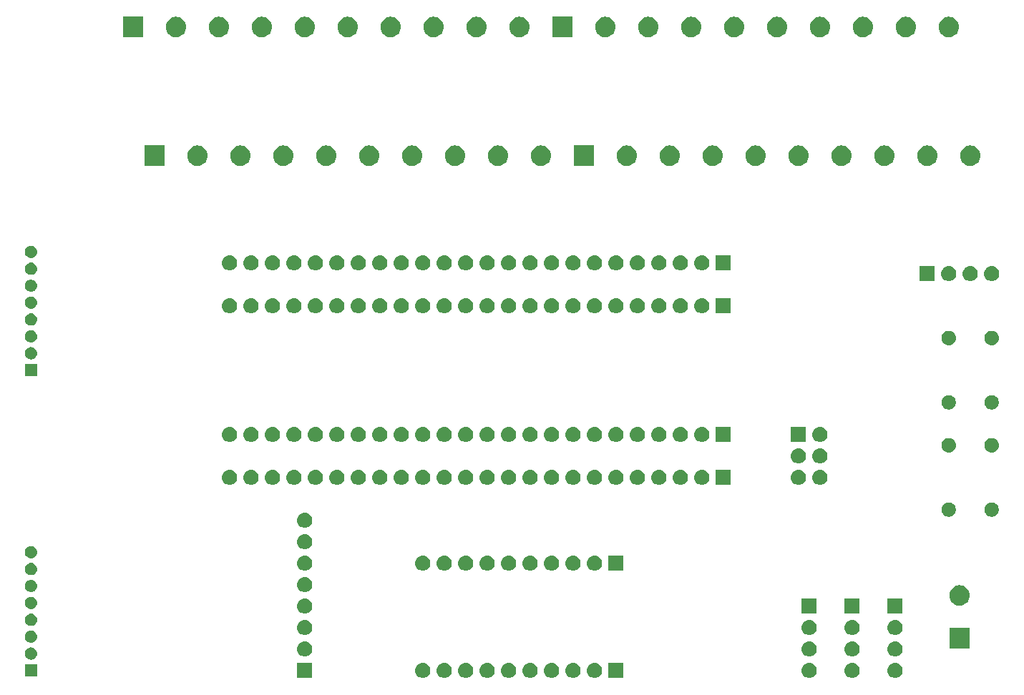
<source format=gbr>
G04 #@! TF.GenerationSoftware,KiCad,Pcbnew,(5.1.4)-1*
G04 #@! TF.CreationDate,2020-01-23T23:34:45-05:00*
G04 #@! TF.ProjectId,MainDataAquisitionBoard,4d61696e-4461-4746-9141-717569736974,rev?*
G04 #@! TF.SameCoordinates,Original*
G04 #@! TF.FileFunction,Soldermask,Top*
G04 #@! TF.FilePolarity,Negative*
%FSLAX46Y46*%
G04 Gerber Fmt 4.6, Leading zero omitted, Abs format (unit mm)*
G04 Created by KiCad (PCBNEW (5.1.4)-1) date 2020-01-23 23:34:45*
%MOMM*%
%LPD*%
G04 APERTURE LIST*
%ADD10C,0.100000*%
G04 APERTURE END LIST*
D10*
G36*
X169020442Y-129915518D02*
G01*
X169086627Y-129922037D01*
X169256466Y-129973557D01*
X169412991Y-130057222D01*
X169445620Y-130084000D01*
X169550186Y-130169814D01*
X169633448Y-130271271D01*
X169662778Y-130307009D01*
X169746443Y-130463534D01*
X169797963Y-130633373D01*
X169815359Y-130810000D01*
X169797963Y-130986627D01*
X169746443Y-131156466D01*
X169662778Y-131312991D01*
X169633448Y-131348729D01*
X169550186Y-131450186D01*
X169448729Y-131533448D01*
X169412991Y-131562778D01*
X169256466Y-131646443D01*
X169086627Y-131697963D01*
X169020443Y-131704481D01*
X168954260Y-131711000D01*
X168865740Y-131711000D01*
X168799557Y-131704481D01*
X168733373Y-131697963D01*
X168563534Y-131646443D01*
X168407009Y-131562778D01*
X168371271Y-131533448D01*
X168269814Y-131450186D01*
X168186552Y-131348729D01*
X168157222Y-131312991D01*
X168073557Y-131156466D01*
X168022037Y-130986627D01*
X168004641Y-130810000D01*
X168022037Y-130633373D01*
X168073557Y-130463534D01*
X168157222Y-130307009D01*
X168186552Y-130271271D01*
X168269814Y-130169814D01*
X168374380Y-130084000D01*
X168407009Y-130057222D01*
X168563534Y-129973557D01*
X168733373Y-129922037D01*
X168799558Y-129915518D01*
X168865740Y-129909000D01*
X168954260Y-129909000D01*
X169020442Y-129915518D01*
X169020442Y-129915518D01*
G37*
G36*
X163940442Y-129915518D02*
G01*
X164006627Y-129922037D01*
X164176466Y-129973557D01*
X164332991Y-130057222D01*
X164365620Y-130084000D01*
X164470186Y-130169814D01*
X164553448Y-130271271D01*
X164582778Y-130307009D01*
X164666443Y-130463534D01*
X164717963Y-130633373D01*
X164735359Y-130810000D01*
X164717963Y-130986627D01*
X164666443Y-131156466D01*
X164582778Y-131312991D01*
X164553448Y-131348729D01*
X164470186Y-131450186D01*
X164368729Y-131533448D01*
X164332991Y-131562778D01*
X164176466Y-131646443D01*
X164006627Y-131697963D01*
X163940443Y-131704481D01*
X163874260Y-131711000D01*
X163785740Y-131711000D01*
X163719557Y-131704481D01*
X163653373Y-131697963D01*
X163483534Y-131646443D01*
X163327009Y-131562778D01*
X163291271Y-131533448D01*
X163189814Y-131450186D01*
X163106552Y-131348729D01*
X163077222Y-131312991D01*
X162993557Y-131156466D01*
X162942037Y-130986627D01*
X162924641Y-130810000D01*
X162942037Y-130633373D01*
X162993557Y-130463534D01*
X163077222Y-130307009D01*
X163106552Y-130271271D01*
X163189814Y-130169814D01*
X163294380Y-130084000D01*
X163327009Y-130057222D01*
X163483534Y-129973557D01*
X163653373Y-129922037D01*
X163719558Y-129915518D01*
X163785740Y-129909000D01*
X163874260Y-129909000D01*
X163940442Y-129915518D01*
X163940442Y-129915518D01*
G37*
G36*
X136791000Y-131711000D02*
G01*
X134989000Y-131711000D01*
X134989000Y-129909000D01*
X136791000Y-129909000D01*
X136791000Y-131711000D01*
X136791000Y-131711000D01*
G37*
G36*
X133460442Y-129915518D02*
G01*
X133526627Y-129922037D01*
X133696466Y-129973557D01*
X133852991Y-130057222D01*
X133885620Y-130084000D01*
X133990186Y-130169814D01*
X134073448Y-130271271D01*
X134102778Y-130307009D01*
X134186443Y-130463534D01*
X134237963Y-130633373D01*
X134255359Y-130810000D01*
X134237963Y-130986627D01*
X134186443Y-131156466D01*
X134102778Y-131312991D01*
X134073448Y-131348729D01*
X133990186Y-131450186D01*
X133888729Y-131533448D01*
X133852991Y-131562778D01*
X133696466Y-131646443D01*
X133526627Y-131697963D01*
X133460443Y-131704481D01*
X133394260Y-131711000D01*
X133305740Y-131711000D01*
X133239557Y-131704481D01*
X133173373Y-131697963D01*
X133003534Y-131646443D01*
X132847009Y-131562778D01*
X132811271Y-131533448D01*
X132709814Y-131450186D01*
X132626552Y-131348729D01*
X132597222Y-131312991D01*
X132513557Y-131156466D01*
X132462037Y-130986627D01*
X132444641Y-130810000D01*
X132462037Y-130633373D01*
X132513557Y-130463534D01*
X132597222Y-130307009D01*
X132626552Y-130271271D01*
X132709814Y-130169814D01*
X132814380Y-130084000D01*
X132847009Y-130057222D01*
X133003534Y-129973557D01*
X133173373Y-129922037D01*
X133239558Y-129915518D01*
X133305740Y-129909000D01*
X133394260Y-129909000D01*
X133460442Y-129915518D01*
X133460442Y-129915518D01*
G37*
G36*
X130920442Y-129915518D02*
G01*
X130986627Y-129922037D01*
X131156466Y-129973557D01*
X131312991Y-130057222D01*
X131345620Y-130084000D01*
X131450186Y-130169814D01*
X131533448Y-130271271D01*
X131562778Y-130307009D01*
X131646443Y-130463534D01*
X131697963Y-130633373D01*
X131715359Y-130810000D01*
X131697963Y-130986627D01*
X131646443Y-131156466D01*
X131562778Y-131312991D01*
X131533448Y-131348729D01*
X131450186Y-131450186D01*
X131348729Y-131533448D01*
X131312991Y-131562778D01*
X131156466Y-131646443D01*
X130986627Y-131697963D01*
X130920443Y-131704481D01*
X130854260Y-131711000D01*
X130765740Y-131711000D01*
X130699557Y-131704481D01*
X130633373Y-131697963D01*
X130463534Y-131646443D01*
X130307009Y-131562778D01*
X130271271Y-131533448D01*
X130169814Y-131450186D01*
X130086552Y-131348729D01*
X130057222Y-131312991D01*
X129973557Y-131156466D01*
X129922037Y-130986627D01*
X129904641Y-130810000D01*
X129922037Y-130633373D01*
X129973557Y-130463534D01*
X130057222Y-130307009D01*
X130086552Y-130271271D01*
X130169814Y-130169814D01*
X130274380Y-130084000D01*
X130307009Y-130057222D01*
X130463534Y-129973557D01*
X130633373Y-129922037D01*
X130699558Y-129915518D01*
X130765740Y-129909000D01*
X130854260Y-129909000D01*
X130920442Y-129915518D01*
X130920442Y-129915518D01*
G37*
G36*
X128380442Y-129915518D02*
G01*
X128446627Y-129922037D01*
X128616466Y-129973557D01*
X128772991Y-130057222D01*
X128805620Y-130084000D01*
X128910186Y-130169814D01*
X128993448Y-130271271D01*
X129022778Y-130307009D01*
X129106443Y-130463534D01*
X129157963Y-130633373D01*
X129175359Y-130810000D01*
X129157963Y-130986627D01*
X129106443Y-131156466D01*
X129022778Y-131312991D01*
X128993448Y-131348729D01*
X128910186Y-131450186D01*
X128808729Y-131533448D01*
X128772991Y-131562778D01*
X128616466Y-131646443D01*
X128446627Y-131697963D01*
X128380443Y-131704481D01*
X128314260Y-131711000D01*
X128225740Y-131711000D01*
X128159557Y-131704481D01*
X128093373Y-131697963D01*
X127923534Y-131646443D01*
X127767009Y-131562778D01*
X127731271Y-131533448D01*
X127629814Y-131450186D01*
X127546552Y-131348729D01*
X127517222Y-131312991D01*
X127433557Y-131156466D01*
X127382037Y-130986627D01*
X127364641Y-130810000D01*
X127382037Y-130633373D01*
X127433557Y-130463534D01*
X127517222Y-130307009D01*
X127546552Y-130271271D01*
X127629814Y-130169814D01*
X127734380Y-130084000D01*
X127767009Y-130057222D01*
X127923534Y-129973557D01*
X128093373Y-129922037D01*
X128159558Y-129915518D01*
X128225740Y-129909000D01*
X128314260Y-129909000D01*
X128380442Y-129915518D01*
X128380442Y-129915518D01*
G37*
G36*
X125840442Y-129915518D02*
G01*
X125906627Y-129922037D01*
X126076466Y-129973557D01*
X126232991Y-130057222D01*
X126265620Y-130084000D01*
X126370186Y-130169814D01*
X126453448Y-130271271D01*
X126482778Y-130307009D01*
X126566443Y-130463534D01*
X126617963Y-130633373D01*
X126635359Y-130810000D01*
X126617963Y-130986627D01*
X126566443Y-131156466D01*
X126482778Y-131312991D01*
X126453448Y-131348729D01*
X126370186Y-131450186D01*
X126268729Y-131533448D01*
X126232991Y-131562778D01*
X126076466Y-131646443D01*
X125906627Y-131697963D01*
X125840443Y-131704481D01*
X125774260Y-131711000D01*
X125685740Y-131711000D01*
X125619557Y-131704481D01*
X125553373Y-131697963D01*
X125383534Y-131646443D01*
X125227009Y-131562778D01*
X125191271Y-131533448D01*
X125089814Y-131450186D01*
X125006552Y-131348729D01*
X124977222Y-131312991D01*
X124893557Y-131156466D01*
X124842037Y-130986627D01*
X124824641Y-130810000D01*
X124842037Y-130633373D01*
X124893557Y-130463534D01*
X124977222Y-130307009D01*
X125006552Y-130271271D01*
X125089814Y-130169814D01*
X125194380Y-130084000D01*
X125227009Y-130057222D01*
X125383534Y-129973557D01*
X125553373Y-129922037D01*
X125619558Y-129915518D01*
X125685740Y-129909000D01*
X125774260Y-129909000D01*
X125840442Y-129915518D01*
X125840442Y-129915518D01*
G37*
G36*
X123300442Y-129915518D02*
G01*
X123366627Y-129922037D01*
X123536466Y-129973557D01*
X123692991Y-130057222D01*
X123725620Y-130084000D01*
X123830186Y-130169814D01*
X123913448Y-130271271D01*
X123942778Y-130307009D01*
X124026443Y-130463534D01*
X124077963Y-130633373D01*
X124095359Y-130810000D01*
X124077963Y-130986627D01*
X124026443Y-131156466D01*
X123942778Y-131312991D01*
X123913448Y-131348729D01*
X123830186Y-131450186D01*
X123728729Y-131533448D01*
X123692991Y-131562778D01*
X123536466Y-131646443D01*
X123366627Y-131697963D01*
X123300443Y-131704481D01*
X123234260Y-131711000D01*
X123145740Y-131711000D01*
X123079557Y-131704481D01*
X123013373Y-131697963D01*
X122843534Y-131646443D01*
X122687009Y-131562778D01*
X122651271Y-131533448D01*
X122549814Y-131450186D01*
X122466552Y-131348729D01*
X122437222Y-131312991D01*
X122353557Y-131156466D01*
X122302037Y-130986627D01*
X122284641Y-130810000D01*
X122302037Y-130633373D01*
X122353557Y-130463534D01*
X122437222Y-130307009D01*
X122466552Y-130271271D01*
X122549814Y-130169814D01*
X122654380Y-130084000D01*
X122687009Y-130057222D01*
X122843534Y-129973557D01*
X123013373Y-129922037D01*
X123079558Y-129915518D01*
X123145740Y-129909000D01*
X123234260Y-129909000D01*
X123300442Y-129915518D01*
X123300442Y-129915518D01*
G37*
G36*
X118220442Y-129915518D02*
G01*
X118286627Y-129922037D01*
X118456466Y-129973557D01*
X118612991Y-130057222D01*
X118645620Y-130084000D01*
X118750186Y-130169814D01*
X118833448Y-130271271D01*
X118862778Y-130307009D01*
X118946443Y-130463534D01*
X118997963Y-130633373D01*
X119015359Y-130810000D01*
X118997963Y-130986627D01*
X118946443Y-131156466D01*
X118862778Y-131312991D01*
X118833448Y-131348729D01*
X118750186Y-131450186D01*
X118648729Y-131533448D01*
X118612991Y-131562778D01*
X118456466Y-131646443D01*
X118286627Y-131697963D01*
X118220443Y-131704481D01*
X118154260Y-131711000D01*
X118065740Y-131711000D01*
X117999557Y-131704481D01*
X117933373Y-131697963D01*
X117763534Y-131646443D01*
X117607009Y-131562778D01*
X117571271Y-131533448D01*
X117469814Y-131450186D01*
X117386552Y-131348729D01*
X117357222Y-131312991D01*
X117273557Y-131156466D01*
X117222037Y-130986627D01*
X117204641Y-130810000D01*
X117222037Y-130633373D01*
X117273557Y-130463534D01*
X117357222Y-130307009D01*
X117386552Y-130271271D01*
X117469814Y-130169814D01*
X117574380Y-130084000D01*
X117607009Y-130057222D01*
X117763534Y-129973557D01*
X117933373Y-129922037D01*
X117999558Y-129915518D01*
X118065740Y-129909000D01*
X118154260Y-129909000D01*
X118220442Y-129915518D01*
X118220442Y-129915518D01*
G37*
G36*
X120760442Y-129915518D02*
G01*
X120826627Y-129922037D01*
X120996466Y-129973557D01*
X121152991Y-130057222D01*
X121185620Y-130084000D01*
X121290186Y-130169814D01*
X121373448Y-130271271D01*
X121402778Y-130307009D01*
X121486443Y-130463534D01*
X121537963Y-130633373D01*
X121555359Y-130810000D01*
X121537963Y-130986627D01*
X121486443Y-131156466D01*
X121402778Y-131312991D01*
X121373448Y-131348729D01*
X121290186Y-131450186D01*
X121188729Y-131533448D01*
X121152991Y-131562778D01*
X120996466Y-131646443D01*
X120826627Y-131697963D01*
X120760443Y-131704481D01*
X120694260Y-131711000D01*
X120605740Y-131711000D01*
X120539557Y-131704481D01*
X120473373Y-131697963D01*
X120303534Y-131646443D01*
X120147009Y-131562778D01*
X120111271Y-131533448D01*
X120009814Y-131450186D01*
X119926552Y-131348729D01*
X119897222Y-131312991D01*
X119813557Y-131156466D01*
X119762037Y-130986627D01*
X119744641Y-130810000D01*
X119762037Y-130633373D01*
X119813557Y-130463534D01*
X119897222Y-130307009D01*
X119926552Y-130271271D01*
X120009814Y-130169814D01*
X120114380Y-130084000D01*
X120147009Y-130057222D01*
X120303534Y-129973557D01*
X120473373Y-129922037D01*
X120539558Y-129915518D01*
X120605740Y-129909000D01*
X120694260Y-129909000D01*
X120760442Y-129915518D01*
X120760442Y-129915518D01*
G37*
G36*
X158860442Y-129915518D02*
G01*
X158926627Y-129922037D01*
X159096466Y-129973557D01*
X159252991Y-130057222D01*
X159285620Y-130084000D01*
X159390186Y-130169814D01*
X159473448Y-130271271D01*
X159502778Y-130307009D01*
X159586443Y-130463534D01*
X159637963Y-130633373D01*
X159655359Y-130810000D01*
X159637963Y-130986627D01*
X159586443Y-131156466D01*
X159502778Y-131312991D01*
X159473448Y-131348729D01*
X159390186Y-131450186D01*
X159288729Y-131533448D01*
X159252991Y-131562778D01*
X159096466Y-131646443D01*
X158926627Y-131697963D01*
X158860443Y-131704481D01*
X158794260Y-131711000D01*
X158705740Y-131711000D01*
X158639557Y-131704481D01*
X158573373Y-131697963D01*
X158403534Y-131646443D01*
X158247009Y-131562778D01*
X158211271Y-131533448D01*
X158109814Y-131450186D01*
X158026552Y-131348729D01*
X157997222Y-131312991D01*
X157913557Y-131156466D01*
X157862037Y-130986627D01*
X157844641Y-130810000D01*
X157862037Y-130633373D01*
X157913557Y-130463534D01*
X157997222Y-130307009D01*
X158026552Y-130271271D01*
X158109814Y-130169814D01*
X158214380Y-130084000D01*
X158247009Y-130057222D01*
X158403534Y-129973557D01*
X158573373Y-129922037D01*
X158639558Y-129915518D01*
X158705740Y-129909000D01*
X158794260Y-129909000D01*
X158860442Y-129915518D01*
X158860442Y-129915518D01*
G37*
G36*
X99961000Y-131711000D02*
G01*
X98159000Y-131711000D01*
X98159000Y-129909000D01*
X99961000Y-129909000D01*
X99961000Y-131711000D01*
X99961000Y-131711000D01*
G37*
G36*
X115680442Y-129915518D02*
G01*
X115746627Y-129922037D01*
X115916466Y-129973557D01*
X116072991Y-130057222D01*
X116105620Y-130084000D01*
X116210186Y-130169814D01*
X116293448Y-130271271D01*
X116322778Y-130307009D01*
X116406443Y-130463534D01*
X116457963Y-130633373D01*
X116475359Y-130810000D01*
X116457963Y-130986627D01*
X116406443Y-131156466D01*
X116322778Y-131312991D01*
X116293448Y-131348729D01*
X116210186Y-131450186D01*
X116108729Y-131533448D01*
X116072991Y-131562778D01*
X115916466Y-131646443D01*
X115746627Y-131697963D01*
X115680443Y-131704481D01*
X115614260Y-131711000D01*
X115525740Y-131711000D01*
X115459557Y-131704481D01*
X115393373Y-131697963D01*
X115223534Y-131646443D01*
X115067009Y-131562778D01*
X115031271Y-131533448D01*
X114929814Y-131450186D01*
X114846552Y-131348729D01*
X114817222Y-131312991D01*
X114733557Y-131156466D01*
X114682037Y-130986627D01*
X114664641Y-130810000D01*
X114682037Y-130633373D01*
X114733557Y-130463534D01*
X114817222Y-130307009D01*
X114846552Y-130271271D01*
X114929814Y-130169814D01*
X115034380Y-130084000D01*
X115067009Y-130057222D01*
X115223534Y-129973557D01*
X115393373Y-129922037D01*
X115459558Y-129915518D01*
X115525740Y-129909000D01*
X115614260Y-129909000D01*
X115680442Y-129915518D01*
X115680442Y-129915518D01*
G37*
G36*
X113140442Y-129915518D02*
G01*
X113206627Y-129922037D01*
X113376466Y-129973557D01*
X113532991Y-130057222D01*
X113565620Y-130084000D01*
X113670186Y-130169814D01*
X113753448Y-130271271D01*
X113782778Y-130307009D01*
X113866443Y-130463534D01*
X113917963Y-130633373D01*
X113935359Y-130810000D01*
X113917963Y-130986627D01*
X113866443Y-131156466D01*
X113782778Y-131312991D01*
X113753448Y-131348729D01*
X113670186Y-131450186D01*
X113568729Y-131533448D01*
X113532991Y-131562778D01*
X113376466Y-131646443D01*
X113206627Y-131697963D01*
X113140443Y-131704481D01*
X113074260Y-131711000D01*
X112985740Y-131711000D01*
X112919557Y-131704481D01*
X112853373Y-131697963D01*
X112683534Y-131646443D01*
X112527009Y-131562778D01*
X112491271Y-131533448D01*
X112389814Y-131450186D01*
X112306552Y-131348729D01*
X112277222Y-131312991D01*
X112193557Y-131156466D01*
X112142037Y-130986627D01*
X112124641Y-130810000D01*
X112142037Y-130633373D01*
X112193557Y-130463534D01*
X112277222Y-130307009D01*
X112306552Y-130271271D01*
X112389814Y-130169814D01*
X112494380Y-130084000D01*
X112527009Y-130057222D01*
X112683534Y-129973557D01*
X112853373Y-129922037D01*
X112919558Y-129915518D01*
X112985740Y-129909000D01*
X113074260Y-129909000D01*
X113140442Y-129915518D01*
X113140442Y-129915518D01*
G37*
G36*
X67401000Y-131536000D02*
G01*
X65949000Y-131536000D01*
X65949000Y-130084000D01*
X67401000Y-130084000D01*
X67401000Y-131536000D01*
X67401000Y-131536000D01*
G37*
G36*
X66746213Y-128087502D02*
G01*
X66817321Y-128094505D01*
X66954172Y-128136019D01*
X66954175Y-128136020D01*
X67080294Y-128203432D01*
X67190843Y-128294157D01*
X67281568Y-128404706D01*
X67348980Y-128530825D01*
X67348981Y-128530828D01*
X67390495Y-128667679D01*
X67404512Y-128810000D01*
X67390495Y-128952321D01*
X67369121Y-129022779D01*
X67348980Y-129089175D01*
X67281568Y-129215294D01*
X67190843Y-129325843D01*
X67080294Y-129416568D01*
X66954175Y-129483980D01*
X66954172Y-129483981D01*
X66817321Y-129525495D01*
X66746213Y-129532498D01*
X66710660Y-129536000D01*
X66639340Y-129536000D01*
X66603787Y-129532498D01*
X66532679Y-129525495D01*
X66395828Y-129483981D01*
X66395825Y-129483980D01*
X66269706Y-129416568D01*
X66159157Y-129325843D01*
X66068432Y-129215294D01*
X66001020Y-129089175D01*
X65980879Y-129022779D01*
X65959505Y-128952321D01*
X65945488Y-128810000D01*
X65959505Y-128667679D01*
X66001019Y-128530828D01*
X66001020Y-128530825D01*
X66068432Y-128404706D01*
X66159157Y-128294157D01*
X66269706Y-128203432D01*
X66395825Y-128136020D01*
X66395828Y-128136019D01*
X66532679Y-128094505D01*
X66603787Y-128087502D01*
X66639340Y-128084000D01*
X66710660Y-128084000D01*
X66746213Y-128087502D01*
X66746213Y-128087502D01*
G37*
G36*
X99170442Y-127375518D02*
G01*
X99236627Y-127382037D01*
X99406466Y-127433557D01*
X99562991Y-127517222D01*
X99585872Y-127536000D01*
X99700186Y-127629814D01*
X99783448Y-127731271D01*
X99812778Y-127767009D01*
X99896443Y-127923534D01*
X99947963Y-128093373D01*
X99965359Y-128270000D01*
X99947963Y-128446627D01*
X99896443Y-128616466D01*
X99812778Y-128772991D01*
X99783448Y-128808729D01*
X99700186Y-128910186D01*
X99598729Y-128993448D01*
X99562991Y-129022778D01*
X99406466Y-129106443D01*
X99236627Y-129157963D01*
X99170442Y-129164482D01*
X99104260Y-129171000D01*
X99015740Y-129171000D01*
X98949558Y-129164482D01*
X98883373Y-129157963D01*
X98713534Y-129106443D01*
X98557009Y-129022778D01*
X98521271Y-128993448D01*
X98419814Y-128910186D01*
X98336552Y-128808729D01*
X98307222Y-128772991D01*
X98223557Y-128616466D01*
X98172037Y-128446627D01*
X98154641Y-128270000D01*
X98172037Y-128093373D01*
X98223557Y-127923534D01*
X98307222Y-127767009D01*
X98336552Y-127731271D01*
X98419814Y-127629814D01*
X98534128Y-127536000D01*
X98557009Y-127517222D01*
X98713534Y-127433557D01*
X98883373Y-127382037D01*
X98949558Y-127375518D01*
X99015740Y-127369000D01*
X99104260Y-127369000D01*
X99170442Y-127375518D01*
X99170442Y-127375518D01*
G37*
G36*
X169020442Y-127375518D02*
G01*
X169086627Y-127382037D01*
X169256466Y-127433557D01*
X169412991Y-127517222D01*
X169435872Y-127536000D01*
X169550186Y-127629814D01*
X169633448Y-127731271D01*
X169662778Y-127767009D01*
X169746443Y-127923534D01*
X169797963Y-128093373D01*
X169815359Y-128270000D01*
X169797963Y-128446627D01*
X169746443Y-128616466D01*
X169662778Y-128772991D01*
X169633448Y-128808729D01*
X169550186Y-128910186D01*
X169448729Y-128993448D01*
X169412991Y-129022778D01*
X169256466Y-129106443D01*
X169086627Y-129157963D01*
X169020442Y-129164482D01*
X168954260Y-129171000D01*
X168865740Y-129171000D01*
X168799558Y-129164482D01*
X168733373Y-129157963D01*
X168563534Y-129106443D01*
X168407009Y-129022778D01*
X168371271Y-128993448D01*
X168269814Y-128910186D01*
X168186552Y-128808729D01*
X168157222Y-128772991D01*
X168073557Y-128616466D01*
X168022037Y-128446627D01*
X168004641Y-128270000D01*
X168022037Y-128093373D01*
X168073557Y-127923534D01*
X168157222Y-127767009D01*
X168186552Y-127731271D01*
X168269814Y-127629814D01*
X168384128Y-127536000D01*
X168407009Y-127517222D01*
X168563534Y-127433557D01*
X168733373Y-127382037D01*
X168799558Y-127375518D01*
X168865740Y-127369000D01*
X168954260Y-127369000D01*
X169020442Y-127375518D01*
X169020442Y-127375518D01*
G37*
G36*
X163940442Y-127375518D02*
G01*
X164006627Y-127382037D01*
X164176466Y-127433557D01*
X164332991Y-127517222D01*
X164355872Y-127536000D01*
X164470186Y-127629814D01*
X164553448Y-127731271D01*
X164582778Y-127767009D01*
X164666443Y-127923534D01*
X164717963Y-128093373D01*
X164735359Y-128270000D01*
X164717963Y-128446627D01*
X164666443Y-128616466D01*
X164582778Y-128772991D01*
X164553448Y-128808729D01*
X164470186Y-128910186D01*
X164368729Y-128993448D01*
X164332991Y-129022778D01*
X164176466Y-129106443D01*
X164006627Y-129157963D01*
X163940442Y-129164482D01*
X163874260Y-129171000D01*
X163785740Y-129171000D01*
X163719558Y-129164482D01*
X163653373Y-129157963D01*
X163483534Y-129106443D01*
X163327009Y-129022778D01*
X163291271Y-128993448D01*
X163189814Y-128910186D01*
X163106552Y-128808729D01*
X163077222Y-128772991D01*
X162993557Y-128616466D01*
X162942037Y-128446627D01*
X162924641Y-128270000D01*
X162942037Y-128093373D01*
X162993557Y-127923534D01*
X163077222Y-127767009D01*
X163106552Y-127731271D01*
X163189814Y-127629814D01*
X163304128Y-127536000D01*
X163327009Y-127517222D01*
X163483534Y-127433557D01*
X163653373Y-127382037D01*
X163719558Y-127375518D01*
X163785740Y-127369000D01*
X163874260Y-127369000D01*
X163940442Y-127375518D01*
X163940442Y-127375518D01*
G37*
G36*
X158860442Y-127375518D02*
G01*
X158926627Y-127382037D01*
X159096466Y-127433557D01*
X159252991Y-127517222D01*
X159275872Y-127536000D01*
X159390186Y-127629814D01*
X159473448Y-127731271D01*
X159502778Y-127767009D01*
X159586443Y-127923534D01*
X159637963Y-128093373D01*
X159655359Y-128270000D01*
X159637963Y-128446627D01*
X159586443Y-128616466D01*
X159502778Y-128772991D01*
X159473448Y-128808729D01*
X159390186Y-128910186D01*
X159288729Y-128993448D01*
X159252991Y-129022778D01*
X159096466Y-129106443D01*
X158926627Y-129157963D01*
X158860442Y-129164482D01*
X158794260Y-129171000D01*
X158705740Y-129171000D01*
X158639558Y-129164482D01*
X158573373Y-129157963D01*
X158403534Y-129106443D01*
X158247009Y-129022778D01*
X158211271Y-128993448D01*
X158109814Y-128910186D01*
X158026552Y-128808729D01*
X157997222Y-128772991D01*
X157913557Y-128616466D01*
X157862037Y-128446627D01*
X157844641Y-128270000D01*
X157862037Y-128093373D01*
X157913557Y-127923534D01*
X157997222Y-127767009D01*
X158026552Y-127731271D01*
X158109814Y-127629814D01*
X158224128Y-127536000D01*
X158247009Y-127517222D01*
X158403534Y-127433557D01*
X158573373Y-127382037D01*
X158639558Y-127375518D01*
X158705740Y-127369000D01*
X158794260Y-127369000D01*
X158860442Y-127375518D01*
X158860442Y-127375518D01*
G37*
G36*
X177731000Y-128201000D02*
G01*
X175329000Y-128201000D01*
X175329000Y-125799000D01*
X177731000Y-125799000D01*
X177731000Y-128201000D01*
X177731000Y-128201000D01*
G37*
G36*
X66746213Y-126087502D02*
G01*
X66817321Y-126094505D01*
X66954172Y-126136019D01*
X66954175Y-126136020D01*
X67080294Y-126203432D01*
X67190843Y-126294157D01*
X67281568Y-126404706D01*
X67348980Y-126530825D01*
X67348981Y-126530828D01*
X67390495Y-126667679D01*
X67404512Y-126810000D01*
X67390495Y-126952321D01*
X67348981Y-127089172D01*
X67348980Y-127089175D01*
X67281568Y-127215294D01*
X67190843Y-127325843D01*
X67080294Y-127416568D01*
X66954175Y-127483980D01*
X66954172Y-127483981D01*
X66817321Y-127525495D01*
X66746213Y-127532498D01*
X66710660Y-127536000D01*
X66639340Y-127536000D01*
X66603787Y-127532498D01*
X66532679Y-127525495D01*
X66395828Y-127483981D01*
X66395825Y-127483980D01*
X66269706Y-127416568D01*
X66159157Y-127325843D01*
X66068432Y-127215294D01*
X66001020Y-127089175D01*
X66001019Y-127089172D01*
X65959505Y-126952321D01*
X65945488Y-126810000D01*
X65959505Y-126667679D01*
X66001019Y-126530828D01*
X66001020Y-126530825D01*
X66068432Y-126404706D01*
X66159157Y-126294157D01*
X66269706Y-126203432D01*
X66395825Y-126136020D01*
X66395828Y-126136019D01*
X66532679Y-126094505D01*
X66603787Y-126087502D01*
X66639340Y-126084000D01*
X66710660Y-126084000D01*
X66746213Y-126087502D01*
X66746213Y-126087502D01*
G37*
G36*
X169020443Y-124835519D02*
G01*
X169086627Y-124842037D01*
X169256466Y-124893557D01*
X169412991Y-124977222D01*
X169448729Y-125006552D01*
X169550186Y-125089814D01*
X169633448Y-125191271D01*
X169662778Y-125227009D01*
X169746443Y-125383534D01*
X169797963Y-125553373D01*
X169815359Y-125730000D01*
X169797963Y-125906627D01*
X169746443Y-126076466D01*
X169662778Y-126232991D01*
X169633448Y-126268729D01*
X169550186Y-126370186D01*
X169448729Y-126453448D01*
X169412991Y-126482778D01*
X169256466Y-126566443D01*
X169086627Y-126617963D01*
X169020442Y-126624482D01*
X168954260Y-126631000D01*
X168865740Y-126631000D01*
X168799558Y-126624482D01*
X168733373Y-126617963D01*
X168563534Y-126566443D01*
X168407009Y-126482778D01*
X168371271Y-126453448D01*
X168269814Y-126370186D01*
X168186552Y-126268729D01*
X168157222Y-126232991D01*
X168073557Y-126076466D01*
X168022037Y-125906627D01*
X168004641Y-125730000D01*
X168022037Y-125553373D01*
X168073557Y-125383534D01*
X168157222Y-125227009D01*
X168186552Y-125191271D01*
X168269814Y-125089814D01*
X168371271Y-125006552D01*
X168407009Y-124977222D01*
X168563534Y-124893557D01*
X168733373Y-124842037D01*
X168799557Y-124835519D01*
X168865740Y-124829000D01*
X168954260Y-124829000D01*
X169020443Y-124835519D01*
X169020443Y-124835519D01*
G37*
G36*
X99170443Y-124835519D02*
G01*
X99236627Y-124842037D01*
X99406466Y-124893557D01*
X99562991Y-124977222D01*
X99598729Y-125006552D01*
X99700186Y-125089814D01*
X99783448Y-125191271D01*
X99812778Y-125227009D01*
X99896443Y-125383534D01*
X99947963Y-125553373D01*
X99965359Y-125730000D01*
X99947963Y-125906627D01*
X99896443Y-126076466D01*
X99812778Y-126232991D01*
X99783448Y-126268729D01*
X99700186Y-126370186D01*
X99598729Y-126453448D01*
X99562991Y-126482778D01*
X99406466Y-126566443D01*
X99236627Y-126617963D01*
X99170442Y-126624482D01*
X99104260Y-126631000D01*
X99015740Y-126631000D01*
X98949558Y-126624482D01*
X98883373Y-126617963D01*
X98713534Y-126566443D01*
X98557009Y-126482778D01*
X98521271Y-126453448D01*
X98419814Y-126370186D01*
X98336552Y-126268729D01*
X98307222Y-126232991D01*
X98223557Y-126076466D01*
X98172037Y-125906627D01*
X98154641Y-125730000D01*
X98172037Y-125553373D01*
X98223557Y-125383534D01*
X98307222Y-125227009D01*
X98336552Y-125191271D01*
X98419814Y-125089814D01*
X98521271Y-125006552D01*
X98557009Y-124977222D01*
X98713534Y-124893557D01*
X98883373Y-124842037D01*
X98949557Y-124835519D01*
X99015740Y-124829000D01*
X99104260Y-124829000D01*
X99170443Y-124835519D01*
X99170443Y-124835519D01*
G37*
G36*
X158860443Y-124835519D02*
G01*
X158926627Y-124842037D01*
X159096466Y-124893557D01*
X159252991Y-124977222D01*
X159288729Y-125006552D01*
X159390186Y-125089814D01*
X159473448Y-125191271D01*
X159502778Y-125227009D01*
X159586443Y-125383534D01*
X159637963Y-125553373D01*
X159655359Y-125730000D01*
X159637963Y-125906627D01*
X159586443Y-126076466D01*
X159502778Y-126232991D01*
X159473448Y-126268729D01*
X159390186Y-126370186D01*
X159288729Y-126453448D01*
X159252991Y-126482778D01*
X159096466Y-126566443D01*
X158926627Y-126617963D01*
X158860442Y-126624482D01*
X158794260Y-126631000D01*
X158705740Y-126631000D01*
X158639558Y-126624482D01*
X158573373Y-126617963D01*
X158403534Y-126566443D01*
X158247009Y-126482778D01*
X158211271Y-126453448D01*
X158109814Y-126370186D01*
X158026552Y-126268729D01*
X157997222Y-126232991D01*
X157913557Y-126076466D01*
X157862037Y-125906627D01*
X157844641Y-125730000D01*
X157862037Y-125553373D01*
X157913557Y-125383534D01*
X157997222Y-125227009D01*
X158026552Y-125191271D01*
X158109814Y-125089814D01*
X158211271Y-125006552D01*
X158247009Y-124977222D01*
X158403534Y-124893557D01*
X158573373Y-124842037D01*
X158639557Y-124835519D01*
X158705740Y-124829000D01*
X158794260Y-124829000D01*
X158860443Y-124835519D01*
X158860443Y-124835519D01*
G37*
G36*
X163940443Y-124835519D02*
G01*
X164006627Y-124842037D01*
X164176466Y-124893557D01*
X164332991Y-124977222D01*
X164368729Y-125006552D01*
X164470186Y-125089814D01*
X164553448Y-125191271D01*
X164582778Y-125227009D01*
X164666443Y-125383534D01*
X164717963Y-125553373D01*
X164735359Y-125730000D01*
X164717963Y-125906627D01*
X164666443Y-126076466D01*
X164582778Y-126232991D01*
X164553448Y-126268729D01*
X164470186Y-126370186D01*
X164368729Y-126453448D01*
X164332991Y-126482778D01*
X164176466Y-126566443D01*
X164006627Y-126617963D01*
X163940442Y-126624482D01*
X163874260Y-126631000D01*
X163785740Y-126631000D01*
X163719558Y-126624482D01*
X163653373Y-126617963D01*
X163483534Y-126566443D01*
X163327009Y-126482778D01*
X163291271Y-126453448D01*
X163189814Y-126370186D01*
X163106552Y-126268729D01*
X163077222Y-126232991D01*
X162993557Y-126076466D01*
X162942037Y-125906627D01*
X162924641Y-125730000D01*
X162942037Y-125553373D01*
X162993557Y-125383534D01*
X163077222Y-125227009D01*
X163106552Y-125191271D01*
X163189814Y-125089814D01*
X163291271Y-125006552D01*
X163327009Y-124977222D01*
X163483534Y-124893557D01*
X163653373Y-124842037D01*
X163719557Y-124835519D01*
X163785740Y-124829000D01*
X163874260Y-124829000D01*
X163940443Y-124835519D01*
X163940443Y-124835519D01*
G37*
G36*
X66746213Y-124087502D02*
G01*
X66817321Y-124094505D01*
X66954172Y-124136019D01*
X66954175Y-124136020D01*
X67080294Y-124203432D01*
X67190843Y-124294157D01*
X67281568Y-124404706D01*
X67348980Y-124530825D01*
X67348981Y-124530828D01*
X67390495Y-124667679D01*
X67404512Y-124810000D01*
X67390495Y-124952321D01*
X67382941Y-124977222D01*
X67348980Y-125089175D01*
X67281568Y-125215294D01*
X67190843Y-125325843D01*
X67080294Y-125416568D01*
X66954175Y-125483980D01*
X66954172Y-125483981D01*
X66817321Y-125525495D01*
X66746213Y-125532498D01*
X66710660Y-125536000D01*
X66639340Y-125536000D01*
X66603787Y-125532498D01*
X66532679Y-125525495D01*
X66395828Y-125483981D01*
X66395825Y-125483980D01*
X66269706Y-125416568D01*
X66159157Y-125325843D01*
X66068432Y-125215294D01*
X66001020Y-125089175D01*
X65967059Y-124977222D01*
X65959505Y-124952321D01*
X65945488Y-124810000D01*
X65959505Y-124667679D01*
X66001019Y-124530828D01*
X66001020Y-124530825D01*
X66068432Y-124404706D01*
X66159157Y-124294157D01*
X66269706Y-124203432D01*
X66395825Y-124136020D01*
X66395828Y-124136019D01*
X66532679Y-124094505D01*
X66603787Y-124087502D01*
X66639340Y-124084000D01*
X66710660Y-124084000D01*
X66746213Y-124087502D01*
X66746213Y-124087502D01*
G37*
G36*
X99156619Y-122294157D02*
G01*
X99236627Y-122302037D01*
X99406466Y-122353557D01*
X99562991Y-122437222D01*
X99598729Y-122466552D01*
X99700186Y-122549814D01*
X99783448Y-122651271D01*
X99812778Y-122687009D01*
X99896443Y-122843534D01*
X99947963Y-123013373D01*
X99965359Y-123190000D01*
X99947963Y-123366627D01*
X99896443Y-123536466D01*
X99812778Y-123692991D01*
X99783448Y-123728729D01*
X99700186Y-123830186D01*
X99598729Y-123913448D01*
X99562991Y-123942778D01*
X99406466Y-124026443D01*
X99236627Y-124077963D01*
X99175331Y-124084000D01*
X99104260Y-124091000D01*
X99015740Y-124091000D01*
X98944669Y-124084000D01*
X98883373Y-124077963D01*
X98713534Y-124026443D01*
X98557009Y-123942778D01*
X98521271Y-123913448D01*
X98419814Y-123830186D01*
X98336552Y-123728729D01*
X98307222Y-123692991D01*
X98223557Y-123536466D01*
X98172037Y-123366627D01*
X98154641Y-123190000D01*
X98172037Y-123013373D01*
X98223557Y-122843534D01*
X98307222Y-122687009D01*
X98336552Y-122651271D01*
X98419814Y-122549814D01*
X98521271Y-122466552D01*
X98557009Y-122437222D01*
X98713534Y-122353557D01*
X98883373Y-122302037D01*
X98963381Y-122294157D01*
X99015740Y-122289000D01*
X99104260Y-122289000D01*
X99156619Y-122294157D01*
X99156619Y-122294157D01*
G37*
G36*
X159651000Y-124091000D02*
G01*
X157849000Y-124091000D01*
X157849000Y-122289000D01*
X159651000Y-122289000D01*
X159651000Y-124091000D01*
X159651000Y-124091000D01*
G37*
G36*
X169811000Y-124091000D02*
G01*
X168009000Y-124091000D01*
X168009000Y-122289000D01*
X169811000Y-122289000D01*
X169811000Y-124091000D01*
X169811000Y-124091000D01*
G37*
G36*
X164731000Y-124091000D02*
G01*
X162929000Y-124091000D01*
X162929000Y-122289000D01*
X164731000Y-122289000D01*
X164731000Y-124091000D01*
X164731000Y-124091000D01*
G37*
G36*
X66746213Y-122087502D02*
G01*
X66817321Y-122094505D01*
X66954172Y-122136019D01*
X66954175Y-122136020D01*
X67080294Y-122203432D01*
X67190843Y-122294157D01*
X67281568Y-122404706D01*
X67348980Y-122530825D01*
X67348981Y-122530828D01*
X67390495Y-122667679D01*
X67404512Y-122810000D01*
X67390495Y-122952321D01*
X67365430Y-123034948D01*
X67348980Y-123089175D01*
X67281568Y-123215294D01*
X67190843Y-123325843D01*
X67080294Y-123416568D01*
X66954175Y-123483980D01*
X66954172Y-123483981D01*
X66817321Y-123525495D01*
X66746213Y-123532498D01*
X66710660Y-123536000D01*
X66639340Y-123536000D01*
X66603787Y-123532498D01*
X66532679Y-123525495D01*
X66395828Y-123483981D01*
X66395825Y-123483980D01*
X66269706Y-123416568D01*
X66159157Y-123325843D01*
X66068432Y-123215294D01*
X66001020Y-123089175D01*
X65984570Y-123034948D01*
X65959505Y-122952321D01*
X65945488Y-122810000D01*
X65959505Y-122667679D01*
X66001019Y-122530828D01*
X66001020Y-122530825D01*
X66068432Y-122404706D01*
X66159157Y-122294157D01*
X66269706Y-122203432D01*
X66395825Y-122136020D01*
X66395828Y-122136019D01*
X66532679Y-122094505D01*
X66603787Y-122087502D01*
X66639340Y-122084000D01*
X66710660Y-122084000D01*
X66746213Y-122087502D01*
X66746213Y-122087502D01*
G37*
G36*
X176765437Y-120736378D02*
G01*
X176991827Y-120805052D01*
X177200468Y-120916573D01*
X177383344Y-121066656D01*
X177533427Y-121249532D01*
X177644948Y-121458173D01*
X177713622Y-121684563D01*
X177736811Y-121920000D01*
X177713622Y-122155437D01*
X177644948Y-122381827D01*
X177533427Y-122590468D01*
X177383344Y-122773344D01*
X177200468Y-122923427D01*
X176991827Y-123034948D01*
X176765437Y-123103622D01*
X176588999Y-123121000D01*
X176471001Y-123121000D01*
X176294563Y-123103622D01*
X176068173Y-123034948D01*
X175859532Y-122923427D01*
X175676656Y-122773344D01*
X175526573Y-122590468D01*
X175415052Y-122381827D01*
X175346378Y-122155437D01*
X175323189Y-121920000D01*
X175346378Y-121684563D01*
X175415052Y-121458173D01*
X175526573Y-121249532D01*
X175676656Y-121066656D01*
X175859532Y-120916573D01*
X176068173Y-120805052D01*
X176294563Y-120736378D01*
X176471001Y-120719000D01*
X176588999Y-120719000D01*
X176765437Y-120736378D01*
X176765437Y-120736378D01*
G37*
G36*
X99170442Y-119755518D02*
G01*
X99236627Y-119762037D01*
X99406466Y-119813557D01*
X99562991Y-119897222D01*
X99598729Y-119926552D01*
X99700186Y-120009814D01*
X99769689Y-120094505D01*
X99812778Y-120147009D01*
X99896443Y-120303534D01*
X99947963Y-120473373D01*
X99965359Y-120650000D01*
X99947963Y-120826627D01*
X99896443Y-120996466D01*
X99812778Y-121152991D01*
X99783448Y-121188729D01*
X99700186Y-121290186D01*
X99598729Y-121373448D01*
X99562991Y-121402778D01*
X99406466Y-121486443D01*
X99236627Y-121537963D01*
X99170443Y-121544481D01*
X99104260Y-121551000D01*
X99015740Y-121551000D01*
X98949557Y-121544481D01*
X98883373Y-121537963D01*
X98713534Y-121486443D01*
X98557009Y-121402778D01*
X98521271Y-121373448D01*
X98419814Y-121290186D01*
X98336552Y-121188729D01*
X98307222Y-121152991D01*
X98223557Y-120996466D01*
X98172037Y-120826627D01*
X98154641Y-120650000D01*
X98172037Y-120473373D01*
X98223557Y-120303534D01*
X98307222Y-120147009D01*
X98350311Y-120094505D01*
X98419814Y-120009814D01*
X98521271Y-119926552D01*
X98557009Y-119897222D01*
X98713534Y-119813557D01*
X98883373Y-119762037D01*
X98949558Y-119755518D01*
X99015740Y-119749000D01*
X99104260Y-119749000D01*
X99170442Y-119755518D01*
X99170442Y-119755518D01*
G37*
G36*
X66746213Y-120087502D02*
G01*
X66817321Y-120094505D01*
X66954172Y-120136019D01*
X66954175Y-120136020D01*
X67080294Y-120203432D01*
X67190843Y-120294157D01*
X67281568Y-120404706D01*
X67348980Y-120530825D01*
X67348981Y-120530828D01*
X67390495Y-120667679D01*
X67404512Y-120810000D01*
X67390495Y-120952321D01*
X67355811Y-121066656D01*
X67348980Y-121089175D01*
X67281568Y-121215294D01*
X67190843Y-121325843D01*
X67080294Y-121416568D01*
X66954175Y-121483980D01*
X66954172Y-121483981D01*
X66817321Y-121525495D01*
X66746213Y-121532498D01*
X66710660Y-121536000D01*
X66639340Y-121536000D01*
X66603787Y-121532498D01*
X66532679Y-121525495D01*
X66395828Y-121483981D01*
X66395825Y-121483980D01*
X66269706Y-121416568D01*
X66159157Y-121325843D01*
X66068432Y-121215294D01*
X66001020Y-121089175D01*
X65994189Y-121066656D01*
X65959505Y-120952321D01*
X65945488Y-120810000D01*
X65959505Y-120667679D01*
X66001019Y-120530828D01*
X66001020Y-120530825D01*
X66068432Y-120404706D01*
X66159157Y-120294157D01*
X66269706Y-120203432D01*
X66395825Y-120136020D01*
X66395828Y-120136019D01*
X66532679Y-120094505D01*
X66603787Y-120087502D01*
X66639340Y-120084000D01*
X66710660Y-120084000D01*
X66746213Y-120087502D01*
X66746213Y-120087502D01*
G37*
G36*
X66746213Y-118087502D02*
G01*
X66817321Y-118094505D01*
X66954172Y-118136019D01*
X66954175Y-118136020D01*
X67080294Y-118203432D01*
X67190843Y-118294157D01*
X67281568Y-118404706D01*
X67348980Y-118530825D01*
X67348981Y-118530828D01*
X67390495Y-118667679D01*
X67404512Y-118810000D01*
X67390495Y-118952321D01*
X67348981Y-119089172D01*
X67348980Y-119089175D01*
X67281568Y-119215294D01*
X67190843Y-119325843D01*
X67080294Y-119416568D01*
X66954175Y-119483980D01*
X66954172Y-119483981D01*
X66817321Y-119525495D01*
X66746213Y-119532498D01*
X66710660Y-119536000D01*
X66639340Y-119536000D01*
X66603787Y-119532498D01*
X66532679Y-119525495D01*
X66395828Y-119483981D01*
X66395825Y-119483980D01*
X66269706Y-119416568D01*
X66159157Y-119325843D01*
X66068432Y-119215294D01*
X66001020Y-119089175D01*
X66001019Y-119089172D01*
X65959505Y-118952321D01*
X65945488Y-118810000D01*
X65959505Y-118667679D01*
X66001019Y-118530828D01*
X66001020Y-118530825D01*
X66068432Y-118404706D01*
X66159157Y-118294157D01*
X66269706Y-118203432D01*
X66395825Y-118136020D01*
X66395828Y-118136019D01*
X66532679Y-118094505D01*
X66603787Y-118087502D01*
X66639340Y-118084000D01*
X66710660Y-118084000D01*
X66746213Y-118087502D01*
X66746213Y-118087502D01*
G37*
G36*
X130918163Y-117215294D02*
G01*
X130986627Y-117222037D01*
X131156466Y-117273557D01*
X131312991Y-117357222D01*
X131348729Y-117386552D01*
X131450186Y-117469814D01*
X131533448Y-117571271D01*
X131562778Y-117607009D01*
X131646443Y-117763534D01*
X131697963Y-117933373D01*
X131715359Y-118110000D01*
X131697963Y-118286627D01*
X131646443Y-118456466D01*
X131562778Y-118612991D01*
X131533448Y-118648729D01*
X131450186Y-118750186D01*
X131377301Y-118810000D01*
X131312991Y-118862778D01*
X131156466Y-118946443D01*
X130986627Y-118997963D01*
X130920443Y-119004481D01*
X130854260Y-119011000D01*
X130765740Y-119011000D01*
X130699557Y-119004481D01*
X130633373Y-118997963D01*
X130463534Y-118946443D01*
X130307009Y-118862778D01*
X130242699Y-118810000D01*
X130169814Y-118750186D01*
X130086552Y-118648729D01*
X130057222Y-118612991D01*
X129973557Y-118456466D01*
X129922037Y-118286627D01*
X129904641Y-118110000D01*
X129922037Y-117933373D01*
X129973557Y-117763534D01*
X130057222Y-117607009D01*
X130086552Y-117571271D01*
X130169814Y-117469814D01*
X130271271Y-117386552D01*
X130307009Y-117357222D01*
X130463534Y-117273557D01*
X130633373Y-117222037D01*
X130701837Y-117215294D01*
X130765740Y-117209000D01*
X130854260Y-117209000D01*
X130918163Y-117215294D01*
X130918163Y-117215294D01*
G37*
G36*
X115678163Y-117215294D02*
G01*
X115746627Y-117222037D01*
X115916466Y-117273557D01*
X116072991Y-117357222D01*
X116108729Y-117386552D01*
X116210186Y-117469814D01*
X116293448Y-117571271D01*
X116322778Y-117607009D01*
X116406443Y-117763534D01*
X116457963Y-117933373D01*
X116475359Y-118110000D01*
X116457963Y-118286627D01*
X116406443Y-118456466D01*
X116322778Y-118612991D01*
X116293448Y-118648729D01*
X116210186Y-118750186D01*
X116137301Y-118810000D01*
X116072991Y-118862778D01*
X115916466Y-118946443D01*
X115746627Y-118997963D01*
X115680443Y-119004481D01*
X115614260Y-119011000D01*
X115525740Y-119011000D01*
X115459557Y-119004481D01*
X115393373Y-118997963D01*
X115223534Y-118946443D01*
X115067009Y-118862778D01*
X115002699Y-118810000D01*
X114929814Y-118750186D01*
X114846552Y-118648729D01*
X114817222Y-118612991D01*
X114733557Y-118456466D01*
X114682037Y-118286627D01*
X114664641Y-118110000D01*
X114682037Y-117933373D01*
X114733557Y-117763534D01*
X114817222Y-117607009D01*
X114846552Y-117571271D01*
X114929814Y-117469814D01*
X115031271Y-117386552D01*
X115067009Y-117357222D01*
X115223534Y-117273557D01*
X115393373Y-117222037D01*
X115461837Y-117215294D01*
X115525740Y-117209000D01*
X115614260Y-117209000D01*
X115678163Y-117215294D01*
X115678163Y-117215294D01*
G37*
G36*
X99168163Y-117215294D02*
G01*
X99236627Y-117222037D01*
X99406466Y-117273557D01*
X99562991Y-117357222D01*
X99598729Y-117386552D01*
X99700186Y-117469814D01*
X99783448Y-117571271D01*
X99812778Y-117607009D01*
X99896443Y-117763534D01*
X99947963Y-117933373D01*
X99965359Y-118110000D01*
X99947963Y-118286627D01*
X99896443Y-118456466D01*
X99812778Y-118612991D01*
X99783448Y-118648729D01*
X99700186Y-118750186D01*
X99627301Y-118810000D01*
X99562991Y-118862778D01*
X99406466Y-118946443D01*
X99236627Y-118997963D01*
X99170443Y-119004481D01*
X99104260Y-119011000D01*
X99015740Y-119011000D01*
X98949557Y-119004481D01*
X98883373Y-118997963D01*
X98713534Y-118946443D01*
X98557009Y-118862778D01*
X98492699Y-118810000D01*
X98419814Y-118750186D01*
X98336552Y-118648729D01*
X98307222Y-118612991D01*
X98223557Y-118456466D01*
X98172037Y-118286627D01*
X98154641Y-118110000D01*
X98172037Y-117933373D01*
X98223557Y-117763534D01*
X98307222Y-117607009D01*
X98336552Y-117571271D01*
X98419814Y-117469814D01*
X98521271Y-117386552D01*
X98557009Y-117357222D01*
X98713534Y-117273557D01*
X98883373Y-117222037D01*
X98951837Y-117215294D01*
X99015740Y-117209000D01*
X99104260Y-117209000D01*
X99168163Y-117215294D01*
X99168163Y-117215294D01*
G37*
G36*
X113138163Y-117215294D02*
G01*
X113206627Y-117222037D01*
X113376466Y-117273557D01*
X113532991Y-117357222D01*
X113568729Y-117386552D01*
X113670186Y-117469814D01*
X113753448Y-117571271D01*
X113782778Y-117607009D01*
X113866443Y-117763534D01*
X113917963Y-117933373D01*
X113935359Y-118110000D01*
X113917963Y-118286627D01*
X113866443Y-118456466D01*
X113782778Y-118612991D01*
X113753448Y-118648729D01*
X113670186Y-118750186D01*
X113597301Y-118810000D01*
X113532991Y-118862778D01*
X113376466Y-118946443D01*
X113206627Y-118997963D01*
X113140443Y-119004481D01*
X113074260Y-119011000D01*
X112985740Y-119011000D01*
X112919557Y-119004481D01*
X112853373Y-118997963D01*
X112683534Y-118946443D01*
X112527009Y-118862778D01*
X112462699Y-118810000D01*
X112389814Y-118750186D01*
X112306552Y-118648729D01*
X112277222Y-118612991D01*
X112193557Y-118456466D01*
X112142037Y-118286627D01*
X112124641Y-118110000D01*
X112142037Y-117933373D01*
X112193557Y-117763534D01*
X112277222Y-117607009D01*
X112306552Y-117571271D01*
X112389814Y-117469814D01*
X112491271Y-117386552D01*
X112527009Y-117357222D01*
X112683534Y-117273557D01*
X112853373Y-117222037D01*
X112921837Y-117215294D01*
X112985740Y-117209000D01*
X113074260Y-117209000D01*
X113138163Y-117215294D01*
X113138163Y-117215294D01*
G37*
G36*
X118218163Y-117215294D02*
G01*
X118286627Y-117222037D01*
X118456466Y-117273557D01*
X118612991Y-117357222D01*
X118648729Y-117386552D01*
X118750186Y-117469814D01*
X118833448Y-117571271D01*
X118862778Y-117607009D01*
X118946443Y-117763534D01*
X118997963Y-117933373D01*
X119015359Y-118110000D01*
X118997963Y-118286627D01*
X118946443Y-118456466D01*
X118862778Y-118612991D01*
X118833448Y-118648729D01*
X118750186Y-118750186D01*
X118677301Y-118810000D01*
X118612991Y-118862778D01*
X118456466Y-118946443D01*
X118286627Y-118997963D01*
X118220443Y-119004481D01*
X118154260Y-119011000D01*
X118065740Y-119011000D01*
X117999557Y-119004481D01*
X117933373Y-118997963D01*
X117763534Y-118946443D01*
X117607009Y-118862778D01*
X117542699Y-118810000D01*
X117469814Y-118750186D01*
X117386552Y-118648729D01*
X117357222Y-118612991D01*
X117273557Y-118456466D01*
X117222037Y-118286627D01*
X117204641Y-118110000D01*
X117222037Y-117933373D01*
X117273557Y-117763534D01*
X117357222Y-117607009D01*
X117386552Y-117571271D01*
X117469814Y-117469814D01*
X117571271Y-117386552D01*
X117607009Y-117357222D01*
X117763534Y-117273557D01*
X117933373Y-117222037D01*
X118001837Y-117215294D01*
X118065740Y-117209000D01*
X118154260Y-117209000D01*
X118218163Y-117215294D01*
X118218163Y-117215294D01*
G37*
G36*
X120758163Y-117215294D02*
G01*
X120826627Y-117222037D01*
X120996466Y-117273557D01*
X121152991Y-117357222D01*
X121188729Y-117386552D01*
X121290186Y-117469814D01*
X121373448Y-117571271D01*
X121402778Y-117607009D01*
X121486443Y-117763534D01*
X121537963Y-117933373D01*
X121555359Y-118110000D01*
X121537963Y-118286627D01*
X121486443Y-118456466D01*
X121402778Y-118612991D01*
X121373448Y-118648729D01*
X121290186Y-118750186D01*
X121217301Y-118810000D01*
X121152991Y-118862778D01*
X120996466Y-118946443D01*
X120826627Y-118997963D01*
X120760443Y-119004481D01*
X120694260Y-119011000D01*
X120605740Y-119011000D01*
X120539557Y-119004481D01*
X120473373Y-118997963D01*
X120303534Y-118946443D01*
X120147009Y-118862778D01*
X120082699Y-118810000D01*
X120009814Y-118750186D01*
X119926552Y-118648729D01*
X119897222Y-118612991D01*
X119813557Y-118456466D01*
X119762037Y-118286627D01*
X119744641Y-118110000D01*
X119762037Y-117933373D01*
X119813557Y-117763534D01*
X119897222Y-117607009D01*
X119926552Y-117571271D01*
X120009814Y-117469814D01*
X120111271Y-117386552D01*
X120147009Y-117357222D01*
X120303534Y-117273557D01*
X120473373Y-117222037D01*
X120541837Y-117215294D01*
X120605740Y-117209000D01*
X120694260Y-117209000D01*
X120758163Y-117215294D01*
X120758163Y-117215294D01*
G37*
G36*
X123298163Y-117215294D02*
G01*
X123366627Y-117222037D01*
X123536466Y-117273557D01*
X123692991Y-117357222D01*
X123728729Y-117386552D01*
X123830186Y-117469814D01*
X123913448Y-117571271D01*
X123942778Y-117607009D01*
X124026443Y-117763534D01*
X124077963Y-117933373D01*
X124095359Y-118110000D01*
X124077963Y-118286627D01*
X124026443Y-118456466D01*
X123942778Y-118612991D01*
X123913448Y-118648729D01*
X123830186Y-118750186D01*
X123757301Y-118810000D01*
X123692991Y-118862778D01*
X123536466Y-118946443D01*
X123366627Y-118997963D01*
X123300443Y-119004481D01*
X123234260Y-119011000D01*
X123145740Y-119011000D01*
X123079557Y-119004481D01*
X123013373Y-118997963D01*
X122843534Y-118946443D01*
X122687009Y-118862778D01*
X122622699Y-118810000D01*
X122549814Y-118750186D01*
X122466552Y-118648729D01*
X122437222Y-118612991D01*
X122353557Y-118456466D01*
X122302037Y-118286627D01*
X122284641Y-118110000D01*
X122302037Y-117933373D01*
X122353557Y-117763534D01*
X122437222Y-117607009D01*
X122466552Y-117571271D01*
X122549814Y-117469814D01*
X122651271Y-117386552D01*
X122687009Y-117357222D01*
X122843534Y-117273557D01*
X123013373Y-117222037D01*
X123081837Y-117215294D01*
X123145740Y-117209000D01*
X123234260Y-117209000D01*
X123298163Y-117215294D01*
X123298163Y-117215294D01*
G37*
G36*
X125838163Y-117215294D02*
G01*
X125906627Y-117222037D01*
X126076466Y-117273557D01*
X126232991Y-117357222D01*
X126268729Y-117386552D01*
X126370186Y-117469814D01*
X126453448Y-117571271D01*
X126482778Y-117607009D01*
X126566443Y-117763534D01*
X126617963Y-117933373D01*
X126635359Y-118110000D01*
X126617963Y-118286627D01*
X126566443Y-118456466D01*
X126482778Y-118612991D01*
X126453448Y-118648729D01*
X126370186Y-118750186D01*
X126297301Y-118810000D01*
X126232991Y-118862778D01*
X126076466Y-118946443D01*
X125906627Y-118997963D01*
X125840443Y-119004481D01*
X125774260Y-119011000D01*
X125685740Y-119011000D01*
X125619557Y-119004481D01*
X125553373Y-118997963D01*
X125383534Y-118946443D01*
X125227009Y-118862778D01*
X125162699Y-118810000D01*
X125089814Y-118750186D01*
X125006552Y-118648729D01*
X124977222Y-118612991D01*
X124893557Y-118456466D01*
X124842037Y-118286627D01*
X124824641Y-118110000D01*
X124842037Y-117933373D01*
X124893557Y-117763534D01*
X124977222Y-117607009D01*
X125006552Y-117571271D01*
X125089814Y-117469814D01*
X125191271Y-117386552D01*
X125227009Y-117357222D01*
X125383534Y-117273557D01*
X125553373Y-117222037D01*
X125621837Y-117215294D01*
X125685740Y-117209000D01*
X125774260Y-117209000D01*
X125838163Y-117215294D01*
X125838163Y-117215294D01*
G37*
G36*
X128378163Y-117215294D02*
G01*
X128446627Y-117222037D01*
X128616466Y-117273557D01*
X128772991Y-117357222D01*
X128808729Y-117386552D01*
X128910186Y-117469814D01*
X128993448Y-117571271D01*
X129022778Y-117607009D01*
X129106443Y-117763534D01*
X129157963Y-117933373D01*
X129175359Y-118110000D01*
X129157963Y-118286627D01*
X129106443Y-118456466D01*
X129022778Y-118612991D01*
X128993448Y-118648729D01*
X128910186Y-118750186D01*
X128837301Y-118810000D01*
X128772991Y-118862778D01*
X128616466Y-118946443D01*
X128446627Y-118997963D01*
X128380443Y-119004481D01*
X128314260Y-119011000D01*
X128225740Y-119011000D01*
X128159557Y-119004481D01*
X128093373Y-118997963D01*
X127923534Y-118946443D01*
X127767009Y-118862778D01*
X127702699Y-118810000D01*
X127629814Y-118750186D01*
X127546552Y-118648729D01*
X127517222Y-118612991D01*
X127433557Y-118456466D01*
X127382037Y-118286627D01*
X127364641Y-118110000D01*
X127382037Y-117933373D01*
X127433557Y-117763534D01*
X127517222Y-117607009D01*
X127546552Y-117571271D01*
X127629814Y-117469814D01*
X127731271Y-117386552D01*
X127767009Y-117357222D01*
X127923534Y-117273557D01*
X128093373Y-117222037D01*
X128161837Y-117215294D01*
X128225740Y-117209000D01*
X128314260Y-117209000D01*
X128378163Y-117215294D01*
X128378163Y-117215294D01*
G37*
G36*
X133458163Y-117215294D02*
G01*
X133526627Y-117222037D01*
X133696466Y-117273557D01*
X133852991Y-117357222D01*
X133888729Y-117386552D01*
X133990186Y-117469814D01*
X134073448Y-117571271D01*
X134102778Y-117607009D01*
X134186443Y-117763534D01*
X134237963Y-117933373D01*
X134255359Y-118110000D01*
X134237963Y-118286627D01*
X134186443Y-118456466D01*
X134102778Y-118612991D01*
X134073448Y-118648729D01*
X133990186Y-118750186D01*
X133917301Y-118810000D01*
X133852991Y-118862778D01*
X133696466Y-118946443D01*
X133526627Y-118997963D01*
X133460443Y-119004481D01*
X133394260Y-119011000D01*
X133305740Y-119011000D01*
X133239557Y-119004481D01*
X133173373Y-118997963D01*
X133003534Y-118946443D01*
X132847009Y-118862778D01*
X132782699Y-118810000D01*
X132709814Y-118750186D01*
X132626552Y-118648729D01*
X132597222Y-118612991D01*
X132513557Y-118456466D01*
X132462037Y-118286627D01*
X132444641Y-118110000D01*
X132462037Y-117933373D01*
X132513557Y-117763534D01*
X132597222Y-117607009D01*
X132626552Y-117571271D01*
X132709814Y-117469814D01*
X132811271Y-117386552D01*
X132847009Y-117357222D01*
X133003534Y-117273557D01*
X133173373Y-117222037D01*
X133241837Y-117215294D01*
X133305740Y-117209000D01*
X133394260Y-117209000D01*
X133458163Y-117215294D01*
X133458163Y-117215294D01*
G37*
G36*
X136791000Y-119011000D02*
G01*
X134989000Y-119011000D01*
X134989000Y-117209000D01*
X136791000Y-117209000D01*
X136791000Y-119011000D01*
X136791000Y-119011000D01*
G37*
G36*
X66746213Y-116087502D02*
G01*
X66817321Y-116094505D01*
X66954172Y-116136019D01*
X66954175Y-116136020D01*
X67080294Y-116203432D01*
X67190843Y-116294157D01*
X67281568Y-116404706D01*
X67348980Y-116530825D01*
X67348981Y-116530828D01*
X67390495Y-116667679D01*
X67404512Y-116810000D01*
X67390495Y-116952321D01*
X67348981Y-117089172D01*
X67348980Y-117089175D01*
X67281568Y-117215294D01*
X67190843Y-117325843D01*
X67080294Y-117416568D01*
X66954175Y-117483980D01*
X66954172Y-117483981D01*
X66817321Y-117525495D01*
X66746213Y-117532498D01*
X66710660Y-117536000D01*
X66639340Y-117536000D01*
X66603787Y-117532498D01*
X66532679Y-117525495D01*
X66395828Y-117483981D01*
X66395825Y-117483980D01*
X66269706Y-117416568D01*
X66159157Y-117325843D01*
X66068432Y-117215294D01*
X66001020Y-117089175D01*
X66001019Y-117089172D01*
X65959505Y-116952321D01*
X65945488Y-116810000D01*
X65959505Y-116667679D01*
X66001019Y-116530828D01*
X66001020Y-116530825D01*
X66068432Y-116404706D01*
X66159157Y-116294157D01*
X66269706Y-116203432D01*
X66395825Y-116136020D01*
X66395828Y-116136019D01*
X66532679Y-116094505D01*
X66603787Y-116087502D01*
X66639340Y-116084000D01*
X66710660Y-116084000D01*
X66746213Y-116087502D01*
X66746213Y-116087502D01*
G37*
G36*
X99170443Y-114675519D02*
G01*
X99236627Y-114682037D01*
X99406466Y-114733557D01*
X99562991Y-114817222D01*
X99598729Y-114846552D01*
X99700186Y-114929814D01*
X99783448Y-115031271D01*
X99812778Y-115067009D01*
X99896443Y-115223534D01*
X99947963Y-115393373D01*
X99965359Y-115570000D01*
X99947963Y-115746627D01*
X99896443Y-115916466D01*
X99812778Y-116072991D01*
X99803743Y-116084000D01*
X99700186Y-116210186D01*
X99598729Y-116293448D01*
X99562991Y-116322778D01*
X99406466Y-116406443D01*
X99236627Y-116457963D01*
X99170442Y-116464482D01*
X99104260Y-116471000D01*
X99015740Y-116471000D01*
X98949558Y-116464482D01*
X98883373Y-116457963D01*
X98713534Y-116406443D01*
X98557009Y-116322778D01*
X98521271Y-116293448D01*
X98419814Y-116210186D01*
X98316257Y-116084000D01*
X98307222Y-116072991D01*
X98223557Y-115916466D01*
X98172037Y-115746627D01*
X98154641Y-115570000D01*
X98172037Y-115393373D01*
X98223557Y-115223534D01*
X98307222Y-115067009D01*
X98336552Y-115031271D01*
X98419814Y-114929814D01*
X98521271Y-114846552D01*
X98557009Y-114817222D01*
X98713534Y-114733557D01*
X98883373Y-114682037D01*
X98949557Y-114675519D01*
X99015740Y-114669000D01*
X99104260Y-114669000D01*
X99170443Y-114675519D01*
X99170443Y-114675519D01*
G37*
G36*
X99170443Y-112135519D02*
G01*
X99236627Y-112142037D01*
X99406466Y-112193557D01*
X99562991Y-112277222D01*
X99593768Y-112302480D01*
X99700186Y-112389814D01*
X99783448Y-112491271D01*
X99812778Y-112527009D01*
X99896443Y-112683534D01*
X99947963Y-112853373D01*
X99965359Y-113030000D01*
X99947963Y-113206627D01*
X99896443Y-113376466D01*
X99812778Y-113532991D01*
X99783448Y-113568729D01*
X99700186Y-113670186D01*
X99598729Y-113753448D01*
X99562991Y-113782778D01*
X99406466Y-113866443D01*
X99236627Y-113917963D01*
X99170443Y-113924481D01*
X99104260Y-113931000D01*
X99015740Y-113931000D01*
X98949557Y-113924481D01*
X98883373Y-113917963D01*
X98713534Y-113866443D01*
X98557009Y-113782778D01*
X98521271Y-113753448D01*
X98419814Y-113670186D01*
X98336552Y-113568729D01*
X98307222Y-113532991D01*
X98223557Y-113376466D01*
X98172037Y-113206627D01*
X98154641Y-113030000D01*
X98172037Y-112853373D01*
X98223557Y-112683534D01*
X98307222Y-112527009D01*
X98336552Y-112491271D01*
X98419814Y-112389814D01*
X98526232Y-112302480D01*
X98557009Y-112277222D01*
X98713534Y-112193557D01*
X98883373Y-112142037D01*
X98949557Y-112135519D01*
X99015740Y-112129000D01*
X99104260Y-112129000D01*
X99170443Y-112135519D01*
X99170443Y-112135519D01*
G37*
G36*
X180588228Y-110941703D02*
G01*
X180743100Y-111005853D01*
X180882481Y-111098985D01*
X181001015Y-111217519D01*
X181094147Y-111356900D01*
X181158297Y-111511772D01*
X181191000Y-111676184D01*
X181191000Y-111843816D01*
X181158297Y-112008228D01*
X181094147Y-112163100D01*
X181001015Y-112302481D01*
X180882481Y-112421015D01*
X180743100Y-112514147D01*
X180588228Y-112578297D01*
X180423816Y-112611000D01*
X180256184Y-112611000D01*
X180091772Y-112578297D01*
X179936900Y-112514147D01*
X179797519Y-112421015D01*
X179678985Y-112302481D01*
X179585853Y-112163100D01*
X179521703Y-112008228D01*
X179489000Y-111843816D01*
X179489000Y-111676184D01*
X179521703Y-111511772D01*
X179585853Y-111356900D01*
X179678985Y-111217519D01*
X179797519Y-111098985D01*
X179936900Y-111005853D01*
X180091772Y-110941703D01*
X180256184Y-110909000D01*
X180423816Y-110909000D01*
X180588228Y-110941703D01*
X180588228Y-110941703D01*
G37*
G36*
X175508228Y-110941703D02*
G01*
X175663100Y-111005853D01*
X175802481Y-111098985D01*
X175921015Y-111217519D01*
X176014147Y-111356900D01*
X176078297Y-111511772D01*
X176111000Y-111676184D01*
X176111000Y-111843816D01*
X176078297Y-112008228D01*
X176014147Y-112163100D01*
X175921015Y-112302481D01*
X175802481Y-112421015D01*
X175663100Y-112514147D01*
X175508228Y-112578297D01*
X175343816Y-112611000D01*
X175176184Y-112611000D01*
X175011772Y-112578297D01*
X174856900Y-112514147D01*
X174717519Y-112421015D01*
X174598985Y-112302481D01*
X174505853Y-112163100D01*
X174441703Y-112008228D01*
X174409000Y-111843816D01*
X174409000Y-111676184D01*
X174441703Y-111511772D01*
X174505853Y-111356900D01*
X174598985Y-111217519D01*
X174717519Y-111098985D01*
X174856900Y-111005853D01*
X175011772Y-110941703D01*
X175176184Y-110909000D01*
X175343816Y-110909000D01*
X175508228Y-110941703D01*
X175508228Y-110941703D01*
G37*
G36*
X95360442Y-107055518D02*
G01*
X95426627Y-107062037D01*
X95596466Y-107113557D01*
X95752991Y-107197222D01*
X95788729Y-107226552D01*
X95890186Y-107309814D01*
X95973448Y-107411271D01*
X96002778Y-107447009D01*
X96086443Y-107603534D01*
X96137963Y-107773373D01*
X96155359Y-107950000D01*
X96137963Y-108126627D01*
X96086443Y-108296466D01*
X96002778Y-108452991D01*
X95973448Y-108488729D01*
X95890186Y-108590186D01*
X95788729Y-108673448D01*
X95752991Y-108702778D01*
X95596466Y-108786443D01*
X95426627Y-108837963D01*
X95360442Y-108844482D01*
X95294260Y-108851000D01*
X95205740Y-108851000D01*
X95139558Y-108844482D01*
X95073373Y-108837963D01*
X94903534Y-108786443D01*
X94747009Y-108702778D01*
X94711271Y-108673448D01*
X94609814Y-108590186D01*
X94526552Y-108488729D01*
X94497222Y-108452991D01*
X94413557Y-108296466D01*
X94362037Y-108126627D01*
X94344641Y-107950000D01*
X94362037Y-107773373D01*
X94413557Y-107603534D01*
X94497222Y-107447009D01*
X94526552Y-107411271D01*
X94609814Y-107309814D01*
X94711271Y-107226552D01*
X94747009Y-107197222D01*
X94903534Y-107113557D01*
X95073373Y-107062037D01*
X95139558Y-107055518D01*
X95205740Y-107049000D01*
X95294260Y-107049000D01*
X95360442Y-107055518D01*
X95360442Y-107055518D01*
G37*
G36*
X105520442Y-107055518D02*
G01*
X105586627Y-107062037D01*
X105756466Y-107113557D01*
X105912991Y-107197222D01*
X105948729Y-107226552D01*
X106050186Y-107309814D01*
X106133448Y-107411271D01*
X106162778Y-107447009D01*
X106246443Y-107603534D01*
X106297963Y-107773373D01*
X106315359Y-107950000D01*
X106297963Y-108126627D01*
X106246443Y-108296466D01*
X106162778Y-108452991D01*
X106133448Y-108488729D01*
X106050186Y-108590186D01*
X105948729Y-108673448D01*
X105912991Y-108702778D01*
X105756466Y-108786443D01*
X105586627Y-108837963D01*
X105520442Y-108844482D01*
X105454260Y-108851000D01*
X105365740Y-108851000D01*
X105299558Y-108844482D01*
X105233373Y-108837963D01*
X105063534Y-108786443D01*
X104907009Y-108702778D01*
X104871271Y-108673448D01*
X104769814Y-108590186D01*
X104686552Y-108488729D01*
X104657222Y-108452991D01*
X104573557Y-108296466D01*
X104522037Y-108126627D01*
X104504641Y-107950000D01*
X104522037Y-107773373D01*
X104573557Y-107603534D01*
X104657222Y-107447009D01*
X104686552Y-107411271D01*
X104769814Y-107309814D01*
X104871271Y-107226552D01*
X104907009Y-107197222D01*
X105063534Y-107113557D01*
X105233373Y-107062037D01*
X105299558Y-107055518D01*
X105365740Y-107049000D01*
X105454260Y-107049000D01*
X105520442Y-107055518D01*
X105520442Y-107055518D01*
G37*
G36*
X90280442Y-107055518D02*
G01*
X90346627Y-107062037D01*
X90516466Y-107113557D01*
X90672991Y-107197222D01*
X90708729Y-107226552D01*
X90810186Y-107309814D01*
X90893448Y-107411271D01*
X90922778Y-107447009D01*
X91006443Y-107603534D01*
X91057963Y-107773373D01*
X91075359Y-107950000D01*
X91057963Y-108126627D01*
X91006443Y-108296466D01*
X90922778Y-108452991D01*
X90893448Y-108488729D01*
X90810186Y-108590186D01*
X90708729Y-108673448D01*
X90672991Y-108702778D01*
X90516466Y-108786443D01*
X90346627Y-108837963D01*
X90280442Y-108844482D01*
X90214260Y-108851000D01*
X90125740Y-108851000D01*
X90059558Y-108844482D01*
X89993373Y-108837963D01*
X89823534Y-108786443D01*
X89667009Y-108702778D01*
X89631271Y-108673448D01*
X89529814Y-108590186D01*
X89446552Y-108488729D01*
X89417222Y-108452991D01*
X89333557Y-108296466D01*
X89282037Y-108126627D01*
X89264641Y-107950000D01*
X89282037Y-107773373D01*
X89333557Y-107603534D01*
X89417222Y-107447009D01*
X89446552Y-107411271D01*
X89529814Y-107309814D01*
X89631271Y-107226552D01*
X89667009Y-107197222D01*
X89823534Y-107113557D01*
X89993373Y-107062037D01*
X90059558Y-107055518D01*
X90125740Y-107049000D01*
X90214260Y-107049000D01*
X90280442Y-107055518D01*
X90280442Y-107055518D01*
G37*
G36*
X92820442Y-107055518D02*
G01*
X92886627Y-107062037D01*
X93056466Y-107113557D01*
X93212991Y-107197222D01*
X93248729Y-107226552D01*
X93350186Y-107309814D01*
X93433448Y-107411271D01*
X93462778Y-107447009D01*
X93546443Y-107603534D01*
X93597963Y-107773373D01*
X93615359Y-107950000D01*
X93597963Y-108126627D01*
X93546443Y-108296466D01*
X93462778Y-108452991D01*
X93433448Y-108488729D01*
X93350186Y-108590186D01*
X93248729Y-108673448D01*
X93212991Y-108702778D01*
X93056466Y-108786443D01*
X92886627Y-108837963D01*
X92820442Y-108844482D01*
X92754260Y-108851000D01*
X92665740Y-108851000D01*
X92599558Y-108844482D01*
X92533373Y-108837963D01*
X92363534Y-108786443D01*
X92207009Y-108702778D01*
X92171271Y-108673448D01*
X92069814Y-108590186D01*
X91986552Y-108488729D01*
X91957222Y-108452991D01*
X91873557Y-108296466D01*
X91822037Y-108126627D01*
X91804641Y-107950000D01*
X91822037Y-107773373D01*
X91873557Y-107603534D01*
X91957222Y-107447009D01*
X91986552Y-107411271D01*
X92069814Y-107309814D01*
X92171271Y-107226552D01*
X92207009Y-107197222D01*
X92363534Y-107113557D01*
X92533373Y-107062037D01*
X92599558Y-107055518D01*
X92665740Y-107049000D01*
X92754260Y-107049000D01*
X92820442Y-107055518D01*
X92820442Y-107055518D01*
G37*
G36*
X97900442Y-107055518D02*
G01*
X97966627Y-107062037D01*
X98136466Y-107113557D01*
X98292991Y-107197222D01*
X98328729Y-107226552D01*
X98430186Y-107309814D01*
X98513448Y-107411271D01*
X98542778Y-107447009D01*
X98626443Y-107603534D01*
X98677963Y-107773373D01*
X98695359Y-107950000D01*
X98677963Y-108126627D01*
X98626443Y-108296466D01*
X98542778Y-108452991D01*
X98513448Y-108488729D01*
X98430186Y-108590186D01*
X98328729Y-108673448D01*
X98292991Y-108702778D01*
X98136466Y-108786443D01*
X97966627Y-108837963D01*
X97900442Y-108844482D01*
X97834260Y-108851000D01*
X97745740Y-108851000D01*
X97679558Y-108844482D01*
X97613373Y-108837963D01*
X97443534Y-108786443D01*
X97287009Y-108702778D01*
X97251271Y-108673448D01*
X97149814Y-108590186D01*
X97066552Y-108488729D01*
X97037222Y-108452991D01*
X96953557Y-108296466D01*
X96902037Y-108126627D01*
X96884641Y-107950000D01*
X96902037Y-107773373D01*
X96953557Y-107603534D01*
X97037222Y-107447009D01*
X97066552Y-107411271D01*
X97149814Y-107309814D01*
X97251271Y-107226552D01*
X97287009Y-107197222D01*
X97443534Y-107113557D01*
X97613373Y-107062037D01*
X97679558Y-107055518D01*
X97745740Y-107049000D01*
X97834260Y-107049000D01*
X97900442Y-107055518D01*
X97900442Y-107055518D01*
G37*
G36*
X100440442Y-107055518D02*
G01*
X100506627Y-107062037D01*
X100676466Y-107113557D01*
X100832991Y-107197222D01*
X100868729Y-107226552D01*
X100970186Y-107309814D01*
X101053448Y-107411271D01*
X101082778Y-107447009D01*
X101166443Y-107603534D01*
X101217963Y-107773373D01*
X101235359Y-107950000D01*
X101217963Y-108126627D01*
X101166443Y-108296466D01*
X101082778Y-108452991D01*
X101053448Y-108488729D01*
X100970186Y-108590186D01*
X100868729Y-108673448D01*
X100832991Y-108702778D01*
X100676466Y-108786443D01*
X100506627Y-108837963D01*
X100440442Y-108844482D01*
X100374260Y-108851000D01*
X100285740Y-108851000D01*
X100219558Y-108844482D01*
X100153373Y-108837963D01*
X99983534Y-108786443D01*
X99827009Y-108702778D01*
X99791271Y-108673448D01*
X99689814Y-108590186D01*
X99606552Y-108488729D01*
X99577222Y-108452991D01*
X99493557Y-108296466D01*
X99442037Y-108126627D01*
X99424641Y-107950000D01*
X99442037Y-107773373D01*
X99493557Y-107603534D01*
X99577222Y-107447009D01*
X99606552Y-107411271D01*
X99689814Y-107309814D01*
X99791271Y-107226552D01*
X99827009Y-107197222D01*
X99983534Y-107113557D01*
X100153373Y-107062037D01*
X100219558Y-107055518D01*
X100285740Y-107049000D01*
X100374260Y-107049000D01*
X100440442Y-107055518D01*
X100440442Y-107055518D01*
G37*
G36*
X102980442Y-107055518D02*
G01*
X103046627Y-107062037D01*
X103216466Y-107113557D01*
X103372991Y-107197222D01*
X103408729Y-107226552D01*
X103510186Y-107309814D01*
X103593448Y-107411271D01*
X103622778Y-107447009D01*
X103706443Y-107603534D01*
X103757963Y-107773373D01*
X103775359Y-107950000D01*
X103757963Y-108126627D01*
X103706443Y-108296466D01*
X103622778Y-108452991D01*
X103593448Y-108488729D01*
X103510186Y-108590186D01*
X103408729Y-108673448D01*
X103372991Y-108702778D01*
X103216466Y-108786443D01*
X103046627Y-108837963D01*
X102980442Y-108844482D01*
X102914260Y-108851000D01*
X102825740Y-108851000D01*
X102759558Y-108844482D01*
X102693373Y-108837963D01*
X102523534Y-108786443D01*
X102367009Y-108702778D01*
X102331271Y-108673448D01*
X102229814Y-108590186D01*
X102146552Y-108488729D01*
X102117222Y-108452991D01*
X102033557Y-108296466D01*
X101982037Y-108126627D01*
X101964641Y-107950000D01*
X101982037Y-107773373D01*
X102033557Y-107603534D01*
X102117222Y-107447009D01*
X102146552Y-107411271D01*
X102229814Y-107309814D01*
X102331271Y-107226552D01*
X102367009Y-107197222D01*
X102523534Y-107113557D01*
X102693373Y-107062037D01*
X102759558Y-107055518D01*
X102825740Y-107049000D01*
X102914260Y-107049000D01*
X102980442Y-107055518D01*
X102980442Y-107055518D01*
G37*
G36*
X108060442Y-107055518D02*
G01*
X108126627Y-107062037D01*
X108296466Y-107113557D01*
X108452991Y-107197222D01*
X108488729Y-107226552D01*
X108590186Y-107309814D01*
X108673448Y-107411271D01*
X108702778Y-107447009D01*
X108786443Y-107603534D01*
X108837963Y-107773373D01*
X108855359Y-107950000D01*
X108837963Y-108126627D01*
X108786443Y-108296466D01*
X108702778Y-108452991D01*
X108673448Y-108488729D01*
X108590186Y-108590186D01*
X108488729Y-108673448D01*
X108452991Y-108702778D01*
X108296466Y-108786443D01*
X108126627Y-108837963D01*
X108060442Y-108844482D01*
X107994260Y-108851000D01*
X107905740Y-108851000D01*
X107839558Y-108844482D01*
X107773373Y-108837963D01*
X107603534Y-108786443D01*
X107447009Y-108702778D01*
X107411271Y-108673448D01*
X107309814Y-108590186D01*
X107226552Y-108488729D01*
X107197222Y-108452991D01*
X107113557Y-108296466D01*
X107062037Y-108126627D01*
X107044641Y-107950000D01*
X107062037Y-107773373D01*
X107113557Y-107603534D01*
X107197222Y-107447009D01*
X107226552Y-107411271D01*
X107309814Y-107309814D01*
X107411271Y-107226552D01*
X107447009Y-107197222D01*
X107603534Y-107113557D01*
X107773373Y-107062037D01*
X107839558Y-107055518D01*
X107905740Y-107049000D01*
X107994260Y-107049000D01*
X108060442Y-107055518D01*
X108060442Y-107055518D01*
G37*
G36*
X110600442Y-107055518D02*
G01*
X110666627Y-107062037D01*
X110836466Y-107113557D01*
X110992991Y-107197222D01*
X111028729Y-107226552D01*
X111130186Y-107309814D01*
X111213448Y-107411271D01*
X111242778Y-107447009D01*
X111326443Y-107603534D01*
X111377963Y-107773373D01*
X111395359Y-107950000D01*
X111377963Y-108126627D01*
X111326443Y-108296466D01*
X111242778Y-108452991D01*
X111213448Y-108488729D01*
X111130186Y-108590186D01*
X111028729Y-108673448D01*
X110992991Y-108702778D01*
X110836466Y-108786443D01*
X110666627Y-108837963D01*
X110600442Y-108844482D01*
X110534260Y-108851000D01*
X110445740Y-108851000D01*
X110379558Y-108844482D01*
X110313373Y-108837963D01*
X110143534Y-108786443D01*
X109987009Y-108702778D01*
X109951271Y-108673448D01*
X109849814Y-108590186D01*
X109766552Y-108488729D01*
X109737222Y-108452991D01*
X109653557Y-108296466D01*
X109602037Y-108126627D01*
X109584641Y-107950000D01*
X109602037Y-107773373D01*
X109653557Y-107603534D01*
X109737222Y-107447009D01*
X109766552Y-107411271D01*
X109849814Y-107309814D01*
X109951271Y-107226552D01*
X109987009Y-107197222D01*
X110143534Y-107113557D01*
X110313373Y-107062037D01*
X110379558Y-107055518D01*
X110445740Y-107049000D01*
X110534260Y-107049000D01*
X110600442Y-107055518D01*
X110600442Y-107055518D01*
G37*
G36*
X113140442Y-107055518D02*
G01*
X113206627Y-107062037D01*
X113376466Y-107113557D01*
X113532991Y-107197222D01*
X113568729Y-107226552D01*
X113670186Y-107309814D01*
X113753448Y-107411271D01*
X113782778Y-107447009D01*
X113866443Y-107603534D01*
X113917963Y-107773373D01*
X113935359Y-107950000D01*
X113917963Y-108126627D01*
X113866443Y-108296466D01*
X113782778Y-108452991D01*
X113753448Y-108488729D01*
X113670186Y-108590186D01*
X113568729Y-108673448D01*
X113532991Y-108702778D01*
X113376466Y-108786443D01*
X113206627Y-108837963D01*
X113140442Y-108844482D01*
X113074260Y-108851000D01*
X112985740Y-108851000D01*
X112919558Y-108844482D01*
X112853373Y-108837963D01*
X112683534Y-108786443D01*
X112527009Y-108702778D01*
X112491271Y-108673448D01*
X112389814Y-108590186D01*
X112306552Y-108488729D01*
X112277222Y-108452991D01*
X112193557Y-108296466D01*
X112142037Y-108126627D01*
X112124641Y-107950000D01*
X112142037Y-107773373D01*
X112193557Y-107603534D01*
X112277222Y-107447009D01*
X112306552Y-107411271D01*
X112389814Y-107309814D01*
X112491271Y-107226552D01*
X112527009Y-107197222D01*
X112683534Y-107113557D01*
X112853373Y-107062037D01*
X112919558Y-107055518D01*
X112985740Y-107049000D01*
X113074260Y-107049000D01*
X113140442Y-107055518D01*
X113140442Y-107055518D01*
G37*
G36*
X115680442Y-107055518D02*
G01*
X115746627Y-107062037D01*
X115916466Y-107113557D01*
X116072991Y-107197222D01*
X116108729Y-107226552D01*
X116210186Y-107309814D01*
X116293448Y-107411271D01*
X116322778Y-107447009D01*
X116406443Y-107603534D01*
X116457963Y-107773373D01*
X116475359Y-107950000D01*
X116457963Y-108126627D01*
X116406443Y-108296466D01*
X116322778Y-108452991D01*
X116293448Y-108488729D01*
X116210186Y-108590186D01*
X116108729Y-108673448D01*
X116072991Y-108702778D01*
X115916466Y-108786443D01*
X115746627Y-108837963D01*
X115680442Y-108844482D01*
X115614260Y-108851000D01*
X115525740Y-108851000D01*
X115459558Y-108844482D01*
X115393373Y-108837963D01*
X115223534Y-108786443D01*
X115067009Y-108702778D01*
X115031271Y-108673448D01*
X114929814Y-108590186D01*
X114846552Y-108488729D01*
X114817222Y-108452991D01*
X114733557Y-108296466D01*
X114682037Y-108126627D01*
X114664641Y-107950000D01*
X114682037Y-107773373D01*
X114733557Y-107603534D01*
X114817222Y-107447009D01*
X114846552Y-107411271D01*
X114929814Y-107309814D01*
X115031271Y-107226552D01*
X115067009Y-107197222D01*
X115223534Y-107113557D01*
X115393373Y-107062037D01*
X115459558Y-107055518D01*
X115525740Y-107049000D01*
X115614260Y-107049000D01*
X115680442Y-107055518D01*
X115680442Y-107055518D01*
G37*
G36*
X157590442Y-107055518D02*
G01*
X157656627Y-107062037D01*
X157826466Y-107113557D01*
X157982991Y-107197222D01*
X158018729Y-107226552D01*
X158120186Y-107309814D01*
X158203448Y-107411271D01*
X158232778Y-107447009D01*
X158316443Y-107603534D01*
X158367963Y-107773373D01*
X158385359Y-107950000D01*
X158367963Y-108126627D01*
X158316443Y-108296466D01*
X158232778Y-108452991D01*
X158203448Y-108488729D01*
X158120186Y-108590186D01*
X158018729Y-108673448D01*
X157982991Y-108702778D01*
X157826466Y-108786443D01*
X157656627Y-108837963D01*
X157590442Y-108844482D01*
X157524260Y-108851000D01*
X157435740Y-108851000D01*
X157369558Y-108844482D01*
X157303373Y-108837963D01*
X157133534Y-108786443D01*
X156977009Y-108702778D01*
X156941271Y-108673448D01*
X156839814Y-108590186D01*
X156756552Y-108488729D01*
X156727222Y-108452991D01*
X156643557Y-108296466D01*
X156592037Y-108126627D01*
X156574641Y-107950000D01*
X156592037Y-107773373D01*
X156643557Y-107603534D01*
X156727222Y-107447009D01*
X156756552Y-107411271D01*
X156839814Y-107309814D01*
X156941271Y-107226552D01*
X156977009Y-107197222D01*
X157133534Y-107113557D01*
X157303373Y-107062037D01*
X157369558Y-107055518D01*
X157435740Y-107049000D01*
X157524260Y-107049000D01*
X157590442Y-107055518D01*
X157590442Y-107055518D01*
G37*
G36*
X160130442Y-107055518D02*
G01*
X160196627Y-107062037D01*
X160366466Y-107113557D01*
X160522991Y-107197222D01*
X160558729Y-107226552D01*
X160660186Y-107309814D01*
X160743448Y-107411271D01*
X160772778Y-107447009D01*
X160856443Y-107603534D01*
X160907963Y-107773373D01*
X160925359Y-107950000D01*
X160907963Y-108126627D01*
X160856443Y-108296466D01*
X160772778Y-108452991D01*
X160743448Y-108488729D01*
X160660186Y-108590186D01*
X160558729Y-108673448D01*
X160522991Y-108702778D01*
X160366466Y-108786443D01*
X160196627Y-108837963D01*
X160130442Y-108844482D01*
X160064260Y-108851000D01*
X159975740Y-108851000D01*
X159909558Y-108844482D01*
X159843373Y-108837963D01*
X159673534Y-108786443D01*
X159517009Y-108702778D01*
X159481271Y-108673448D01*
X159379814Y-108590186D01*
X159296552Y-108488729D01*
X159267222Y-108452991D01*
X159183557Y-108296466D01*
X159132037Y-108126627D01*
X159114641Y-107950000D01*
X159132037Y-107773373D01*
X159183557Y-107603534D01*
X159267222Y-107447009D01*
X159296552Y-107411271D01*
X159379814Y-107309814D01*
X159481271Y-107226552D01*
X159517009Y-107197222D01*
X159673534Y-107113557D01*
X159843373Y-107062037D01*
X159909558Y-107055518D01*
X159975740Y-107049000D01*
X160064260Y-107049000D01*
X160130442Y-107055518D01*
X160130442Y-107055518D01*
G37*
G36*
X146160442Y-107055518D02*
G01*
X146226627Y-107062037D01*
X146396466Y-107113557D01*
X146552991Y-107197222D01*
X146588729Y-107226552D01*
X146690186Y-107309814D01*
X146773448Y-107411271D01*
X146802778Y-107447009D01*
X146886443Y-107603534D01*
X146937963Y-107773373D01*
X146955359Y-107950000D01*
X146937963Y-108126627D01*
X146886443Y-108296466D01*
X146802778Y-108452991D01*
X146773448Y-108488729D01*
X146690186Y-108590186D01*
X146588729Y-108673448D01*
X146552991Y-108702778D01*
X146396466Y-108786443D01*
X146226627Y-108837963D01*
X146160442Y-108844482D01*
X146094260Y-108851000D01*
X146005740Y-108851000D01*
X145939558Y-108844482D01*
X145873373Y-108837963D01*
X145703534Y-108786443D01*
X145547009Y-108702778D01*
X145511271Y-108673448D01*
X145409814Y-108590186D01*
X145326552Y-108488729D01*
X145297222Y-108452991D01*
X145213557Y-108296466D01*
X145162037Y-108126627D01*
X145144641Y-107950000D01*
X145162037Y-107773373D01*
X145213557Y-107603534D01*
X145297222Y-107447009D01*
X145326552Y-107411271D01*
X145409814Y-107309814D01*
X145511271Y-107226552D01*
X145547009Y-107197222D01*
X145703534Y-107113557D01*
X145873373Y-107062037D01*
X145939558Y-107055518D01*
X146005740Y-107049000D01*
X146094260Y-107049000D01*
X146160442Y-107055518D01*
X146160442Y-107055518D01*
G37*
G36*
X143620442Y-107055518D02*
G01*
X143686627Y-107062037D01*
X143856466Y-107113557D01*
X144012991Y-107197222D01*
X144048729Y-107226552D01*
X144150186Y-107309814D01*
X144233448Y-107411271D01*
X144262778Y-107447009D01*
X144346443Y-107603534D01*
X144397963Y-107773373D01*
X144415359Y-107950000D01*
X144397963Y-108126627D01*
X144346443Y-108296466D01*
X144262778Y-108452991D01*
X144233448Y-108488729D01*
X144150186Y-108590186D01*
X144048729Y-108673448D01*
X144012991Y-108702778D01*
X143856466Y-108786443D01*
X143686627Y-108837963D01*
X143620442Y-108844482D01*
X143554260Y-108851000D01*
X143465740Y-108851000D01*
X143399558Y-108844482D01*
X143333373Y-108837963D01*
X143163534Y-108786443D01*
X143007009Y-108702778D01*
X142971271Y-108673448D01*
X142869814Y-108590186D01*
X142786552Y-108488729D01*
X142757222Y-108452991D01*
X142673557Y-108296466D01*
X142622037Y-108126627D01*
X142604641Y-107950000D01*
X142622037Y-107773373D01*
X142673557Y-107603534D01*
X142757222Y-107447009D01*
X142786552Y-107411271D01*
X142869814Y-107309814D01*
X142971271Y-107226552D01*
X143007009Y-107197222D01*
X143163534Y-107113557D01*
X143333373Y-107062037D01*
X143399558Y-107055518D01*
X143465740Y-107049000D01*
X143554260Y-107049000D01*
X143620442Y-107055518D01*
X143620442Y-107055518D01*
G37*
G36*
X141080442Y-107055518D02*
G01*
X141146627Y-107062037D01*
X141316466Y-107113557D01*
X141472991Y-107197222D01*
X141508729Y-107226552D01*
X141610186Y-107309814D01*
X141693448Y-107411271D01*
X141722778Y-107447009D01*
X141806443Y-107603534D01*
X141857963Y-107773373D01*
X141875359Y-107950000D01*
X141857963Y-108126627D01*
X141806443Y-108296466D01*
X141722778Y-108452991D01*
X141693448Y-108488729D01*
X141610186Y-108590186D01*
X141508729Y-108673448D01*
X141472991Y-108702778D01*
X141316466Y-108786443D01*
X141146627Y-108837963D01*
X141080442Y-108844482D01*
X141014260Y-108851000D01*
X140925740Y-108851000D01*
X140859558Y-108844482D01*
X140793373Y-108837963D01*
X140623534Y-108786443D01*
X140467009Y-108702778D01*
X140431271Y-108673448D01*
X140329814Y-108590186D01*
X140246552Y-108488729D01*
X140217222Y-108452991D01*
X140133557Y-108296466D01*
X140082037Y-108126627D01*
X140064641Y-107950000D01*
X140082037Y-107773373D01*
X140133557Y-107603534D01*
X140217222Y-107447009D01*
X140246552Y-107411271D01*
X140329814Y-107309814D01*
X140431271Y-107226552D01*
X140467009Y-107197222D01*
X140623534Y-107113557D01*
X140793373Y-107062037D01*
X140859558Y-107055518D01*
X140925740Y-107049000D01*
X141014260Y-107049000D01*
X141080442Y-107055518D01*
X141080442Y-107055518D01*
G37*
G36*
X138540442Y-107055518D02*
G01*
X138606627Y-107062037D01*
X138776466Y-107113557D01*
X138932991Y-107197222D01*
X138968729Y-107226552D01*
X139070186Y-107309814D01*
X139153448Y-107411271D01*
X139182778Y-107447009D01*
X139266443Y-107603534D01*
X139317963Y-107773373D01*
X139335359Y-107950000D01*
X139317963Y-108126627D01*
X139266443Y-108296466D01*
X139182778Y-108452991D01*
X139153448Y-108488729D01*
X139070186Y-108590186D01*
X138968729Y-108673448D01*
X138932991Y-108702778D01*
X138776466Y-108786443D01*
X138606627Y-108837963D01*
X138540442Y-108844482D01*
X138474260Y-108851000D01*
X138385740Y-108851000D01*
X138319558Y-108844482D01*
X138253373Y-108837963D01*
X138083534Y-108786443D01*
X137927009Y-108702778D01*
X137891271Y-108673448D01*
X137789814Y-108590186D01*
X137706552Y-108488729D01*
X137677222Y-108452991D01*
X137593557Y-108296466D01*
X137542037Y-108126627D01*
X137524641Y-107950000D01*
X137542037Y-107773373D01*
X137593557Y-107603534D01*
X137677222Y-107447009D01*
X137706552Y-107411271D01*
X137789814Y-107309814D01*
X137891271Y-107226552D01*
X137927009Y-107197222D01*
X138083534Y-107113557D01*
X138253373Y-107062037D01*
X138319558Y-107055518D01*
X138385740Y-107049000D01*
X138474260Y-107049000D01*
X138540442Y-107055518D01*
X138540442Y-107055518D01*
G37*
G36*
X136000442Y-107055518D02*
G01*
X136066627Y-107062037D01*
X136236466Y-107113557D01*
X136392991Y-107197222D01*
X136428729Y-107226552D01*
X136530186Y-107309814D01*
X136613448Y-107411271D01*
X136642778Y-107447009D01*
X136726443Y-107603534D01*
X136777963Y-107773373D01*
X136795359Y-107950000D01*
X136777963Y-108126627D01*
X136726443Y-108296466D01*
X136642778Y-108452991D01*
X136613448Y-108488729D01*
X136530186Y-108590186D01*
X136428729Y-108673448D01*
X136392991Y-108702778D01*
X136236466Y-108786443D01*
X136066627Y-108837963D01*
X136000442Y-108844482D01*
X135934260Y-108851000D01*
X135845740Y-108851000D01*
X135779558Y-108844482D01*
X135713373Y-108837963D01*
X135543534Y-108786443D01*
X135387009Y-108702778D01*
X135351271Y-108673448D01*
X135249814Y-108590186D01*
X135166552Y-108488729D01*
X135137222Y-108452991D01*
X135053557Y-108296466D01*
X135002037Y-108126627D01*
X134984641Y-107950000D01*
X135002037Y-107773373D01*
X135053557Y-107603534D01*
X135137222Y-107447009D01*
X135166552Y-107411271D01*
X135249814Y-107309814D01*
X135351271Y-107226552D01*
X135387009Y-107197222D01*
X135543534Y-107113557D01*
X135713373Y-107062037D01*
X135779558Y-107055518D01*
X135845740Y-107049000D01*
X135934260Y-107049000D01*
X136000442Y-107055518D01*
X136000442Y-107055518D01*
G37*
G36*
X133460442Y-107055518D02*
G01*
X133526627Y-107062037D01*
X133696466Y-107113557D01*
X133852991Y-107197222D01*
X133888729Y-107226552D01*
X133990186Y-107309814D01*
X134073448Y-107411271D01*
X134102778Y-107447009D01*
X134186443Y-107603534D01*
X134237963Y-107773373D01*
X134255359Y-107950000D01*
X134237963Y-108126627D01*
X134186443Y-108296466D01*
X134102778Y-108452991D01*
X134073448Y-108488729D01*
X133990186Y-108590186D01*
X133888729Y-108673448D01*
X133852991Y-108702778D01*
X133696466Y-108786443D01*
X133526627Y-108837963D01*
X133460442Y-108844482D01*
X133394260Y-108851000D01*
X133305740Y-108851000D01*
X133239558Y-108844482D01*
X133173373Y-108837963D01*
X133003534Y-108786443D01*
X132847009Y-108702778D01*
X132811271Y-108673448D01*
X132709814Y-108590186D01*
X132626552Y-108488729D01*
X132597222Y-108452991D01*
X132513557Y-108296466D01*
X132462037Y-108126627D01*
X132444641Y-107950000D01*
X132462037Y-107773373D01*
X132513557Y-107603534D01*
X132597222Y-107447009D01*
X132626552Y-107411271D01*
X132709814Y-107309814D01*
X132811271Y-107226552D01*
X132847009Y-107197222D01*
X133003534Y-107113557D01*
X133173373Y-107062037D01*
X133239558Y-107055518D01*
X133305740Y-107049000D01*
X133394260Y-107049000D01*
X133460442Y-107055518D01*
X133460442Y-107055518D01*
G37*
G36*
X130920442Y-107055518D02*
G01*
X130986627Y-107062037D01*
X131156466Y-107113557D01*
X131312991Y-107197222D01*
X131348729Y-107226552D01*
X131450186Y-107309814D01*
X131533448Y-107411271D01*
X131562778Y-107447009D01*
X131646443Y-107603534D01*
X131697963Y-107773373D01*
X131715359Y-107950000D01*
X131697963Y-108126627D01*
X131646443Y-108296466D01*
X131562778Y-108452991D01*
X131533448Y-108488729D01*
X131450186Y-108590186D01*
X131348729Y-108673448D01*
X131312991Y-108702778D01*
X131156466Y-108786443D01*
X130986627Y-108837963D01*
X130920442Y-108844482D01*
X130854260Y-108851000D01*
X130765740Y-108851000D01*
X130699558Y-108844482D01*
X130633373Y-108837963D01*
X130463534Y-108786443D01*
X130307009Y-108702778D01*
X130271271Y-108673448D01*
X130169814Y-108590186D01*
X130086552Y-108488729D01*
X130057222Y-108452991D01*
X129973557Y-108296466D01*
X129922037Y-108126627D01*
X129904641Y-107950000D01*
X129922037Y-107773373D01*
X129973557Y-107603534D01*
X130057222Y-107447009D01*
X130086552Y-107411271D01*
X130169814Y-107309814D01*
X130271271Y-107226552D01*
X130307009Y-107197222D01*
X130463534Y-107113557D01*
X130633373Y-107062037D01*
X130699558Y-107055518D01*
X130765740Y-107049000D01*
X130854260Y-107049000D01*
X130920442Y-107055518D01*
X130920442Y-107055518D01*
G37*
G36*
X128380442Y-107055518D02*
G01*
X128446627Y-107062037D01*
X128616466Y-107113557D01*
X128772991Y-107197222D01*
X128808729Y-107226552D01*
X128910186Y-107309814D01*
X128993448Y-107411271D01*
X129022778Y-107447009D01*
X129106443Y-107603534D01*
X129157963Y-107773373D01*
X129175359Y-107950000D01*
X129157963Y-108126627D01*
X129106443Y-108296466D01*
X129022778Y-108452991D01*
X128993448Y-108488729D01*
X128910186Y-108590186D01*
X128808729Y-108673448D01*
X128772991Y-108702778D01*
X128616466Y-108786443D01*
X128446627Y-108837963D01*
X128380442Y-108844482D01*
X128314260Y-108851000D01*
X128225740Y-108851000D01*
X128159558Y-108844482D01*
X128093373Y-108837963D01*
X127923534Y-108786443D01*
X127767009Y-108702778D01*
X127731271Y-108673448D01*
X127629814Y-108590186D01*
X127546552Y-108488729D01*
X127517222Y-108452991D01*
X127433557Y-108296466D01*
X127382037Y-108126627D01*
X127364641Y-107950000D01*
X127382037Y-107773373D01*
X127433557Y-107603534D01*
X127517222Y-107447009D01*
X127546552Y-107411271D01*
X127629814Y-107309814D01*
X127731271Y-107226552D01*
X127767009Y-107197222D01*
X127923534Y-107113557D01*
X128093373Y-107062037D01*
X128159558Y-107055518D01*
X128225740Y-107049000D01*
X128314260Y-107049000D01*
X128380442Y-107055518D01*
X128380442Y-107055518D01*
G37*
G36*
X125840442Y-107055518D02*
G01*
X125906627Y-107062037D01*
X126076466Y-107113557D01*
X126232991Y-107197222D01*
X126268729Y-107226552D01*
X126370186Y-107309814D01*
X126453448Y-107411271D01*
X126482778Y-107447009D01*
X126566443Y-107603534D01*
X126617963Y-107773373D01*
X126635359Y-107950000D01*
X126617963Y-108126627D01*
X126566443Y-108296466D01*
X126482778Y-108452991D01*
X126453448Y-108488729D01*
X126370186Y-108590186D01*
X126268729Y-108673448D01*
X126232991Y-108702778D01*
X126076466Y-108786443D01*
X125906627Y-108837963D01*
X125840442Y-108844482D01*
X125774260Y-108851000D01*
X125685740Y-108851000D01*
X125619558Y-108844482D01*
X125553373Y-108837963D01*
X125383534Y-108786443D01*
X125227009Y-108702778D01*
X125191271Y-108673448D01*
X125089814Y-108590186D01*
X125006552Y-108488729D01*
X124977222Y-108452991D01*
X124893557Y-108296466D01*
X124842037Y-108126627D01*
X124824641Y-107950000D01*
X124842037Y-107773373D01*
X124893557Y-107603534D01*
X124977222Y-107447009D01*
X125006552Y-107411271D01*
X125089814Y-107309814D01*
X125191271Y-107226552D01*
X125227009Y-107197222D01*
X125383534Y-107113557D01*
X125553373Y-107062037D01*
X125619558Y-107055518D01*
X125685740Y-107049000D01*
X125774260Y-107049000D01*
X125840442Y-107055518D01*
X125840442Y-107055518D01*
G37*
G36*
X123300442Y-107055518D02*
G01*
X123366627Y-107062037D01*
X123536466Y-107113557D01*
X123692991Y-107197222D01*
X123728729Y-107226552D01*
X123830186Y-107309814D01*
X123913448Y-107411271D01*
X123942778Y-107447009D01*
X124026443Y-107603534D01*
X124077963Y-107773373D01*
X124095359Y-107950000D01*
X124077963Y-108126627D01*
X124026443Y-108296466D01*
X123942778Y-108452991D01*
X123913448Y-108488729D01*
X123830186Y-108590186D01*
X123728729Y-108673448D01*
X123692991Y-108702778D01*
X123536466Y-108786443D01*
X123366627Y-108837963D01*
X123300442Y-108844482D01*
X123234260Y-108851000D01*
X123145740Y-108851000D01*
X123079558Y-108844482D01*
X123013373Y-108837963D01*
X122843534Y-108786443D01*
X122687009Y-108702778D01*
X122651271Y-108673448D01*
X122549814Y-108590186D01*
X122466552Y-108488729D01*
X122437222Y-108452991D01*
X122353557Y-108296466D01*
X122302037Y-108126627D01*
X122284641Y-107950000D01*
X122302037Y-107773373D01*
X122353557Y-107603534D01*
X122437222Y-107447009D01*
X122466552Y-107411271D01*
X122549814Y-107309814D01*
X122651271Y-107226552D01*
X122687009Y-107197222D01*
X122843534Y-107113557D01*
X123013373Y-107062037D01*
X123079558Y-107055518D01*
X123145740Y-107049000D01*
X123234260Y-107049000D01*
X123300442Y-107055518D01*
X123300442Y-107055518D01*
G37*
G36*
X149491000Y-108851000D02*
G01*
X147689000Y-108851000D01*
X147689000Y-107049000D01*
X149491000Y-107049000D01*
X149491000Y-108851000D01*
X149491000Y-108851000D01*
G37*
G36*
X120760442Y-107055518D02*
G01*
X120826627Y-107062037D01*
X120996466Y-107113557D01*
X121152991Y-107197222D01*
X121188729Y-107226552D01*
X121290186Y-107309814D01*
X121373448Y-107411271D01*
X121402778Y-107447009D01*
X121486443Y-107603534D01*
X121537963Y-107773373D01*
X121555359Y-107950000D01*
X121537963Y-108126627D01*
X121486443Y-108296466D01*
X121402778Y-108452991D01*
X121373448Y-108488729D01*
X121290186Y-108590186D01*
X121188729Y-108673448D01*
X121152991Y-108702778D01*
X120996466Y-108786443D01*
X120826627Y-108837963D01*
X120760442Y-108844482D01*
X120694260Y-108851000D01*
X120605740Y-108851000D01*
X120539558Y-108844482D01*
X120473373Y-108837963D01*
X120303534Y-108786443D01*
X120147009Y-108702778D01*
X120111271Y-108673448D01*
X120009814Y-108590186D01*
X119926552Y-108488729D01*
X119897222Y-108452991D01*
X119813557Y-108296466D01*
X119762037Y-108126627D01*
X119744641Y-107950000D01*
X119762037Y-107773373D01*
X119813557Y-107603534D01*
X119897222Y-107447009D01*
X119926552Y-107411271D01*
X120009814Y-107309814D01*
X120111271Y-107226552D01*
X120147009Y-107197222D01*
X120303534Y-107113557D01*
X120473373Y-107062037D01*
X120539558Y-107055518D01*
X120605740Y-107049000D01*
X120694260Y-107049000D01*
X120760442Y-107055518D01*
X120760442Y-107055518D01*
G37*
G36*
X118220442Y-107055518D02*
G01*
X118286627Y-107062037D01*
X118456466Y-107113557D01*
X118612991Y-107197222D01*
X118648729Y-107226552D01*
X118750186Y-107309814D01*
X118833448Y-107411271D01*
X118862778Y-107447009D01*
X118946443Y-107603534D01*
X118997963Y-107773373D01*
X119015359Y-107950000D01*
X118997963Y-108126627D01*
X118946443Y-108296466D01*
X118862778Y-108452991D01*
X118833448Y-108488729D01*
X118750186Y-108590186D01*
X118648729Y-108673448D01*
X118612991Y-108702778D01*
X118456466Y-108786443D01*
X118286627Y-108837963D01*
X118220442Y-108844482D01*
X118154260Y-108851000D01*
X118065740Y-108851000D01*
X117999558Y-108844482D01*
X117933373Y-108837963D01*
X117763534Y-108786443D01*
X117607009Y-108702778D01*
X117571271Y-108673448D01*
X117469814Y-108590186D01*
X117386552Y-108488729D01*
X117357222Y-108452991D01*
X117273557Y-108296466D01*
X117222037Y-108126627D01*
X117204641Y-107950000D01*
X117222037Y-107773373D01*
X117273557Y-107603534D01*
X117357222Y-107447009D01*
X117386552Y-107411271D01*
X117469814Y-107309814D01*
X117571271Y-107226552D01*
X117607009Y-107197222D01*
X117763534Y-107113557D01*
X117933373Y-107062037D01*
X117999558Y-107055518D01*
X118065740Y-107049000D01*
X118154260Y-107049000D01*
X118220442Y-107055518D01*
X118220442Y-107055518D01*
G37*
G36*
X157590443Y-104515519D02*
G01*
X157656627Y-104522037D01*
X157826466Y-104573557D01*
X157982991Y-104657222D01*
X158018729Y-104686552D01*
X158120186Y-104769814D01*
X158203448Y-104871271D01*
X158232778Y-104907009D01*
X158316443Y-105063534D01*
X158367963Y-105233373D01*
X158385359Y-105410000D01*
X158367963Y-105586627D01*
X158316443Y-105756466D01*
X158232778Y-105912991D01*
X158203448Y-105948729D01*
X158120186Y-106050186D01*
X158018729Y-106133448D01*
X157982991Y-106162778D01*
X157826466Y-106246443D01*
X157656627Y-106297963D01*
X157590442Y-106304482D01*
X157524260Y-106311000D01*
X157435740Y-106311000D01*
X157369558Y-106304482D01*
X157303373Y-106297963D01*
X157133534Y-106246443D01*
X156977009Y-106162778D01*
X156941271Y-106133448D01*
X156839814Y-106050186D01*
X156756552Y-105948729D01*
X156727222Y-105912991D01*
X156643557Y-105756466D01*
X156592037Y-105586627D01*
X156574641Y-105410000D01*
X156592037Y-105233373D01*
X156643557Y-105063534D01*
X156727222Y-104907009D01*
X156756552Y-104871271D01*
X156839814Y-104769814D01*
X156941271Y-104686552D01*
X156977009Y-104657222D01*
X157133534Y-104573557D01*
X157303373Y-104522037D01*
X157369557Y-104515519D01*
X157435740Y-104509000D01*
X157524260Y-104509000D01*
X157590443Y-104515519D01*
X157590443Y-104515519D01*
G37*
G36*
X160130443Y-104515519D02*
G01*
X160196627Y-104522037D01*
X160366466Y-104573557D01*
X160522991Y-104657222D01*
X160558729Y-104686552D01*
X160660186Y-104769814D01*
X160743448Y-104871271D01*
X160772778Y-104907009D01*
X160856443Y-105063534D01*
X160907963Y-105233373D01*
X160925359Y-105410000D01*
X160907963Y-105586627D01*
X160856443Y-105756466D01*
X160772778Y-105912991D01*
X160743448Y-105948729D01*
X160660186Y-106050186D01*
X160558729Y-106133448D01*
X160522991Y-106162778D01*
X160366466Y-106246443D01*
X160196627Y-106297963D01*
X160130442Y-106304482D01*
X160064260Y-106311000D01*
X159975740Y-106311000D01*
X159909558Y-106304482D01*
X159843373Y-106297963D01*
X159673534Y-106246443D01*
X159517009Y-106162778D01*
X159481271Y-106133448D01*
X159379814Y-106050186D01*
X159296552Y-105948729D01*
X159267222Y-105912991D01*
X159183557Y-105756466D01*
X159132037Y-105586627D01*
X159114641Y-105410000D01*
X159132037Y-105233373D01*
X159183557Y-105063534D01*
X159267222Y-104907009D01*
X159296552Y-104871271D01*
X159379814Y-104769814D01*
X159481271Y-104686552D01*
X159517009Y-104657222D01*
X159673534Y-104573557D01*
X159843373Y-104522037D01*
X159909557Y-104515519D01*
X159975740Y-104509000D01*
X160064260Y-104509000D01*
X160130443Y-104515519D01*
X160130443Y-104515519D01*
G37*
G36*
X180506823Y-103301313D02*
G01*
X180667242Y-103349976D01*
X180799906Y-103420886D01*
X180815078Y-103428996D01*
X180944659Y-103535341D01*
X181051004Y-103664922D01*
X181051005Y-103664924D01*
X181130024Y-103812758D01*
X181178687Y-103973177D01*
X181195117Y-104140000D01*
X181178687Y-104306823D01*
X181130024Y-104467242D01*
X181100735Y-104522037D01*
X181051004Y-104615078D01*
X180944659Y-104744659D01*
X180815078Y-104851004D01*
X180815076Y-104851005D01*
X180667242Y-104930024D01*
X180506823Y-104978687D01*
X180381804Y-104991000D01*
X180298196Y-104991000D01*
X180173177Y-104978687D01*
X180012758Y-104930024D01*
X179864924Y-104851005D01*
X179864922Y-104851004D01*
X179735341Y-104744659D01*
X179628996Y-104615078D01*
X179579265Y-104522037D01*
X179549976Y-104467242D01*
X179501313Y-104306823D01*
X179484883Y-104140000D01*
X179501313Y-103973177D01*
X179549976Y-103812758D01*
X179628995Y-103664924D01*
X179628996Y-103664922D01*
X179735341Y-103535341D01*
X179864922Y-103428996D01*
X179880094Y-103420886D01*
X180012758Y-103349976D01*
X180173177Y-103301313D01*
X180298196Y-103289000D01*
X180381804Y-103289000D01*
X180506823Y-103301313D01*
X180506823Y-103301313D01*
G37*
G36*
X175426823Y-103301313D02*
G01*
X175587242Y-103349976D01*
X175719906Y-103420886D01*
X175735078Y-103428996D01*
X175864659Y-103535341D01*
X175971004Y-103664922D01*
X175971005Y-103664924D01*
X176050024Y-103812758D01*
X176098687Y-103973177D01*
X176115117Y-104140000D01*
X176098687Y-104306823D01*
X176050024Y-104467242D01*
X176020735Y-104522037D01*
X175971004Y-104615078D01*
X175864659Y-104744659D01*
X175735078Y-104851004D01*
X175735076Y-104851005D01*
X175587242Y-104930024D01*
X175426823Y-104978687D01*
X175301804Y-104991000D01*
X175218196Y-104991000D01*
X175093177Y-104978687D01*
X174932758Y-104930024D01*
X174784924Y-104851005D01*
X174784922Y-104851004D01*
X174655341Y-104744659D01*
X174548996Y-104615078D01*
X174499265Y-104522037D01*
X174469976Y-104467242D01*
X174421313Y-104306823D01*
X174404883Y-104140000D01*
X174421313Y-103973177D01*
X174469976Y-103812758D01*
X174548995Y-103664924D01*
X174548996Y-103664922D01*
X174655341Y-103535341D01*
X174784922Y-103428996D01*
X174800094Y-103420886D01*
X174932758Y-103349976D01*
X175093177Y-103301313D01*
X175218196Y-103289000D01*
X175301804Y-103289000D01*
X175426823Y-103301313D01*
X175426823Y-103301313D01*
G37*
G36*
X97900442Y-101975518D02*
G01*
X97966627Y-101982037D01*
X98136466Y-102033557D01*
X98292991Y-102117222D01*
X98328729Y-102146552D01*
X98430186Y-102229814D01*
X98513448Y-102331271D01*
X98542778Y-102367009D01*
X98626443Y-102523534D01*
X98677963Y-102693373D01*
X98695359Y-102870000D01*
X98677963Y-103046627D01*
X98626443Y-103216466D01*
X98542778Y-103372991D01*
X98513448Y-103408729D01*
X98430186Y-103510186D01*
X98328729Y-103593448D01*
X98292991Y-103622778D01*
X98136466Y-103706443D01*
X97966627Y-103757963D01*
X97900443Y-103764481D01*
X97834260Y-103771000D01*
X97745740Y-103771000D01*
X97679557Y-103764481D01*
X97613373Y-103757963D01*
X97443534Y-103706443D01*
X97287009Y-103622778D01*
X97251271Y-103593448D01*
X97149814Y-103510186D01*
X97066552Y-103408729D01*
X97037222Y-103372991D01*
X96953557Y-103216466D01*
X96902037Y-103046627D01*
X96884641Y-102870000D01*
X96902037Y-102693373D01*
X96953557Y-102523534D01*
X97037222Y-102367009D01*
X97066552Y-102331271D01*
X97149814Y-102229814D01*
X97251271Y-102146552D01*
X97287009Y-102117222D01*
X97443534Y-102033557D01*
X97613373Y-101982037D01*
X97679558Y-101975518D01*
X97745740Y-101969000D01*
X97834260Y-101969000D01*
X97900442Y-101975518D01*
X97900442Y-101975518D01*
G37*
G36*
X95360442Y-101975518D02*
G01*
X95426627Y-101982037D01*
X95596466Y-102033557D01*
X95752991Y-102117222D01*
X95788729Y-102146552D01*
X95890186Y-102229814D01*
X95973448Y-102331271D01*
X96002778Y-102367009D01*
X96086443Y-102523534D01*
X96137963Y-102693373D01*
X96155359Y-102870000D01*
X96137963Y-103046627D01*
X96086443Y-103216466D01*
X96002778Y-103372991D01*
X95973448Y-103408729D01*
X95890186Y-103510186D01*
X95788729Y-103593448D01*
X95752991Y-103622778D01*
X95596466Y-103706443D01*
X95426627Y-103757963D01*
X95360443Y-103764481D01*
X95294260Y-103771000D01*
X95205740Y-103771000D01*
X95139557Y-103764481D01*
X95073373Y-103757963D01*
X94903534Y-103706443D01*
X94747009Y-103622778D01*
X94711271Y-103593448D01*
X94609814Y-103510186D01*
X94526552Y-103408729D01*
X94497222Y-103372991D01*
X94413557Y-103216466D01*
X94362037Y-103046627D01*
X94344641Y-102870000D01*
X94362037Y-102693373D01*
X94413557Y-102523534D01*
X94497222Y-102367009D01*
X94526552Y-102331271D01*
X94609814Y-102229814D01*
X94711271Y-102146552D01*
X94747009Y-102117222D01*
X94903534Y-102033557D01*
X95073373Y-101982037D01*
X95139558Y-101975518D01*
X95205740Y-101969000D01*
X95294260Y-101969000D01*
X95360442Y-101975518D01*
X95360442Y-101975518D01*
G37*
G36*
X92820442Y-101975518D02*
G01*
X92886627Y-101982037D01*
X93056466Y-102033557D01*
X93212991Y-102117222D01*
X93248729Y-102146552D01*
X93350186Y-102229814D01*
X93433448Y-102331271D01*
X93462778Y-102367009D01*
X93546443Y-102523534D01*
X93597963Y-102693373D01*
X93615359Y-102870000D01*
X93597963Y-103046627D01*
X93546443Y-103216466D01*
X93462778Y-103372991D01*
X93433448Y-103408729D01*
X93350186Y-103510186D01*
X93248729Y-103593448D01*
X93212991Y-103622778D01*
X93056466Y-103706443D01*
X92886627Y-103757963D01*
X92820443Y-103764481D01*
X92754260Y-103771000D01*
X92665740Y-103771000D01*
X92599557Y-103764481D01*
X92533373Y-103757963D01*
X92363534Y-103706443D01*
X92207009Y-103622778D01*
X92171271Y-103593448D01*
X92069814Y-103510186D01*
X91986552Y-103408729D01*
X91957222Y-103372991D01*
X91873557Y-103216466D01*
X91822037Y-103046627D01*
X91804641Y-102870000D01*
X91822037Y-102693373D01*
X91873557Y-102523534D01*
X91957222Y-102367009D01*
X91986552Y-102331271D01*
X92069814Y-102229814D01*
X92171271Y-102146552D01*
X92207009Y-102117222D01*
X92363534Y-102033557D01*
X92533373Y-101982037D01*
X92599558Y-101975518D01*
X92665740Y-101969000D01*
X92754260Y-101969000D01*
X92820442Y-101975518D01*
X92820442Y-101975518D01*
G37*
G36*
X90280442Y-101975518D02*
G01*
X90346627Y-101982037D01*
X90516466Y-102033557D01*
X90672991Y-102117222D01*
X90708729Y-102146552D01*
X90810186Y-102229814D01*
X90893448Y-102331271D01*
X90922778Y-102367009D01*
X91006443Y-102523534D01*
X91057963Y-102693373D01*
X91075359Y-102870000D01*
X91057963Y-103046627D01*
X91006443Y-103216466D01*
X90922778Y-103372991D01*
X90893448Y-103408729D01*
X90810186Y-103510186D01*
X90708729Y-103593448D01*
X90672991Y-103622778D01*
X90516466Y-103706443D01*
X90346627Y-103757963D01*
X90280443Y-103764481D01*
X90214260Y-103771000D01*
X90125740Y-103771000D01*
X90059557Y-103764481D01*
X89993373Y-103757963D01*
X89823534Y-103706443D01*
X89667009Y-103622778D01*
X89631271Y-103593448D01*
X89529814Y-103510186D01*
X89446552Y-103408729D01*
X89417222Y-103372991D01*
X89333557Y-103216466D01*
X89282037Y-103046627D01*
X89264641Y-102870000D01*
X89282037Y-102693373D01*
X89333557Y-102523534D01*
X89417222Y-102367009D01*
X89446552Y-102331271D01*
X89529814Y-102229814D01*
X89631271Y-102146552D01*
X89667009Y-102117222D01*
X89823534Y-102033557D01*
X89993373Y-101982037D01*
X90059558Y-101975518D01*
X90125740Y-101969000D01*
X90214260Y-101969000D01*
X90280442Y-101975518D01*
X90280442Y-101975518D01*
G37*
G36*
X100440442Y-101975518D02*
G01*
X100506627Y-101982037D01*
X100676466Y-102033557D01*
X100832991Y-102117222D01*
X100868729Y-102146552D01*
X100970186Y-102229814D01*
X101053448Y-102331271D01*
X101082778Y-102367009D01*
X101166443Y-102523534D01*
X101217963Y-102693373D01*
X101235359Y-102870000D01*
X101217963Y-103046627D01*
X101166443Y-103216466D01*
X101082778Y-103372991D01*
X101053448Y-103408729D01*
X100970186Y-103510186D01*
X100868729Y-103593448D01*
X100832991Y-103622778D01*
X100676466Y-103706443D01*
X100506627Y-103757963D01*
X100440443Y-103764481D01*
X100374260Y-103771000D01*
X100285740Y-103771000D01*
X100219557Y-103764481D01*
X100153373Y-103757963D01*
X99983534Y-103706443D01*
X99827009Y-103622778D01*
X99791271Y-103593448D01*
X99689814Y-103510186D01*
X99606552Y-103408729D01*
X99577222Y-103372991D01*
X99493557Y-103216466D01*
X99442037Y-103046627D01*
X99424641Y-102870000D01*
X99442037Y-102693373D01*
X99493557Y-102523534D01*
X99577222Y-102367009D01*
X99606552Y-102331271D01*
X99689814Y-102229814D01*
X99791271Y-102146552D01*
X99827009Y-102117222D01*
X99983534Y-102033557D01*
X100153373Y-101982037D01*
X100219558Y-101975518D01*
X100285740Y-101969000D01*
X100374260Y-101969000D01*
X100440442Y-101975518D01*
X100440442Y-101975518D01*
G37*
G36*
X158381000Y-103771000D02*
G01*
X156579000Y-103771000D01*
X156579000Y-101969000D01*
X158381000Y-101969000D01*
X158381000Y-103771000D01*
X158381000Y-103771000D01*
G37*
G36*
X160130442Y-101975518D02*
G01*
X160196627Y-101982037D01*
X160366466Y-102033557D01*
X160522991Y-102117222D01*
X160558729Y-102146552D01*
X160660186Y-102229814D01*
X160743448Y-102331271D01*
X160772778Y-102367009D01*
X160856443Y-102523534D01*
X160907963Y-102693373D01*
X160925359Y-102870000D01*
X160907963Y-103046627D01*
X160856443Y-103216466D01*
X160772778Y-103372991D01*
X160743448Y-103408729D01*
X160660186Y-103510186D01*
X160558729Y-103593448D01*
X160522991Y-103622778D01*
X160366466Y-103706443D01*
X160196627Y-103757963D01*
X160130443Y-103764481D01*
X160064260Y-103771000D01*
X159975740Y-103771000D01*
X159909557Y-103764481D01*
X159843373Y-103757963D01*
X159673534Y-103706443D01*
X159517009Y-103622778D01*
X159481271Y-103593448D01*
X159379814Y-103510186D01*
X159296552Y-103408729D01*
X159267222Y-103372991D01*
X159183557Y-103216466D01*
X159132037Y-103046627D01*
X159114641Y-102870000D01*
X159132037Y-102693373D01*
X159183557Y-102523534D01*
X159267222Y-102367009D01*
X159296552Y-102331271D01*
X159379814Y-102229814D01*
X159481271Y-102146552D01*
X159517009Y-102117222D01*
X159673534Y-102033557D01*
X159843373Y-101982037D01*
X159909558Y-101975518D01*
X159975740Y-101969000D01*
X160064260Y-101969000D01*
X160130442Y-101975518D01*
X160130442Y-101975518D01*
G37*
G36*
X141080442Y-101975518D02*
G01*
X141146627Y-101982037D01*
X141316466Y-102033557D01*
X141472991Y-102117222D01*
X141508729Y-102146552D01*
X141610186Y-102229814D01*
X141693448Y-102331271D01*
X141722778Y-102367009D01*
X141806443Y-102523534D01*
X141857963Y-102693373D01*
X141875359Y-102870000D01*
X141857963Y-103046627D01*
X141806443Y-103216466D01*
X141722778Y-103372991D01*
X141693448Y-103408729D01*
X141610186Y-103510186D01*
X141508729Y-103593448D01*
X141472991Y-103622778D01*
X141316466Y-103706443D01*
X141146627Y-103757963D01*
X141080443Y-103764481D01*
X141014260Y-103771000D01*
X140925740Y-103771000D01*
X140859557Y-103764481D01*
X140793373Y-103757963D01*
X140623534Y-103706443D01*
X140467009Y-103622778D01*
X140431271Y-103593448D01*
X140329814Y-103510186D01*
X140246552Y-103408729D01*
X140217222Y-103372991D01*
X140133557Y-103216466D01*
X140082037Y-103046627D01*
X140064641Y-102870000D01*
X140082037Y-102693373D01*
X140133557Y-102523534D01*
X140217222Y-102367009D01*
X140246552Y-102331271D01*
X140329814Y-102229814D01*
X140431271Y-102146552D01*
X140467009Y-102117222D01*
X140623534Y-102033557D01*
X140793373Y-101982037D01*
X140859558Y-101975518D01*
X140925740Y-101969000D01*
X141014260Y-101969000D01*
X141080442Y-101975518D01*
X141080442Y-101975518D01*
G37*
G36*
X138540442Y-101975518D02*
G01*
X138606627Y-101982037D01*
X138776466Y-102033557D01*
X138932991Y-102117222D01*
X138968729Y-102146552D01*
X139070186Y-102229814D01*
X139153448Y-102331271D01*
X139182778Y-102367009D01*
X139266443Y-102523534D01*
X139317963Y-102693373D01*
X139335359Y-102870000D01*
X139317963Y-103046627D01*
X139266443Y-103216466D01*
X139182778Y-103372991D01*
X139153448Y-103408729D01*
X139070186Y-103510186D01*
X138968729Y-103593448D01*
X138932991Y-103622778D01*
X138776466Y-103706443D01*
X138606627Y-103757963D01*
X138540443Y-103764481D01*
X138474260Y-103771000D01*
X138385740Y-103771000D01*
X138319557Y-103764481D01*
X138253373Y-103757963D01*
X138083534Y-103706443D01*
X137927009Y-103622778D01*
X137891271Y-103593448D01*
X137789814Y-103510186D01*
X137706552Y-103408729D01*
X137677222Y-103372991D01*
X137593557Y-103216466D01*
X137542037Y-103046627D01*
X137524641Y-102870000D01*
X137542037Y-102693373D01*
X137593557Y-102523534D01*
X137677222Y-102367009D01*
X137706552Y-102331271D01*
X137789814Y-102229814D01*
X137891271Y-102146552D01*
X137927009Y-102117222D01*
X138083534Y-102033557D01*
X138253373Y-101982037D01*
X138319558Y-101975518D01*
X138385740Y-101969000D01*
X138474260Y-101969000D01*
X138540442Y-101975518D01*
X138540442Y-101975518D01*
G37*
G36*
X146160442Y-101975518D02*
G01*
X146226627Y-101982037D01*
X146396466Y-102033557D01*
X146552991Y-102117222D01*
X146588729Y-102146552D01*
X146690186Y-102229814D01*
X146773448Y-102331271D01*
X146802778Y-102367009D01*
X146886443Y-102523534D01*
X146937963Y-102693373D01*
X146955359Y-102870000D01*
X146937963Y-103046627D01*
X146886443Y-103216466D01*
X146802778Y-103372991D01*
X146773448Y-103408729D01*
X146690186Y-103510186D01*
X146588729Y-103593448D01*
X146552991Y-103622778D01*
X146396466Y-103706443D01*
X146226627Y-103757963D01*
X146160443Y-103764481D01*
X146094260Y-103771000D01*
X146005740Y-103771000D01*
X145939557Y-103764481D01*
X145873373Y-103757963D01*
X145703534Y-103706443D01*
X145547009Y-103622778D01*
X145511271Y-103593448D01*
X145409814Y-103510186D01*
X145326552Y-103408729D01*
X145297222Y-103372991D01*
X145213557Y-103216466D01*
X145162037Y-103046627D01*
X145144641Y-102870000D01*
X145162037Y-102693373D01*
X145213557Y-102523534D01*
X145297222Y-102367009D01*
X145326552Y-102331271D01*
X145409814Y-102229814D01*
X145511271Y-102146552D01*
X145547009Y-102117222D01*
X145703534Y-102033557D01*
X145873373Y-101982037D01*
X145939558Y-101975518D01*
X146005740Y-101969000D01*
X146094260Y-101969000D01*
X146160442Y-101975518D01*
X146160442Y-101975518D01*
G37*
G36*
X149491000Y-103771000D02*
G01*
X147689000Y-103771000D01*
X147689000Y-101969000D01*
X149491000Y-101969000D01*
X149491000Y-103771000D01*
X149491000Y-103771000D01*
G37*
G36*
X136000442Y-101975518D02*
G01*
X136066627Y-101982037D01*
X136236466Y-102033557D01*
X136392991Y-102117222D01*
X136428729Y-102146552D01*
X136530186Y-102229814D01*
X136613448Y-102331271D01*
X136642778Y-102367009D01*
X136726443Y-102523534D01*
X136777963Y-102693373D01*
X136795359Y-102870000D01*
X136777963Y-103046627D01*
X136726443Y-103216466D01*
X136642778Y-103372991D01*
X136613448Y-103408729D01*
X136530186Y-103510186D01*
X136428729Y-103593448D01*
X136392991Y-103622778D01*
X136236466Y-103706443D01*
X136066627Y-103757963D01*
X136000443Y-103764481D01*
X135934260Y-103771000D01*
X135845740Y-103771000D01*
X135779557Y-103764481D01*
X135713373Y-103757963D01*
X135543534Y-103706443D01*
X135387009Y-103622778D01*
X135351271Y-103593448D01*
X135249814Y-103510186D01*
X135166552Y-103408729D01*
X135137222Y-103372991D01*
X135053557Y-103216466D01*
X135002037Y-103046627D01*
X134984641Y-102870000D01*
X135002037Y-102693373D01*
X135053557Y-102523534D01*
X135137222Y-102367009D01*
X135166552Y-102331271D01*
X135249814Y-102229814D01*
X135351271Y-102146552D01*
X135387009Y-102117222D01*
X135543534Y-102033557D01*
X135713373Y-101982037D01*
X135779558Y-101975518D01*
X135845740Y-101969000D01*
X135934260Y-101969000D01*
X136000442Y-101975518D01*
X136000442Y-101975518D01*
G37*
G36*
X133460442Y-101975518D02*
G01*
X133526627Y-101982037D01*
X133696466Y-102033557D01*
X133852991Y-102117222D01*
X133888729Y-102146552D01*
X133990186Y-102229814D01*
X134073448Y-102331271D01*
X134102778Y-102367009D01*
X134186443Y-102523534D01*
X134237963Y-102693373D01*
X134255359Y-102870000D01*
X134237963Y-103046627D01*
X134186443Y-103216466D01*
X134102778Y-103372991D01*
X134073448Y-103408729D01*
X133990186Y-103510186D01*
X133888729Y-103593448D01*
X133852991Y-103622778D01*
X133696466Y-103706443D01*
X133526627Y-103757963D01*
X133460443Y-103764481D01*
X133394260Y-103771000D01*
X133305740Y-103771000D01*
X133239557Y-103764481D01*
X133173373Y-103757963D01*
X133003534Y-103706443D01*
X132847009Y-103622778D01*
X132811271Y-103593448D01*
X132709814Y-103510186D01*
X132626552Y-103408729D01*
X132597222Y-103372991D01*
X132513557Y-103216466D01*
X132462037Y-103046627D01*
X132444641Y-102870000D01*
X132462037Y-102693373D01*
X132513557Y-102523534D01*
X132597222Y-102367009D01*
X132626552Y-102331271D01*
X132709814Y-102229814D01*
X132811271Y-102146552D01*
X132847009Y-102117222D01*
X133003534Y-102033557D01*
X133173373Y-101982037D01*
X133239558Y-101975518D01*
X133305740Y-101969000D01*
X133394260Y-101969000D01*
X133460442Y-101975518D01*
X133460442Y-101975518D01*
G37*
G36*
X110600442Y-101975518D02*
G01*
X110666627Y-101982037D01*
X110836466Y-102033557D01*
X110992991Y-102117222D01*
X111028729Y-102146552D01*
X111130186Y-102229814D01*
X111213448Y-102331271D01*
X111242778Y-102367009D01*
X111326443Y-102523534D01*
X111377963Y-102693373D01*
X111395359Y-102870000D01*
X111377963Y-103046627D01*
X111326443Y-103216466D01*
X111242778Y-103372991D01*
X111213448Y-103408729D01*
X111130186Y-103510186D01*
X111028729Y-103593448D01*
X110992991Y-103622778D01*
X110836466Y-103706443D01*
X110666627Y-103757963D01*
X110600443Y-103764481D01*
X110534260Y-103771000D01*
X110445740Y-103771000D01*
X110379557Y-103764481D01*
X110313373Y-103757963D01*
X110143534Y-103706443D01*
X109987009Y-103622778D01*
X109951271Y-103593448D01*
X109849814Y-103510186D01*
X109766552Y-103408729D01*
X109737222Y-103372991D01*
X109653557Y-103216466D01*
X109602037Y-103046627D01*
X109584641Y-102870000D01*
X109602037Y-102693373D01*
X109653557Y-102523534D01*
X109737222Y-102367009D01*
X109766552Y-102331271D01*
X109849814Y-102229814D01*
X109951271Y-102146552D01*
X109987009Y-102117222D01*
X110143534Y-102033557D01*
X110313373Y-101982037D01*
X110379558Y-101975518D01*
X110445740Y-101969000D01*
X110534260Y-101969000D01*
X110600442Y-101975518D01*
X110600442Y-101975518D01*
G37*
G36*
X130920442Y-101975518D02*
G01*
X130986627Y-101982037D01*
X131156466Y-102033557D01*
X131312991Y-102117222D01*
X131348729Y-102146552D01*
X131450186Y-102229814D01*
X131533448Y-102331271D01*
X131562778Y-102367009D01*
X131646443Y-102523534D01*
X131697963Y-102693373D01*
X131715359Y-102870000D01*
X131697963Y-103046627D01*
X131646443Y-103216466D01*
X131562778Y-103372991D01*
X131533448Y-103408729D01*
X131450186Y-103510186D01*
X131348729Y-103593448D01*
X131312991Y-103622778D01*
X131156466Y-103706443D01*
X130986627Y-103757963D01*
X130920443Y-103764481D01*
X130854260Y-103771000D01*
X130765740Y-103771000D01*
X130699557Y-103764481D01*
X130633373Y-103757963D01*
X130463534Y-103706443D01*
X130307009Y-103622778D01*
X130271271Y-103593448D01*
X130169814Y-103510186D01*
X130086552Y-103408729D01*
X130057222Y-103372991D01*
X129973557Y-103216466D01*
X129922037Y-103046627D01*
X129904641Y-102870000D01*
X129922037Y-102693373D01*
X129973557Y-102523534D01*
X130057222Y-102367009D01*
X130086552Y-102331271D01*
X130169814Y-102229814D01*
X130271271Y-102146552D01*
X130307009Y-102117222D01*
X130463534Y-102033557D01*
X130633373Y-101982037D01*
X130699558Y-101975518D01*
X130765740Y-101969000D01*
X130854260Y-101969000D01*
X130920442Y-101975518D01*
X130920442Y-101975518D01*
G37*
G36*
X128380442Y-101975518D02*
G01*
X128446627Y-101982037D01*
X128616466Y-102033557D01*
X128772991Y-102117222D01*
X128808729Y-102146552D01*
X128910186Y-102229814D01*
X128993448Y-102331271D01*
X129022778Y-102367009D01*
X129106443Y-102523534D01*
X129157963Y-102693373D01*
X129175359Y-102870000D01*
X129157963Y-103046627D01*
X129106443Y-103216466D01*
X129022778Y-103372991D01*
X128993448Y-103408729D01*
X128910186Y-103510186D01*
X128808729Y-103593448D01*
X128772991Y-103622778D01*
X128616466Y-103706443D01*
X128446627Y-103757963D01*
X128380443Y-103764481D01*
X128314260Y-103771000D01*
X128225740Y-103771000D01*
X128159557Y-103764481D01*
X128093373Y-103757963D01*
X127923534Y-103706443D01*
X127767009Y-103622778D01*
X127731271Y-103593448D01*
X127629814Y-103510186D01*
X127546552Y-103408729D01*
X127517222Y-103372991D01*
X127433557Y-103216466D01*
X127382037Y-103046627D01*
X127364641Y-102870000D01*
X127382037Y-102693373D01*
X127433557Y-102523534D01*
X127517222Y-102367009D01*
X127546552Y-102331271D01*
X127629814Y-102229814D01*
X127731271Y-102146552D01*
X127767009Y-102117222D01*
X127923534Y-102033557D01*
X128093373Y-101982037D01*
X128159558Y-101975518D01*
X128225740Y-101969000D01*
X128314260Y-101969000D01*
X128380442Y-101975518D01*
X128380442Y-101975518D01*
G37*
G36*
X102980442Y-101975518D02*
G01*
X103046627Y-101982037D01*
X103216466Y-102033557D01*
X103372991Y-102117222D01*
X103408729Y-102146552D01*
X103510186Y-102229814D01*
X103593448Y-102331271D01*
X103622778Y-102367009D01*
X103706443Y-102523534D01*
X103757963Y-102693373D01*
X103775359Y-102870000D01*
X103757963Y-103046627D01*
X103706443Y-103216466D01*
X103622778Y-103372991D01*
X103593448Y-103408729D01*
X103510186Y-103510186D01*
X103408729Y-103593448D01*
X103372991Y-103622778D01*
X103216466Y-103706443D01*
X103046627Y-103757963D01*
X102980443Y-103764481D01*
X102914260Y-103771000D01*
X102825740Y-103771000D01*
X102759557Y-103764481D01*
X102693373Y-103757963D01*
X102523534Y-103706443D01*
X102367009Y-103622778D01*
X102331271Y-103593448D01*
X102229814Y-103510186D01*
X102146552Y-103408729D01*
X102117222Y-103372991D01*
X102033557Y-103216466D01*
X101982037Y-103046627D01*
X101964641Y-102870000D01*
X101982037Y-102693373D01*
X102033557Y-102523534D01*
X102117222Y-102367009D01*
X102146552Y-102331271D01*
X102229814Y-102229814D01*
X102331271Y-102146552D01*
X102367009Y-102117222D01*
X102523534Y-102033557D01*
X102693373Y-101982037D01*
X102759558Y-101975518D01*
X102825740Y-101969000D01*
X102914260Y-101969000D01*
X102980442Y-101975518D01*
X102980442Y-101975518D01*
G37*
G36*
X105520442Y-101975518D02*
G01*
X105586627Y-101982037D01*
X105756466Y-102033557D01*
X105912991Y-102117222D01*
X105948729Y-102146552D01*
X106050186Y-102229814D01*
X106133448Y-102331271D01*
X106162778Y-102367009D01*
X106246443Y-102523534D01*
X106297963Y-102693373D01*
X106315359Y-102870000D01*
X106297963Y-103046627D01*
X106246443Y-103216466D01*
X106162778Y-103372991D01*
X106133448Y-103408729D01*
X106050186Y-103510186D01*
X105948729Y-103593448D01*
X105912991Y-103622778D01*
X105756466Y-103706443D01*
X105586627Y-103757963D01*
X105520443Y-103764481D01*
X105454260Y-103771000D01*
X105365740Y-103771000D01*
X105299557Y-103764481D01*
X105233373Y-103757963D01*
X105063534Y-103706443D01*
X104907009Y-103622778D01*
X104871271Y-103593448D01*
X104769814Y-103510186D01*
X104686552Y-103408729D01*
X104657222Y-103372991D01*
X104573557Y-103216466D01*
X104522037Y-103046627D01*
X104504641Y-102870000D01*
X104522037Y-102693373D01*
X104573557Y-102523534D01*
X104657222Y-102367009D01*
X104686552Y-102331271D01*
X104769814Y-102229814D01*
X104871271Y-102146552D01*
X104907009Y-102117222D01*
X105063534Y-102033557D01*
X105233373Y-101982037D01*
X105299558Y-101975518D01*
X105365740Y-101969000D01*
X105454260Y-101969000D01*
X105520442Y-101975518D01*
X105520442Y-101975518D01*
G37*
G36*
X108060442Y-101975518D02*
G01*
X108126627Y-101982037D01*
X108296466Y-102033557D01*
X108452991Y-102117222D01*
X108488729Y-102146552D01*
X108590186Y-102229814D01*
X108673448Y-102331271D01*
X108702778Y-102367009D01*
X108786443Y-102523534D01*
X108837963Y-102693373D01*
X108855359Y-102870000D01*
X108837963Y-103046627D01*
X108786443Y-103216466D01*
X108702778Y-103372991D01*
X108673448Y-103408729D01*
X108590186Y-103510186D01*
X108488729Y-103593448D01*
X108452991Y-103622778D01*
X108296466Y-103706443D01*
X108126627Y-103757963D01*
X108060443Y-103764481D01*
X107994260Y-103771000D01*
X107905740Y-103771000D01*
X107839557Y-103764481D01*
X107773373Y-103757963D01*
X107603534Y-103706443D01*
X107447009Y-103622778D01*
X107411271Y-103593448D01*
X107309814Y-103510186D01*
X107226552Y-103408729D01*
X107197222Y-103372991D01*
X107113557Y-103216466D01*
X107062037Y-103046627D01*
X107044641Y-102870000D01*
X107062037Y-102693373D01*
X107113557Y-102523534D01*
X107197222Y-102367009D01*
X107226552Y-102331271D01*
X107309814Y-102229814D01*
X107411271Y-102146552D01*
X107447009Y-102117222D01*
X107603534Y-102033557D01*
X107773373Y-101982037D01*
X107839558Y-101975518D01*
X107905740Y-101969000D01*
X107994260Y-101969000D01*
X108060442Y-101975518D01*
X108060442Y-101975518D01*
G37*
G36*
X113140442Y-101975518D02*
G01*
X113206627Y-101982037D01*
X113376466Y-102033557D01*
X113532991Y-102117222D01*
X113568729Y-102146552D01*
X113670186Y-102229814D01*
X113753448Y-102331271D01*
X113782778Y-102367009D01*
X113866443Y-102523534D01*
X113917963Y-102693373D01*
X113935359Y-102870000D01*
X113917963Y-103046627D01*
X113866443Y-103216466D01*
X113782778Y-103372991D01*
X113753448Y-103408729D01*
X113670186Y-103510186D01*
X113568729Y-103593448D01*
X113532991Y-103622778D01*
X113376466Y-103706443D01*
X113206627Y-103757963D01*
X113140443Y-103764481D01*
X113074260Y-103771000D01*
X112985740Y-103771000D01*
X112919557Y-103764481D01*
X112853373Y-103757963D01*
X112683534Y-103706443D01*
X112527009Y-103622778D01*
X112491271Y-103593448D01*
X112389814Y-103510186D01*
X112306552Y-103408729D01*
X112277222Y-103372991D01*
X112193557Y-103216466D01*
X112142037Y-103046627D01*
X112124641Y-102870000D01*
X112142037Y-102693373D01*
X112193557Y-102523534D01*
X112277222Y-102367009D01*
X112306552Y-102331271D01*
X112389814Y-102229814D01*
X112491271Y-102146552D01*
X112527009Y-102117222D01*
X112683534Y-102033557D01*
X112853373Y-101982037D01*
X112919558Y-101975518D01*
X112985740Y-101969000D01*
X113074260Y-101969000D01*
X113140442Y-101975518D01*
X113140442Y-101975518D01*
G37*
G36*
X115680442Y-101975518D02*
G01*
X115746627Y-101982037D01*
X115916466Y-102033557D01*
X116072991Y-102117222D01*
X116108729Y-102146552D01*
X116210186Y-102229814D01*
X116293448Y-102331271D01*
X116322778Y-102367009D01*
X116406443Y-102523534D01*
X116457963Y-102693373D01*
X116475359Y-102870000D01*
X116457963Y-103046627D01*
X116406443Y-103216466D01*
X116322778Y-103372991D01*
X116293448Y-103408729D01*
X116210186Y-103510186D01*
X116108729Y-103593448D01*
X116072991Y-103622778D01*
X115916466Y-103706443D01*
X115746627Y-103757963D01*
X115680443Y-103764481D01*
X115614260Y-103771000D01*
X115525740Y-103771000D01*
X115459557Y-103764481D01*
X115393373Y-103757963D01*
X115223534Y-103706443D01*
X115067009Y-103622778D01*
X115031271Y-103593448D01*
X114929814Y-103510186D01*
X114846552Y-103408729D01*
X114817222Y-103372991D01*
X114733557Y-103216466D01*
X114682037Y-103046627D01*
X114664641Y-102870000D01*
X114682037Y-102693373D01*
X114733557Y-102523534D01*
X114817222Y-102367009D01*
X114846552Y-102331271D01*
X114929814Y-102229814D01*
X115031271Y-102146552D01*
X115067009Y-102117222D01*
X115223534Y-102033557D01*
X115393373Y-101982037D01*
X115459558Y-101975518D01*
X115525740Y-101969000D01*
X115614260Y-101969000D01*
X115680442Y-101975518D01*
X115680442Y-101975518D01*
G37*
G36*
X118220442Y-101975518D02*
G01*
X118286627Y-101982037D01*
X118456466Y-102033557D01*
X118612991Y-102117222D01*
X118648729Y-102146552D01*
X118750186Y-102229814D01*
X118833448Y-102331271D01*
X118862778Y-102367009D01*
X118946443Y-102523534D01*
X118997963Y-102693373D01*
X119015359Y-102870000D01*
X118997963Y-103046627D01*
X118946443Y-103216466D01*
X118862778Y-103372991D01*
X118833448Y-103408729D01*
X118750186Y-103510186D01*
X118648729Y-103593448D01*
X118612991Y-103622778D01*
X118456466Y-103706443D01*
X118286627Y-103757963D01*
X118220443Y-103764481D01*
X118154260Y-103771000D01*
X118065740Y-103771000D01*
X117999557Y-103764481D01*
X117933373Y-103757963D01*
X117763534Y-103706443D01*
X117607009Y-103622778D01*
X117571271Y-103593448D01*
X117469814Y-103510186D01*
X117386552Y-103408729D01*
X117357222Y-103372991D01*
X117273557Y-103216466D01*
X117222037Y-103046627D01*
X117204641Y-102870000D01*
X117222037Y-102693373D01*
X117273557Y-102523534D01*
X117357222Y-102367009D01*
X117386552Y-102331271D01*
X117469814Y-102229814D01*
X117571271Y-102146552D01*
X117607009Y-102117222D01*
X117763534Y-102033557D01*
X117933373Y-101982037D01*
X117999558Y-101975518D01*
X118065740Y-101969000D01*
X118154260Y-101969000D01*
X118220442Y-101975518D01*
X118220442Y-101975518D01*
G37*
G36*
X120760442Y-101975518D02*
G01*
X120826627Y-101982037D01*
X120996466Y-102033557D01*
X121152991Y-102117222D01*
X121188729Y-102146552D01*
X121290186Y-102229814D01*
X121373448Y-102331271D01*
X121402778Y-102367009D01*
X121486443Y-102523534D01*
X121537963Y-102693373D01*
X121555359Y-102870000D01*
X121537963Y-103046627D01*
X121486443Y-103216466D01*
X121402778Y-103372991D01*
X121373448Y-103408729D01*
X121290186Y-103510186D01*
X121188729Y-103593448D01*
X121152991Y-103622778D01*
X120996466Y-103706443D01*
X120826627Y-103757963D01*
X120760443Y-103764481D01*
X120694260Y-103771000D01*
X120605740Y-103771000D01*
X120539557Y-103764481D01*
X120473373Y-103757963D01*
X120303534Y-103706443D01*
X120147009Y-103622778D01*
X120111271Y-103593448D01*
X120009814Y-103510186D01*
X119926552Y-103408729D01*
X119897222Y-103372991D01*
X119813557Y-103216466D01*
X119762037Y-103046627D01*
X119744641Y-102870000D01*
X119762037Y-102693373D01*
X119813557Y-102523534D01*
X119897222Y-102367009D01*
X119926552Y-102331271D01*
X120009814Y-102229814D01*
X120111271Y-102146552D01*
X120147009Y-102117222D01*
X120303534Y-102033557D01*
X120473373Y-101982037D01*
X120539558Y-101975518D01*
X120605740Y-101969000D01*
X120694260Y-101969000D01*
X120760442Y-101975518D01*
X120760442Y-101975518D01*
G37*
G36*
X123300442Y-101975518D02*
G01*
X123366627Y-101982037D01*
X123536466Y-102033557D01*
X123692991Y-102117222D01*
X123728729Y-102146552D01*
X123830186Y-102229814D01*
X123913448Y-102331271D01*
X123942778Y-102367009D01*
X124026443Y-102523534D01*
X124077963Y-102693373D01*
X124095359Y-102870000D01*
X124077963Y-103046627D01*
X124026443Y-103216466D01*
X123942778Y-103372991D01*
X123913448Y-103408729D01*
X123830186Y-103510186D01*
X123728729Y-103593448D01*
X123692991Y-103622778D01*
X123536466Y-103706443D01*
X123366627Y-103757963D01*
X123300443Y-103764481D01*
X123234260Y-103771000D01*
X123145740Y-103771000D01*
X123079557Y-103764481D01*
X123013373Y-103757963D01*
X122843534Y-103706443D01*
X122687009Y-103622778D01*
X122651271Y-103593448D01*
X122549814Y-103510186D01*
X122466552Y-103408729D01*
X122437222Y-103372991D01*
X122353557Y-103216466D01*
X122302037Y-103046627D01*
X122284641Y-102870000D01*
X122302037Y-102693373D01*
X122353557Y-102523534D01*
X122437222Y-102367009D01*
X122466552Y-102331271D01*
X122549814Y-102229814D01*
X122651271Y-102146552D01*
X122687009Y-102117222D01*
X122843534Y-102033557D01*
X123013373Y-101982037D01*
X123079558Y-101975518D01*
X123145740Y-101969000D01*
X123234260Y-101969000D01*
X123300442Y-101975518D01*
X123300442Y-101975518D01*
G37*
G36*
X125840442Y-101975518D02*
G01*
X125906627Y-101982037D01*
X126076466Y-102033557D01*
X126232991Y-102117222D01*
X126268729Y-102146552D01*
X126370186Y-102229814D01*
X126453448Y-102331271D01*
X126482778Y-102367009D01*
X126566443Y-102523534D01*
X126617963Y-102693373D01*
X126635359Y-102870000D01*
X126617963Y-103046627D01*
X126566443Y-103216466D01*
X126482778Y-103372991D01*
X126453448Y-103408729D01*
X126370186Y-103510186D01*
X126268729Y-103593448D01*
X126232991Y-103622778D01*
X126076466Y-103706443D01*
X125906627Y-103757963D01*
X125840443Y-103764481D01*
X125774260Y-103771000D01*
X125685740Y-103771000D01*
X125619557Y-103764481D01*
X125553373Y-103757963D01*
X125383534Y-103706443D01*
X125227009Y-103622778D01*
X125191271Y-103593448D01*
X125089814Y-103510186D01*
X125006552Y-103408729D01*
X124977222Y-103372991D01*
X124893557Y-103216466D01*
X124842037Y-103046627D01*
X124824641Y-102870000D01*
X124842037Y-102693373D01*
X124893557Y-102523534D01*
X124977222Y-102367009D01*
X125006552Y-102331271D01*
X125089814Y-102229814D01*
X125191271Y-102146552D01*
X125227009Y-102117222D01*
X125383534Y-102033557D01*
X125553373Y-101982037D01*
X125619558Y-101975518D01*
X125685740Y-101969000D01*
X125774260Y-101969000D01*
X125840442Y-101975518D01*
X125840442Y-101975518D01*
G37*
G36*
X143620442Y-101975518D02*
G01*
X143686627Y-101982037D01*
X143856466Y-102033557D01*
X144012991Y-102117222D01*
X144048729Y-102146552D01*
X144150186Y-102229814D01*
X144233448Y-102331271D01*
X144262778Y-102367009D01*
X144346443Y-102523534D01*
X144397963Y-102693373D01*
X144415359Y-102870000D01*
X144397963Y-103046627D01*
X144346443Y-103216466D01*
X144262778Y-103372991D01*
X144233448Y-103408729D01*
X144150186Y-103510186D01*
X144048729Y-103593448D01*
X144012991Y-103622778D01*
X143856466Y-103706443D01*
X143686627Y-103757963D01*
X143620443Y-103764481D01*
X143554260Y-103771000D01*
X143465740Y-103771000D01*
X143399557Y-103764481D01*
X143333373Y-103757963D01*
X143163534Y-103706443D01*
X143007009Y-103622778D01*
X142971271Y-103593448D01*
X142869814Y-103510186D01*
X142786552Y-103408729D01*
X142757222Y-103372991D01*
X142673557Y-103216466D01*
X142622037Y-103046627D01*
X142604641Y-102870000D01*
X142622037Y-102693373D01*
X142673557Y-102523534D01*
X142757222Y-102367009D01*
X142786552Y-102331271D01*
X142869814Y-102229814D01*
X142971271Y-102146552D01*
X143007009Y-102117222D01*
X143163534Y-102033557D01*
X143333373Y-101982037D01*
X143399558Y-101975518D01*
X143465740Y-101969000D01*
X143554260Y-101969000D01*
X143620442Y-101975518D01*
X143620442Y-101975518D01*
G37*
G36*
X180588228Y-98241703D02*
G01*
X180743100Y-98305853D01*
X180882481Y-98398985D01*
X181001015Y-98517519D01*
X181094147Y-98656900D01*
X181158297Y-98811772D01*
X181191000Y-98976184D01*
X181191000Y-99143816D01*
X181158297Y-99308228D01*
X181094147Y-99463100D01*
X181001015Y-99602481D01*
X180882481Y-99721015D01*
X180743100Y-99814147D01*
X180588228Y-99878297D01*
X180423816Y-99911000D01*
X180256184Y-99911000D01*
X180091772Y-99878297D01*
X179936900Y-99814147D01*
X179797519Y-99721015D01*
X179678985Y-99602481D01*
X179585853Y-99463100D01*
X179521703Y-99308228D01*
X179489000Y-99143816D01*
X179489000Y-98976184D01*
X179521703Y-98811772D01*
X179585853Y-98656900D01*
X179678985Y-98517519D01*
X179797519Y-98398985D01*
X179936900Y-98305853D01*
X180091772Y-98241703D01*
X180256184Y-98209000D01*
X180423816Y-98209000D01*
X180588228Y-98241703D01*
X180588228Y-98241703D01*
G37*
G36*
X175508228Y-98241703D02*
G01*
X175663100Y-98305853D01*
X175802481Y-98398985D01*
X175921015Y-98517519D01*
X176014147Y-98656900D01*
X176078297Y-98811772D01*
X176111000Y-98976184D01*
X176111000Y-99143816D01*
X176078297Y-99308228D01*
X176014147Y-99463100D01*
X175921015Y-99602481D01*
X175802481Y-99721015D01*
X175663100Y-99814147D01*
X175508228Y-99878297D01*
X175343816Y-99911000D01*
X175176184Y-99911000D01*
X175011772Y-99878297D01*
X174856900Y-99814147D01*
X174717519Y-99721015D01*
X174598985Y-99602481D01*
X174505853Y-99463100D01*
X174441703Y-99308228D01*
X174409000Y-99143816D01*
X174409000Y-98976184D01*
X174441703Y-98811772D01*
X174505853Y-98656900D01*
X174598985Y-98517519D01*
X174717519Y-98398985D01*
X174856900Y-98305853D01*
X175011772Y-98241703D01*
X175176184Y-98209000D01*
X175343816Y-98209000D01*
X175508228Y-98241703D01*
X175508228Y-98241703D01*
G37*
G36*
X67401000Y-95976000D02*
G01*
X65949000Y-95976000D01*
X65949000Y-94524000D01*
X67401000Y-94524000D01*
X67401000Y-95976000D01*
X67401000Y-95976000D01*
G37*
G36*
X66746213Y-92527502D02*
G01*
X66817321Y-92534505D01*
X66954172Y-92576019D01*
X66954175Y-92576020D01*
X67080294Y-92643432D01*
X67190843Y-92734157D01*
X67281568Y-92844706D01*
X67348980Y-92970825D01*
X67348981Y-92970828D01*
X67390495Y-93107679D01*
X67404512Y-93250000D01*
X67390495Y-93392321D01*
X67348981Y-93529172D01*
X67348980Y-93529175D01*
X67281568Y-93655294D01*
X67190843Y-93765843D01*
X67080294Y-93856568D01*
X66954175Y-93923980D01*
X66954172Y-93923981D01*
X66817321Y-93965495D01*
X66746213Y-93972498D01*
X66710660Y-93976000D01*
X66639340Y-93976000D01*
X66603787Y-93972498D01*
X66532679Y-93965495D01*
X66395828Y-93923981D01*
X66395825Y-93923980D01*
X66269706Y-93856568D01*
X66159157Y-93765843D01*
X66068432Y-93655294D01*
X66001020Y-93529175D01*
X66001019Y-93529172D01*
X65959505Y-93392321D01*
X65945488Y-93250000D01*
X65959505Y-93107679D01*
X66001019Y-92970828D01*
X66001020Y-92970825D01*
X66068432Y-92844706D01*
X66159157Y-92734157D01*
X66269706Y-92643432D01*
X66395825Y-92576020D01*
X66395828Y-92576019D01*
X66532679Y-92534505D01*
X66603787Y-92527502D01*
X66639340Y-92524000D01*
X66710660Y-92524000D01*
X66746213Y-92527502D01*
X66746213Y-92527502D01*
G37*
G36*
X175426823Y-90601313D02*
G01*
X175587242Y-90649976D01*
X175719906Y-90720886D01*
X175735078Y-90728996D01*
X175864659Y-90835341D01*
X175971004Y-90964922D01*
X175971005Y-90964924D01*
X176050024Y-91112758D01*
X176098687Y-91273177D01*
X176115117Y-91440000D01*
X176098687Y-91606823D01*
X176050024Y-91767242D01*
X176002279Y-91856567D01*
X175971004Y-91915078D01*
X175864659Y-92044659D01*
X175735078Y-92151004D01*
X175735076Y-92151005D01*
X175587242Y-92230024D01*
X175426823Y-92278687D01*
X175301804Y-92291000D01*
X175218196Y-92291000D01*
X175093177Y-92278687D01*
X174932758Y-92230024D01*
X174784924Y-92151005D01*
X174784922Y-92151004D01*
X174655341Y-92044659D01*
X174548996Y-91915078D01*
X174517721Y-91856567D01*
X174469976Y-91767242D01*
X174421313Y-91606823D01*
X174404883Y-91440000D01*
X174421313Y-91273177D01*
X174469976Y-91112758D01*
X174548995Y-90964924D01*
X174548996Y-90964922D01*
X174655341Y-90835341D01*
X174784922Y-90728996D01*
X174800094Y-90720886D01*
X174932758Y-90649976D01*
X175093177Y-90601313D01*
X175218196Y-90589000D01*
X175301804Y-90589000D01*
X175426823Y-90601313D01*
X175426823Y-90601313D01*
G37*
G36*
X180506823Y-90601313D02*
G01*
X180667242Y-90649976D01*
X180799906Y-90720886D01*
X180815078Y-90728996D01*
X180944659Y-90835341D01*
X181051004Y-90964922D01*
X181051005Y-90964924D01*
X181130024Y-91112758D01*
X181178687Y-91273177D01*
X181195117Y-91440000D01*
X181178687Y-91606823D01*
X181130024Y-91767242D01*
X181082279Y-91856567D01*
X181051004Y-91915078D01*
X180944659Y-92044659D01*
X180815078Y-92151004D01*
X180815076Y-92151005D01*
X180667242Y-92230024D01*
X180506823Y-92278687D01*
X180381804Y-92291000D01*
X180298196Y-92291000D01*
X180173177Y-92278687D01*
X180012758Y-92230024D01*
X179864924Y-92151005D01*
X179864922Y-92151004D01*
X179735341Y-92044659D01*
X179628996Y-91915078D01*
X179597721Y-91856567D01*
X179549976Y-91767242D01*
X179501313Y-91606823D01*
X179484883Y-91440000D01*
X179501313Y-91273177D01*
X179549976Y-91112758D01*
X179628995Y-90964924D01*
X179628996Y-90964922D01*
X179735341Y-90835341D01*
X179864922Y-90728996D01*
X179880094Y-90720886D01*
X180012758Y-90649976D01*
X180173177Y-90601313D01*
X180298196Y-90589000D01*
X180381804Y-90589000D01*
X180506823Y-90601313D01*
X180506823Y-90601313D01*
G37*
G36*
X66746213Y-90527502D02*
G01*
X66817321Y-90534505D01*
X66954172Y-90576019D01*
X66954175Y-90576020D01*
X67080294Y-90643432D01*
X67190843Y-90734157D01*
X67281568Y-90844706D01*
X67348980Y-90970825D01*
X67348981Y-90970828D01*
X67390495Y-91107679D01*
X67404512Y-91250000D01*
X67390495Y-91392321D01*
X67376031Y-91440000D01*
X67348980Y-91529175D01*
X67281568Y-91655294D01*
X67190843Y-91765843D01*
X67080294Y-91856568D01*
X66954175Y-91923980D01*
X66954172Y-91923981D01*
X66817321Y-91965495D01*
X66746213Y-91972498D01*
X66710660Y-91976000D01*
X66639340Y-91976000D01*
X66603787Y-91972498D01*
X66532679Y-91965495D01*
X66395828Y-91923981D01*
X66395825Y-91923980D01*
X66269706Y-91856568D01*
X66159157Y-91765843D01*
X66068432Y-91655294D01*
X66001020Y-91529175D01*
X65973969Y-91440000D01*
X65959505Y-91392321D01*
X65945488Y-91250000D01*
X65959505Y-91107679D01*
X66001019Y-90970828D01*
X66001020Y-90970825D01*
X66068432Y-90844706D01*
X66159157Y-90734157D01*
X66269706Y-90643432D01*
X66395825Y-90576020D01*
X66395828Y-90576019D01*
X66532679Y-90534505D01*
X66603787Y-90527502D01*
X66639340Y-90524000D01*
X66710660Y-90524000D01*
X66746213Y-90527502D01*
X66746213Y-90527502D01*
G37*
G36*
X66746213Y-88527502D02*
G01*
X66817321Y-88534505D01*
X66954172Y-88576019D01*
X66954175Y-88576020D01*
X67080294Y-88643432D01*
X67190843Y-88734157D01*
X67281568Y-88844706D01*
X67348980Y-88970825D01*
X67348981Y-88970828D01*
X67390495Y-89107679D01*
X67404512Y-89250000D01*
X67390495Y-89392321D01*
X67348981Y-89529172D01*
X67348980Y-89529175D01*
X67281568Y-89655294D01*
X67190843Y-89765843D01*
X67080294Y-89856568D01*
X66954175Y-89923980D01*
X66954172Y-89923981D01*
X66817321Y-89965495D01*
X66746213Y-89972498D01*
X66710660Y-89976000D01*
X66639340Y-89976000D01*
X66603787Y-89972498D01*
X66532679Y-89965495D01*
X66395828Y-89923981D01*
X66395825Y-89923980D01*
X66269706Y-89856568D01*
X66159157Y-89765843D01*
X66068432Y-89655294D01*
X66001020Y-89529175D01*
X66001019Y-89529172D01*
X65959505Y-89392321D01*
X65945488Y-89250000D01*
X65959505Y-89107679D01*
X66001019Y-88970828D01*
X66001020Y-88970825D01*
X66068432Y-88844706D01*
X66159157Y-88734157D01*
X66269706Y-88643432D01*
X66395825Y-88576020D01*
X66395828Y-88576019D01*
X66532679Y-88534505D01*
X66603787Y-88527502D01*
X66639340Y-88524000D01*
X66710660Y-88524000D01*
X66746213Y-88527502D01*
X66746213Y-88527502D01*
G37*
G36*
X113126619Y-86734157D02*
G01*
X113206627Y-86742037D01*
X113376466Y-86793557D01*
X113532991Y-86877222D01*
X113568729Y-86906552D01*
X113670186Y-86989814D01*
X113753448Y-87091271D01*
X113782778Y-87127009D01*
X113866443Y-87283534D01*
X113917963Y-87453373D01*
X113935359Y-87630000D01*
X113917963Y-87806627D01*
X113866443Y-87976466D01*
X113782778Y-88132991D01*
X113753448Y-88168729D01*
X113670186Y-88270186D01*
X113568729Y-88353448D01*
X113532991Y-88382778D01*
X113376466Y-88466443D01*
X113206627Y-88517963D01*
X113145331Y-88524000D01*
X113074260Y-88531000D01*
X112985740Y-88531000D01*
X112914669Y-88524000D01*
X112853373Y-88517963D01*
X112683534Y-88466443D01*
X112527009Y-88382778D01*
X112491271Y-88353448D01*
X112389814Y-88270186D01*
X112306552Y-88168729D01*
X112277222Y-88132991D01*
X112193557Y-87976466D01*
X112142037Y-87806627D01*
X112124641Y-87630000D01*
X112142037Y-87453373D01*
X112193557Y-87283534D01*
X112277222Y-87127009D01*
X112306552Y-87091271D01*
X112389814Y-86989814D01*
X112491271Y-86906552D01*
X112527009Y-86877222D01*
X112683534Y-86793557D01*
X112853373Y-86742037D01*
X112933381Y-86734157D01*
X112985740Y-86729000D01*
X113074260Y-86729000D01*
X113126619Y-86734157D01*
X113126619Y-86734157D01*
G37*
G36*
X143606619Y-86734157D02*
G01*
X143686627Y-86742037D01*
X143856466Y-86793557D01*
X144012991Y-86877222D01*
X144048729Y-86906552D01*
X144150186Y-86989814D01*
X144233448Y-87091271D01*
X144262778Y-87127009D01*
X144346443Y-87283534D01*
X144397963Y-87453373D01*
X144415359Y-87630000D01*
X144397963Y-87806627D01*
X144346443Y-87976466D01*
X144262778Y-88132991D01*
X144233448Y-88168729D01*
X144150186Y-88270186D01*
X144048729Y-88353448D01*
X144012991Y-88382778D01*
X143856466Y-88466443D01*
X143686627Y-88517963D01*
X143625331Y-88524000D01*
X143554260Y-88531000D01*
X143465740Y-88531000D01*
X143394669Y-88524000D01*
X143333373Y-88517963D01*
X143163534Y-88466443D01*
X143007009Y-88382778D01*
X142971271Y-88353448D01*
X142869814Y-88270186D01*
X142786552Y-88168729D01*
X142757222Y-88132991D01*
X142673557Y-87976466D01*
X142622037Y-87806627D01*
X142604641Y-87630000D01*
X142622037Y-87453373D01*
X142673557Y-87283534D01*
X142757222Y-87127009D01*
X142786552Y-87091271D01*
X142869814Y-86989814D01*
X142971271Y-86906552D01*
X143007009Y-86877222D01*
X143163534Y-86793557D01*
X143333373Y-86742037D01*
X143413381Y-86734157D01*
X143465740Y-86729000D01*
X143554260Y-86729000D01*
X143606619Y-86734157D01*
X143606619Y-86734157D01*
G37*
G36*
X146146619Y-86734157D02*
G01*
X146226627Y-86742037D01*
X146396466Y-86793557D01*
X146552991Y-86877222D01*
X146588729Y-86906552D01*
X146690186Y-86989814D01*
X146773448Y-87091271D01*
X146802778Y-87127009D01*
X146886443Y-87283534D01*
X146937963Y-87453373D01*
X146955359Y-87630000D01*
X146937963Y-87806627D01*
X146886443Y-87976466D01*
X146802778Y-88132991D01*
X146773448Y-88168729D01*
X146690186Y-88270186D01*
X146588729Y-88353448D01*
X146552991Y-88382778D01*
X146396466Y-88466443D01*
X146226627Y-88517963D01*
X146165331Y-88524000D01*
X146094260Y-88531000D01*
X146005740Y-88531000D01*
X145934669Y-88524000D01*
X145873373Y-88517963D01*
X145703534Y-88466443D01*
X145547009Y-88382778D01*
X145511271Y-88353448D01*
X145409814Y-88270186D01*
X145326552Y-88168729D01*
X145297222Y-88132991D01*
X145213557Y-87976466D01*
X145162037Y-87806627D01*
X145144641Y-87630000D01*
X145162037Y-87453373D01*
X145213557Y-87283534D01*
X145297222Y-87127009D01*
X145326552Y-87091271D01*
X145409814Y-86989814D01*
X145511271Y-86906552D01*
X145547009Y-86877222D01*
X145703534Y-86793557D01*
X145873373Y-86742037D01*
X145953381Y-86734157D01*
X146005740Y-86729000D01*
X146094260Y-86729000D01*
X146146619Y-86734157D01*
X146146619Y-86734157D01*
G37*
G36*
X149491000Y-88531000D02*
G01*
X147689000Y-88531000D01*
X147689000Y-86729000D01*
X149491000Y-86729000D01*
X149491000Y-88531000D01*
X149491000Y-88531000D01*
G37*
G36*
X135986619Y-86734157D02*
G01*
X136066627Y-86742037D01*
X136236466Y-86793557D01*
X136392991Y-86877222D01*
X136428729Y-86906552D01*
X136530186Y-86989814D01*
X136613448Y-87091271D01*
X136642778Y-87127009D01*
X136726443Y-87283534D01*
X136777963Y-87453373D01*
X136795359Y-87630000D01*
X136777963Y-87806627D01*
X136726443Y-87976466D01*
X136642778Y-88132991D01*
X136613448Y-88168729D01*
X136530186Y-88270186D01*
X136428729Y-88353448D01*
X136392991Y-88382778D01*
X136236466Y-88466443D01*
X136066627Y-88517963D01*
X136005331Y-88524000D01*
X135934260Y-88531000D01*
X135845740Y-88531000D01*
X135774669Y-88524000D01*
X135713373Y-88517963D01*
X135543534Y-88466443D01*
X135387009Y-88382778D01*
X135351271Y-88353448D01*
X135249814Y-88270186D01*
X135166552Y-88168729D01*
X135137222Y-88132991D01*
X135053557Y-87976466D01*
X135002037Y-87806627D01*
X134984641Y-87630000D01*
X135002037Y-87453373D01*
X135053557Y-87283534D01*
X135137222Y-87127009D01*
X135166552Y-87091271D01*
X135249814Y-86989814D01*
X135351271Y-86906552D01*
X135387009Y-86877222D01*
X135543534Y-86793557D01*
X135713373Y-86742037D01*
X135793381Y-86734157D01*
X135845740Y-86729000D01*
X135934260Y-86729000D01*
X135986619Y-86734157D01*
X135986619Y-86734157D01*
G37*
G36*
X133446619Y-86734157D02*
G01*
X133526627Y-86742037D01*
X133696466Y-86793557D01*
X133852991Y-86877222D01*
X133888729Y-86906552D01*
X133990186Y-86989814D01*
X134073448Y-87091271D01*
X134102778Y-87127009D01*
X134186443Y-87283534D01*
X134237963Y-87453373D01*
X134255359Y-87630000D01*
X134237963Y-87806627D01*
X134186443Y-87976466D01*
X134102778Y-88132991D01*
X134073448Y-88168729D01*
X133990186Y-88270186D01*
X133888729Y-88353448D01*
X133852991Y-88382778D01*
X133696466Y-88466443D01*
X133526627Y-88517963D01*
X133465331Y-88524000D01*
X133394260Y-88531000D01*
X133305740Y-88531000D01*
X133234669Y-88524000D01*
X133173373Y-88517963D01*
X133003534Y-88466443D01*
X132847009Y-88382778D01*
X132811271Y-88353448D01*
X132709814Y-88270186D01*
X132626552Y-88168729D01*
X132597222Y-88132991D01*
X132513557Y-87976466D01*
X132462037Y-87806627D01*
X132444641Y-87630000D01*
X132462037Y-87453373D01*
X132513557Y-87283534D01*
X132597222Y-87127009D01*
X132626552Y-87091271D01*
X132709814Y-86989814D01*
X132811271Y-86906552D01*
X132847009Y-86877222D01*
X133003534Y-86793557D01*
X133173373Y-86742037D01*
X133253381Y-86734157D01*
X133305740Y-86729000D01*
X133394260Y-86729000D01*
X133446619Y-86734157D01*
X133446619Y-86734157D01*
G37*
G36*
X130906619Y-86734157D02*
G01*
X130986627Y-86742037D01*
X131156466Y-86793557D01*
X131312991Y-86877222D01*
X131348729Y-86906552D01*
X131450186Y-86989814D01*
X131533448Y-87091271D01*
X131562778Y-87127009D01*
X131646443Y-87283534D01*
X131697963Y-87453373D01*
X131715359Y-87630000D01*
X131697963Y-87806627D01*
X131646443Y-87976466D01*
X131562778Y-88132991D01*
X131533448Y-88168729D01*
X131450186Y-88270186D01*
X131348729Y-88353448D01*
X131312991Y-88382778D01*
X131156466Y-88466443D01*
X130986627Y-88517963D01*
X130925331Y-88524000D01*
X130854260Y-88531000D01*
X130765740Y-88531000D01*
X130694669Y-88524000D01*
X130633373Y-88517963D01*
X130463534Y-88466443D01*
X130307009Y-88382778D01*
X130271271Y-88353448D01*
X130169814Y-88270186D01*
X130086552Y-88168729D01*
X130057222Y-88132991D01*
X129973557Y-87976466D01*
X129922037Y-87806627D01*
X129904641Y-87630000D01*
X129922037Y-87453373D01*
X129973557Y-87283534D01*
X130057222Y-87127009D01*
X130086552Y-87091271D01*
X130169814Y-86989814D01*
X130271271Y-86906552D01*
X130307009Y-86877222D01*
X130463534Y-86793557D01*
X130633373Y-86742037D01*
X130713381Y-86734157D01*
X130765740Y-86729000D01*
X130854260Y-86729000D01*
X130906619Y-86734157D01*
X130906619Y-86734157D01*
G37*
G36*
X128366619Y-86734157D02*
G01*
X128446627Y-86742037D01*
X128616466Y-86793557D01*
X128772991Y-86877222D01*
X128808729Y-86906552D01*
X128910186Y-86989814D01*
X128993448Y-87091271D01*
X129022778Y-87127009D01*
X129106443Y-87283534D01*
X129157963Y-87453373D01*
X129175359Y-87630000D01*
X129157963Y-87806627D01*
X129106443Y-87976466D01*
X129022778Y-88132991D01*
X128993448Y-88168729D01*
X128910186Y-88270186D01*
X128808729Y-88353448D01*
X128772991Y-88382778D01*
X128616466Y-88466443D01*
X128446627Y-88517963D01*
X128385331Y-88524000D01*
X128314260Y-88531000D01*
X128225740Y-88531000D01*
X128154669Y-88524000D01*
X128093373Y-88517963D01*
X127923534Y-88466443D01*
X127767009Y-88382778D01*
X127731271Y-88353448D01*
X127629814Y-88270186D01*
X127546552Y-88168729D01*
X127517222Y-88132991D01*
X127433557Y-87976466D01*
X127382037Y-87806627D01*
X127364641Y-87630000D01*
X127382037Y-87453373D01*
X127433557Y-87283534D01*
X127517222Y-87127009D01*
X127546552Y-87091271D01*
X127629814Y-86989814D01*
X127731271Y-86906552D01*
X127767009Y-86877222D01*
X127923534Y-86793557D01*
X128093373Y-86742037D01*
X128173381Y-86734157D01*
X128225740Y-86729000D01*
X128314260Y-86729000D01*
X128366619Y-86734157D01*
X128366619Y-86734157D01*
G37*
G36*
X125826619Y-86734157D02*
G01*
X125906627Y-86742037D01*
X126076466Y-86793557D01*
X126232991Y-86877222D01*
X126268729Y-86906552D01*
X126370186Y-86989814D01*
X126453448Y-87091271D01*
X126482778Y-87127009D01*
X126566443Y-87283534D01*
X126617963Y-87453373D01*
X126635359Y-87630000D01*
X126617963Y-87806627D01*
X126566443Y-87976466D01*
X126482778Y-88132991D01*
X126453448Y-88168729D01*
X126370186Y-88270186D01*
X126268729Y-88353448D01*
X126232991Y-88382778D01*
X126076466Y-88466443D01*
X125906627Y-88517963D01*
X125845331Y-88524000D01*
X125774260Y-88531000D01*
X125685740Y-88531000D01*
X125614669Y-88524000D01*
X125553373Y-88517963D01*
X125383534Y-88466443D01*
X125227009Y-88382778D01*
X125191271Y-88353448D01*
X125089814Y-88270186D01*
X125006552Y-88168729D01*
X124977222Y-88132991D01*
X124893557Y-87976466D01*
X124842037Y-87806627D01*
X124824641Y-87630000D01*
X124842037Y-87453373D01*
X124893557Y-87283534D01*
X124977222Y-87127009D01*
X125006552Y-87091271D01*
X125089814Y-86989814D01*
X125191271Y-86906552D01*
X125227009Y-86877222D01*
X125383534Y-86793557D01*
X125553373Y-86742037D01*
X125633381Y-86734157D01*
X125685740Y-86729000D01*
X125774260Y-86729000D01*
X125826619Y-86734157D01*
X125826619Y-86734157D01*
G37*
G36*
X123286619Y-86734157D02*
G01*
X123366627Y-86742037D01*
X123536466Y-86793557D01*
X123692991Y-86877222D01*
X123728729Y-86906552D01*
X123830186Y-86989814D01*
X123913448Y-87091271D01*
X123942778Y-87127009D01*
X124026443Y-87283534D01*
X124077963Y-87453373D01*
X124095359Y-87630000D01*
X124077963Y-87806627D01*
X124026443Y-87976466D01*
X123942778Y-88132991D01*
X123913448Y-88168729D01*
X123830186Y-88270186D01*
X123728729Y-88353448D01*
X123692991Y-88382778D01*
X123536466Y-88466443D01*
X123366627Y-88517963D01*
X123305331Y-88524000D01*
X123234260Y-88531000D01*
X123145740Y-88531000D01*
X123074669Y-88524000D01*
X123013373Y-88517963D01*
X122843534Y-88466443D01*
X122687009Y-88382778D01*
X122651271Y-88353448D01*
X122549814Y-88270186D01*
X122466552Y-88168729D01*
X122437222Y-88132991D01*
X122353557Y-87976466D01*
X122302037Y-87806627D01*
X122284641Y-87630000D01*
X122302037Y-87453373D01*
X122353557Y-87283534D01*
X122437222Y-87127009D01*
X122466552Y-87091271D01*
X122549814Y-86989814D01*
X122651271Y-86906552D01*
X122687009Y-86877222D01*
X122843534Y-86793557D01*
X123013373Y-86742037D01*
X123093381Y-86734157D01*
X123145740Y-86729000D01*
X123234260Y-86729000D01*
X123286619Y-86734157D01*
X123286619Y-86734157D01*
G37*
G36*
X120746619Y-86734157D02*
G01*
X120826627Y-86742037D01*
X120996466Y-86793557D01*
X121152991Y-86877222D01*
X121188729Y-86906552D01*
X121290186Y-86989814D01*
X121373448Y-87091271D01*
X121402778Y-87127009D01*
X121486443Y-87283534D01*
X121537963Y-87453373D01*
X121555359Y-87630000D01*
X121537963Y-87806627D01*
X121486443Y-87976466D01*
X121402778Y-88132991D01*
X121373448Y-88168729D01*
X121290186Y-88270186D01*
X121188729Y-88353448D01*
X121152991Y-88382778D01*
X120996466Y-88466443D01*
X120826627Y-88517963D01*
X120765331Y-88524000D01*
X120694260Y-88531000D01*
X120605740Y-88531000D01*
X120534669Y-88524000D01*
X120473373Y-88517963D01*
X120303534Y-88466443D01*
X120147009Y-88382778D01*
X120111271Y-88353448D01*
X120009814Y-88270186D01*
X119926552Y-88168729D01*
X119897222Y-88132991D01*
X119813557Y-87976466D01*
X119762037Y-87806627D01*
X119744641Y-87630000D01*
X119762037Y-87453373D01*
X119813557Y-87283534D01*
X119897222Y-87127009D01*
X119926552Y-87091271D01*
X120009814Y-86989814D01*
X120111271Y-86906552D01*
X120147009Y-86877222D01*
X120303534Y-86793557D01*
X120473373Y-86742037D01*
X120553381Y-86734157D01*
X120605740Y-86729000D01*
X120694260Y-86729000D01*
X120746619Y-86734157D01*
X120746619Y-86734157D01*
G37*
G36*
X118206619Y-86734157D02*
G01*
X118286627Y-86742037D01*
X118456466Y-86793557D01*
X118612991Y-86877222D01*
X118648729Y-86906552D01*
X118750186Y-86989814D01*
X118833448Y-87091271D01*
X118862778Y-87127009D01*
X118946443Y-87283534D01*
X118997963Y-87453373D01*
X119015359Y-87630000D01*
X118997963Y-87806627D01*
X118946443Y-87976466D01*
X118862778Y-88132991D01*
X118833448Y-88168729D01*
X118750186Y-88270186D01*
X118648729Y-88353448D01*
X118612991Y-88382778D01*
X118456466Y-88466443D01*
X118286627Y-88517963D01*
X118225331Y-88524000D01*
X118154260Y-88531000D01*
X118065740Y-88531000D01*
X117994669Y-88524000D01*
X117933373Y-88517963D01*
X117763534Y-88466443D01*
X117607009Y-88382778D01*
X117571271Y-88353448D01*
X117469814Y-88270186D01*
X117386552Y-88168729D01*
X117357222Y-88132991D01*
X117273557Y-87976466D01*
X117222037Y-87806627D01*
X117204641Y-87630000D01*
X117222037Y-87453373D01*
X117273557Y-87283534D01*
X117357222Y-87127009D01*
X117386552Y-87091271D01*
X117469814Y-86989814D01*
X117571271Y-86906552D01*
X117607009Y-86877222D01*
X117763534Y-86793557D01*
X117933373Y-86742037D01*
X118013381Y-86734157D01*
X118065740Y-86729000D01*
X118154260Y-86729000D01*
X118206619Y-86734157D01*
X118206619Y-86734157D01*
G37*
G36*
X141066619Y-86734157D02*
G01*
X141146627Y-86742037D01*
X141316466Y-86793557D01*
X141472991Y-86877222D01*
X141508729Y-86906552D01*
X141610186Y-86989814D01*
X141693448Y-87091271D01*
X141722778Y-87127009D01*
X141806443Y-87283534D01*
X141857963Y-87453373D01*
X141875359Y-87630000D01*
X141857963Y-87806627D01*
X141806443Y-87976466D01*
X141722778Y-88132991D01*
X141693448Y-88168729D01*
X141610186Y-88270186D01*
X141508729Y-88353448D01*
X141472991Y-88382778D01*
X141316466Y-88466443D01*
X141146627Y-88517963D01*
X141085331Y-88524000D01*
X141014260Y-88531000D01*
X140925740Y-88531000D01*
X140854669Y-88524000D01*
X140793373Y-88517963D01*
X140623534Y-88466443D01*
X140467009Y-88382778D01*
X140431271Y-88353448D01*
X140329814Y-88270186D01*
X140246552Y-88168729D01*
X140217222Y-88132991D01*
X140133557Y-87976466D01*
X140082037Y-87806627D01*
X140064641Y-87630000D01*
X140082037Y-87453373D01*
X140133557Y-87283534D01*
X140217222Y-87127009D01*
X140246552Y-87091271D01*
X140329814Y-86989814D01*
X140431271Y-86906552D01*
X140467009Y-86877222D01*
X140623534Y-86793557D01*
X140793373Y-86742037D01*
X140873381Y-86734157D01*
X140925740Y-86729000D01*
X141014260Y-86729000D01*
X141066619Y-86734157D01*
X141066619Y-86734157D01*
G37*
G36*
X115666619Y-86734157D02*
G01*
X115746627Y-86742037D01*
X115916466Y-86793557D01*
X116072991Y-86877222D01*
X116108729Y-86906552D01*
X116210186Y-86989814D01*
X116293448Y-87091271D01*
X116322778Y-87127009D01*
X116406443Y-87283534D01*
X116457963Y-87453373D01*
X116475359Y-87630000D01*
X116457963Y-87806627D01*
X116406443Y-87976466D01*
X116322778Y-88132991D01*
X116293448Y-88168729D01*
X116210186Y-88270186D01*
X116108729Y-88353448D01*
X116072991Y-88382778D01*
X115916466Y-88466443D01*
X115746627Y-88517963D01*
X115685331Y-88524000D01*
X115614260Y-88531000D01*
X115525740Y-88531000D01*
X115454669Y-88524000D01*
X115393373Y-88517963D01*
X115223534Y-88466443D01*
X115067009Y-88382778D01*
X115031271Y-88353448D01*
X114929814Y-88270186D01*
X114846552Y-88168729D01*
X114817222Y-88132991D01*
X114733557Y-87976466D01*
X114682037Y-87806627D01*
X114664641Y-87630000D01*
X114682037Y-87453373D01*
X114733557Y-87283534D01*
X114817222Y-87127009D01*
X114846552Y-87091271D01*
X114929814Y-86989814D01*
X115031271Y-86906552D01*
X115067009Y-86877222D01*
X115223534Y-86793557D01*
X115393373Y-86742037D01*
X115473381Y-86734157D01*
X115525740Y-86729000D01*
X115614260Y-86729000D01*
X115666619Y-86734157D01*
X115666619Y-86734157D01*
G37*
G36*
X102966619Y-86734157D02*
G01*
X103046627Y-86742037D01*
X103216466Y-86793557D01*
X103372991Y-86877222D01*
X103408729Y-86906552D01*
X103510186Y-86989814D01*
X103593448Y-87091271D01*
X103622778Y-87127009D01*
X103706443Y-87283534D01*
X103757963Y-87453373D01*
X103775359Y-87630000D01*
X103757963Y-87806627D01*
X103706443Y-87976466D01*
X103622778Y-88132991D01*
X103593448Y-88168729D01*
X103510186Y-88270186D01*
X103408729Y-88353448D01*
X103372991Y-88382778D01*
X103216466Y-88466443D01*
X103046627Y-88517963D01*
X102985331Y-88524000D01*
X102914260Y-88531000D01*
X102825740Y-88531000D01*
X102754669Y-88524000D01*
X102693373Y-88517963D01*
X102523534Y-88466443D01*
X102367009Y-88382778D01*
X102331271Y-88353448D01*
X102229814Y-88270186D01*
X102146552Y-88168729D01*
X102117222Y-88132991D01*
X102033557Y-87976466D01*
X101982037Y-87806627D01*
X101964641Y-87630000D01*
X101982037Y-87453373D01*
X102033557Y-87283534D01*
X102117222Y-87127009D01*
X102146552Y-87091271D01*
X102229814Y-86989814D01*
X102331271Y-86906552D01*
X102367009Y-86877222D01*
X102523534Y-86793557D01*
X102693373Y-86742037D01*
X102773381Y-86734157D01*
X102825740Y-86729000D01*
X102914260Y-86729000D01*
X102966619Y-86734157D01*
X102966619Y-86734157D01*
G37*
G36*
X100426619Y-86734157D02*
G01*
X100506627Y-86742037D01*
X100676466Y-86793557D01*
X100832991Y-86877222D01*
X100868729Y-86906552D01*
X100970186Y-86989814D01*
X101053448Y-87091271D01*
X101082778Y-87127009D01*
X101166443Y-87283534D01*
X101217963Y-87453373D01*
X101235359Y-87630000D01*
X101217963Y-87806627D01*
X101166443Y-87976466D01*
X101082778Y-88132991D01*
X101053448Y-88168729D01*
X100970186Y-88270186D01*
X100868729Y-88353448D01*
X100832991Y-88382778D01*
X100676466Y-88466443D01*
X100506627Y-88517963D01*
X100445331Y-88524000D01*
X100374260Y-88531000D01*
X100285740Y-88531000D01*
X100214669Y-88524000D01*
X100153373Y-88517963D01*
X99983534Y-88466443D01*
X99827009Y-88382778D01*
X99791271Y-88353448D01*
X99689814Y-88270186D01*
X99606552Y-88168729D01*
X99577222Y-88132991D01*
X99493557Y-87976466D01*
X99442037Y-87806627D01*
X99424641Y-87630000D01*
X99442037Y-87453373D01*
X99493557Y-87283534D01*
X99577222Y-87127009D01*
X99606552Y-87091271D01*
X99689814Y-86989814D01*
X99791271Y-86906552D01*
X99827009Y-86877222D01*
X99983534Y-86793557D01*
X100153373Y-86742037D01*
X100233381Y-86734157D01*
X100285740Y-86729000D01*
X100374260Y-86729000D01*
X100426619Y-86734157D01*
X100426619Y-86734157D01*
G37*
G36*
X97886619Y-86734157D02*
G01*
X97966627Y-86742037D01*
X98136466Y-86793557D01*
X98292991Y-86877222D01*
X98328729Y-86906552D01*
X98430186Y-86989814D01*
X98513448Y-87091271D01*
X98542778Y-87127009D01*
X98626443Y-87283534D01*
X98677963Y-87453373D01*
X98695359Y-87630000D01*
X98677963Y-87806627D01*
X98626443Y-87976466D01*
X98542778Y-88132991D01*
X98513448Y-88168729D01*
X98430186Y-88270186D01*
X98328729Y-88353448D01*
X98292991Y-88382778D01*
X98136466Y-88466443D01*
X97966627Y-88517963D01*
X97905331Y-88524000D01*
X97834260Y-88531000D01*
X97745740Y-88531000D01*
X97674669Y-88524000D01*
X97613373Y-88517963D01*
X97443534Y-88466443D01*
X97287009Y-88382778D01*
X97251271Y-88353448D01*
X97149814Y-88270186D01*
X97066552Y-88168729D01*
X97037222Y-88132991D01*
X96953557Y-87976466D01*
X96902037Y-87806627D01*
X96884641Y-87630000D01*
X96902037Y-87453373D01*
X96953557Y-87283534D01*
X97037222Y-87127009D01*
X97066552Y-87091271D01*
X97149814Y-86989814D01*
X97251271Y-86906552D01*
X97287009Y-86877222D01*
X97443534Y-86793557D01*
X97613373Y-86742037D01*
X97693381Y-86734157D01*
X97745740Y-86729000D01*
X97834260Y-86729000D01*
X97886619Y-86734157D01*
X97886619Y-86734157D01*
G37*
G36*
X95346619Y-86734157D02*
G01*
X95426627Y-86742037D01*
X95596466Y-86793557D01*
X95752991Y-86877222D01*
X95788729Y-86906552D01*
X95890186Y-86989814D01*
X95973448Y-87091271D01*
X96002778Y-87127009D01*
X96086443Y-87283534D01*
X96137963Y-87453373D01*
X96155359Y-87630000D01*
X96137963Y-87806627D01*
X96086443Y-87976466D01*
X96002778Y-88132991D01*
X95973448Y-88168729D01*
X95890186Y-88270186D01*
X95788729Y-88353448D01*
X95752991Y-88382778D01*
X95596466Y-88466443D01*
X95426627Y-88517963D01*
X95365331Y-88524000D01*
X95294260Y-88531000D01*
X95205740Y-88531000D01*
X95134669Y-88524000D01*
X95073373Y-88517963D01*
X94903534Y-88466443D01*
X94747009Y-88382778D01*
X94711271Y-88353448D01*
X94609814Y-88270186D01*
X94526552Y-88168729D01*
X94497222Y-88132991D01*
X94413557Y-87976466D01*
X94362037Y-87806627D01*
X94344641Y-87630000D01*
X94362037Y-87453373D01*
X94413557Y-87283534D01*
X94497222Y-87127009D01*
X94526552Y-87091271D01*
X94609814Y-86989814D01*
X94711271Y-86906552D01*
X94747009Y-86877222D01*
X94903534Y-86793557D01*
X95073373Y-86742037D01*
X95153381Y-86734157D01*
X95205740Y-86729000D01*
X95294260Y-86729000D01*
X95346619Y-86734157D01*
X95346619Y-86734157D01*
G37*
G36*
X92806619Y-86734157D02*
G01*
X92886627Y-86742037D01*
X93056466Y-86793557D01*
X93212991Y-86877222D01*
X93248729Y-86906552D01*
X93350186Y-86989814D01*
X93433448Y-87091271D01*
X93462778Y-87127009D01*
X93546443Y-87283534D01*
X93597963Y-87453373D01*
X93615359Y-87630000D01*
X93597963Y-87806627D01*
X93546443Y-87976466D01*
X93462778Y-88132991D01*
X93433448Y-88168729D01*
X93350186Y-88270186D01*
X93248729Y-88353448D01*
X93212991Y-88382778D01*
X93056466Y-88466443D01*
X92886627Y-88517963D01*
X92825331Y-88524000D01*
X92754260Y-88531000D01*
X92665740Y-88531000D01*
X92594669Y-88524000D01*
X92533373Y-88517963D01*
X92363534Y-88466443D01*
X92207009Y-88382778D01*
X92171271Y-88353448D01*
X92069814Y-88270186D01*
X91986552Y-88168729D01*
X91957222Y-88132991D01*
X91873557Y-87976466D01*
X91822037Y-87806627D01*
X91804641Y-87630000D01*
X91822037Y-87453373D01*
X91873557Y-87283534D01*
X91957222Y-87127009D01*
X91986552Y-87091271D01*
X92069814Y-86989814D01*
X92171271Y-86906552D01*
X92207009Y-86877222D01*
X92363534Y-86793557D01*
X92533373Y-86742037D01*
X92613381Y-86734157D01*
X92665740Y-86729000D01*
X92754260Y-86729000D01*
X92806619Y-86734157D01*
X92806619Y-86734157D01*
G37*
G36*
X105506619Y-86734157D02*
G01*
X105586627Y-86742037D01*
X105756466Y-86793557D01*
X105912991Y-86877222D01*
X105948729Y-86906552D01*
X106050186Y-86989814D01*
X106133448Y-87091271D01*
X106162778Y-87127009D01*
X106246443Y-87283534D01*
X106297963Y-87453373D01*
X106315359Y-87630000D01*
X106297963Y-87806627D01*
X106246443Y-87976466D01*
X106162778Y-88132991D01*
X106133448Y-88168729D01*
X106050186Y-88270186D01*
X105948729Y-88353448D01*
X105912991Y-88382778D01*
X105756466Y-88466443D01*
X105586627Y-88517963D01*
X105525331Y-88524000D01*
X105454260Y-88531000D01*
X105365740Y-88531000D01*
X105294669Y-88524000D01*
X105233373Y-88517963D01*
X105063534Y-88466443D01*
X104907009Y-88382778D01*
X104871271Y-88353448D01*
X104769814Y-88270186D01*
X104686552Y-88168729D01*
X104657222Y-88132991D01*
X104573557Y-87976466D01*
X104522037Y-87806627D01*
X104504641Y-87630000D01*
X104522037Y-87453373D01*
X104573557Y-87283534D01*
X104657222Y-87127009D01*
X104686552Y-87091271D01*
X104769814Y-86989814D01*
X104871271Y-86906552D01*
X104907009Y-86877222D01*
X105063534Y-86793557D01*
X105233373Y-86742037D01*
X105313381Y-86734157D01*
X105365740Y-86729000D01*
X105454260Y-86729000D01*
X105506619Y-86734157D01*
X105506619Y-86734157D01*
G37*
G36*
X138526619Y-86734157D02*
G01*
X138606627Y-86742037D01*
X138776466Y-86793557D01*
X138932991Y-86877222D01*
X138968729Y-86906552D01*
X139070186Y-86989814D01*
X139153448Y-87091271D01*
X139182778Y-87127009D01*
X139266443Y-87283534D01*
X139317963Y-87453373D01*
X139335359Y-87630000D01*
X139317963Y-87806627D01*
X139266443Y-87976466D01*
X139182778Y-88132991D01*
X139153448Y-88168729D01*
X139070186Y-88270186D01*
X138968729Y-88353448D01*
X138932991Y-88382778D01*
X138776466Y-88466443D01*
X138606627Y-88517963D01*
X138545331Y-88524000D01*
X138474260Y-88531000D01*
X138385740Y-88531000D01*
X138314669Y-88524000D01*
X138253373Y-88517963D01*
X138083534Y-88466443D01*
X137927009Y-88382778D01*
X137891271Y-88353448D01*
X137789814Y-88270186D01*
X137706552Y-88168729D01*
X137677222Y-88132991D01*
X137593557Y-87976466D01*
X137542037Y-87806627D01*
X137524641Y-87630000D01*
X137542037Y-87453373D01*
X137593557Y-87283534D01*
X137677222Y-87127009D01*
X137706552Y-87091271D01*
X137789814Y-86989814D01*
X137891271Y-86906552D01*
X137927009Y-86877222D01*
X138083534Y-86793557D01*
X138253373Y-86742037D01*
X138333381Y-86734157D01*
X138385740Y-86729000D01*
X138474260Y-86729000D01*
X138526619Y-86734157D01*
X138526619Y-86734157D01*
G37*
G36*
X108046619Y-86734157D02*
G01*
X108126627Y-86742037D01*
X108296466Y-86793557D01*
X108452991Y-86877222D01*
X108488729Y-86906552D01*
X108590186Y-86989814D01*
X108673448Y-87091271D01*
X108702778Y-87127009D01*
X108786443Y-87283534D01*
X108837963Y-87453373D01*
X108855359Y-87630000D01*
X108837963Y-87806627D01*
X108786443Y-87976466D01*
X108702778Y-88132991D01*
X108673448Y-88168729D01*
X108590186Y-88270186D01*
X108488729Y-88353448D01*
X108452991Y-88382778D01*
X108296466Y-88466443D01*
X108126627Y-88517963D01*
X108065331Y-88524000D01*
X107994260Y-88531000D01*
X107905740Y-88531000D01*
X107834669Y-88524000D01*
X107773373Y-88517963D01*
X107603534Y-88466443D01*
X107447009Y-88382778D01*
X107411271Y-88353448D01*
X107309814Y-88270186D01*
X107226552Y-88168729D01*
X107197222Y-88132991D01*
X107113557Y-87976466D01*
X107062037Y-87806627D01*
X107044641Y-87630000D01*
X107062037Y-87453373D01*
X107113557Y-87283534D01*
X107197222Y-87127009D01*
X107226552Y-87091271D01*
X107309814Y-86989814D01*
X107411271Y-86906552D01*
X107447009Y-86877222D01*
X107603534Y-86793557D01*
X107773373Y-86742037D01*
X107853381Y-86734157D01*
X107905740Y-86729000D01*
X107994260Y-86729000D01*
X108046619Y-86734157D01*
X108046619Y-86734157D01*
G37*
G36*
X110586619Y-86734157D02*
G01*
X110666627Y-86742037D01*
X110836466Y-86793557D01*
X110992991Y-86877222D01*
X111028729Y-86906552D01*
X111130186Y-86989814D01*
X111213448Y-87091271D01*
X111242778Y-87127009D01*
X111326443Y-87283534D01*
X111377963Y-87453373D01*
X111395359Y-87630000D01*
X111377963Y-87806627D01*
X111326443Y-87976466D01*
X111242778Y-88132991D01*
X111213448Y-88168729D01*
X111130186Y-88270186D01*
X111028729Y-88353448D01*
X110992991Y-88382778D01*
X110836466Y-88466443D01*
X110666627Y-88517963D01*
X110605331Y-88524000D01*
X110534260Y-88531000D01*
X110445740Y-88531000D01*
X110374669Y-88524000D01*
X110313373Y-88517963D01*
X110143534Y-88466443D01*
X109987009Y-88382778D01*
X109951271Y-88353448D01*
X109849814Y-88270186D01*
X109766552Y-88168729D01*
X109737222Y-88132991D01*
X109653557Y-87976466D01*
X109602037Y-87806627D01*
X109584641Y-87630000D01*
X109602037Y-87453373D01*
X109653557Y-87283534D01*
X109737222Y-87127009D01*
X109766552Y-87091271D01*
X109849814Y-86989814D01*
X109951271Y-86906552D01*
X109987009Y-86877222D01*
X110143534Y-86793557D01*
X110313373Y-86742037D01*
X110393381Y-86734157D01*
X110445740Y-86729000D01*
X110534260Y-86729000D01*
X110586619Y-86734157D01*
X110586619Y-86734157D01*
G37*
G36*
X90266619Y-86734157D02*
G01*
X90346627Y-86742037D01*
X90516466Y-86793557D01*
X90672991Y-86877222D01*
X90708729Y-86906552D01*
X90810186Y-86989814D01*
X90893448Y-87091271D01*
X90922778Y-87127009D01*
X91006443Y-87283534D01*
X91057963Y-87453373D01*
X91075359Y-87630000D01*
X91057963Y-87806627D01*
X91006443Y-87976466D01*
X90922778Y-88132991D01*
X90893448Y-88168729D01*
X90810186Y-88270186D01*
X90708729Y-88353448D01*
X90672991Y-88382778D01*
X90516466Y-88466443D01*
X90346627Y-88517963D01*
X90285331Y-88524000D01*
X90214260Y-88531000D01*
X90125740Y-88531000D01*
X90054669Y-88524000D01*
X89993373Y-88517963D01*
X89823534Y-88466443D01*
X89667009Y-88382778D01*
X89631271Y-88353448D01*
X89529814Y-88270186D01*
X89446552Y-88168729D01*
X89417222Y-88132991D01*
X89333557Y-87976466D01*
X89282037Y-87806627D01*
X89264641Y-87630000D01*
X89282037Y-87453373D01*
X89333557Y-87283534D01*
X89417222Y-87127009D01*
X89446552Y-87091271D01*
X89529814Y-86989814D01*
X89631271Y-86906552D01*
X89667009Y-86877222D01*
X89823534Y-86793557D01*
X89993373Y-86742037D01*
X90073381Y-86734157D01*
X90125740Y-86729000D01*
X90214260Y-86729000D01*
X90266619Y-86734157D01*
X90266619Y-86734157D01*
G37*
G36*
X66746213Y-86527502D02*
G01*
X66817321Y-86534505D01*
X66954172Y-86576019D01*
X66954175Y-86576020D01*
X67080294Y-86643432D01*
X67190843Y-86734157D01*
X67281568Y-86844706D01*
X67348980Y-86970825D01*
X67348981Y-86970828D01*
X67390495Y-87107679D01*
X67404512Y-87250000D01*
X67390495Y-87392321D01*
X67371974Y-87453375D01*
X67348980Y-87529175D01*
X67281568Y-87655294D01*
X67190843Y-87765843D01*
X67080294Y-87856568D01*
X66954175Y-87923980D01*
X66954172Y-87923981D01*
X66817321Y-87965495D01*
X66746213Y-87972498D01*
X66710660Y-87976000D01*
X66639340Y-87976000D01*
X66603787Y-87972498D01*
X66532679Y-87965495D01*
X66395828Y-87923981D01*
X66395825Y-87923980D01*
X66269706Y-87856568D01*
X66159157Y-87765843D01*
X66068432Y-87655294D01*
X66001020Y-87529175D01*
X65978026Y-87453375D01*
X65959505Y-87392321D01*
X65945488Y-87250000D01*
X65959505Y-87107679D01*
X66001019Y-86970828D01*
X66001020Y-86970825D01*
X66068432Y-86844706D01*
X66159157Y-86734157D01*
X66269706Y-86643432D01*
X66395825Y-86576020D01*
X66395828Y-86576019D01*
X66532679Y-86534505D01*
X66603787Y-86527502D01*
X66639340Y-86524000D01*
X66710660Y-86524000D01*
X66746213Y-86527502D01*
X66746213Y-86527502D01*
G37*
G36*
X66746213Y-84527502D02*
G01*
X66817321Y-84534505D01*
X66943488Y-84572778D01*
X66954175Y-84576020D01*
X67080294Y-84643432D01*
X67190843Y-84734157D01*
X67281568Y-84844706D01*
X67348980Y-84970825D01*
X67348981Y-84970828D01*
X67390495Y-85107679D01*
X67404512Y-85250000D01*
X67390495Y-85392321D01*
X67348981Y-85529172D01*
X67348980Y-85529175D01*
X67281568Y-85655294D01*
X67190843Y-85765843D01*
X67080294Y-85856568D01*
X66954175Y-85923980D01*
X66954172Y-85923981D01*
X66817321Y-85965495D01*
X66746213Y-85972498D01*
X66710660Y-85976000D01*
X66639340Y-85976000D01*
X66603787Y-85972498D01*
X66532679Y-85965495D01*
X66395828Y-85923981D01*
X66395825Y-85923980D01*
X66269706Y-85856568D01*
X66159157Y-85765843D01*
X66068432Y-85655294D01*
X66001020Y-85529175D01*
X66001019Y-85529172D01*
X65959505Y-85392321D01*
X65945488Y-85250000D01*
X65959505Y-85107679D01*
X66001019Y-84970828D01*
X66001020Y-84970825D01*
X66068432Y-84844706D01*
X66159157Y-84734157D01*
X66269706Y-84643432D01*
X66395825Y-84576020D01*
X66406512Y-84572778D01*
X66532679Y-84534505D01*
X66603787Y-84527502D01*
X66639340Y-84524000D01*
X66710660Y-84524000D01*
X66746213Y-84527502D01*
X66746213Y-84527502D01*
G37*
G36*
X180450443Y-82925519D02*
G01*
X180516627Y-82932037D01*
X180686466Y-82983557D01*
X180842991Y-83067222D01*
X180878729Y-83096552D01*
X180980186Y-83179814D01*
X181037785Y-83250000D01*
X181092778Y-83317009D01*
X181176443Y-83473534D01*
X181227963Y-83643373D01*
X181245359Y-83820000D01*
X181227963Y-83996627D01*
X181176443Y-84166466D01*
X181092778Y-84322991D01*
X181063448Y-84358729D01*
X180980186Y-84460186D01*
X180878729Y-84543448D01*
X180842991Y-84572778D01*
X180686466Y-84656443D01*
X180516627Y-84707963D01*
X180450443Y-84714481D01*
X180384260Y-84721000D01*
X180295740Y-84721000D01*
X180229557Y-84714481D01*
X180163373Y-84707963D01*
X179993534Y-84656443D01*
X179837009Y-84572778D01*
X179801271Y-84543448D01*
X179699814Y-84460186D01*
X179616552Y-84358729D01*
X179587222Y-84322991D01*
X179503557Y-84166466D01*
X179452037Y-83996627D01*
X179434641Y-83820000D01*
X179452037Y-83643373D01*
X179503557Y-83473534D01*
X179587222Y-83317009D01*
X179642215Y-83250000D01*
X179699814Y-83179814D01*
X179801271Y-83096552D01*
X179837009Y-83067222D01*
X179993534Y-82983557D01*
X180163373Y-82932037D01*
X180229557Y-82925519D01*
X180295740Y-82919000D01*
X180384260Y-82919000D01*
X180450443Y-82925519D01*
X180450443Y-82925519D01*
G37*
G36*
X173621000Y-84721000D02*
G01*
X171819000Y-84721000D01*
X171819000Y-82919000D01*
X173621000Y-82919000D01*
X173621000Y-84721000D01*
X173621000Y-84721000D01*
G37*
G36*
X175370443Y-82925519D02*
G01*
X175436627Y-82932037D01*
X175606466Y-82983557D01*
X175762991Y-83067222D01*
X175798729Y-83096552D01*
X175900186Y-83179814D01*
X175957785Y-83250000D01*
X176012778Y-83317009D01*
X176096443Y-83473534D01*
X176147963Y-83643373D01*
X176165359Y-83820000D01*
X176147963Y-83996627D01*
X176096443Y-84166466D01*
X176012778Y-84322991D01*
X175983448Y-84358729D01*
X175900186Y-84460186D01*
X175798729Y-84543448D01*
X175762991Y-84572778D01*
X175606466Y-84656443D01*
X175436627Y-84707963D01*
X175370443Y-84714481D01*
X175304260Y-84721000D01*
X175215740Y-84721000D01*
X175149557Y-84714481D01*
X175083373Y-84707963D01*
X174913534Y-84656443D01*
X174757009Y-84572778D01*
X174721271Y-84543448D01*
X174619814Y-84460186D01*
X174536552Y-84358729D01*
X174507222Y-84322991D01*
X174423557Y-84166466D01*
X174372037Y-83996627D01*
X174354641Y-83820000D01*
X174372037Y-83643373D01*
X174423557Y-83473534D01*
X174507222Y-83317009D01*
X174562215Y-83250000D01*
X174619814Y-83179814D01*
X174721271Y-83096552D01*
X174757009Y-83067222D01*
X174913534Y-82983557D01*
X175083373Y-82932037D01*
X175149557Y-82925519D01*
X175215740Y-82919000D01*
X175304260Y-82919000D01*
X175370443Y-82925519D01*
X175370443Y-82925519D01*
G37*
G36*
X177910443Y-82925519D02*
G01*
X177976627Y-82932037D01*
X178146466Y-82983557D01*
X178302991Y-83067222D01*
X178338729Y-83096552D01*
X178440186Y-83179814D01*
X178497785Y-83250000D01*
X178552778Y-83317009D01*
X178636443Y-83473534D01*
X178687963Y-83643373D01*
X178705359Y-83820000D01*
X178687963Y-83996627D01*
X178636443Y-84166466D01*
X178552778Y-84322991D01*
X178523448Y-84358729D01*
X178440186Y-84460186D01*
X178338729Y-84543448D01*
X178302991Y-84572778D01*
X178146466Y-84656443D01*
X177976627Y-84707963D01*
X177910443Y-84714481D01*
X177844260Y-84721000D01*
X177755740Y-84721000D01*
X177689557Y-84714481D01*
X177623373Y-84707963D01*
X177453534Y-84656443D01*
X177297009Y-84572778D01*
X177261271Y-84543448D01*
X177159814Y-84460186D01*
X177076552Y-84358729D01*
X177047222Y-84322991D01*
X176963557Y-84166466D01*
X176912037Y-83996627D01*
X176894641Y-83820000D01*
X176912037Y-83643373D01*
X176963557Y-83473534D01*
X177047222Y-83317009D01*
X177102215Y-83250000D01*
X177159814Y-83179814D01*
X177261271Y-83096552D01*
X177297009Y-83067222D01*
X177453534Y-82983557D01*
X177623373Y-82932037D01*
X177689557Y-82925519D01*
X177755740Y-82919000D01*
X177844260Y-82919000D01*
X177910443Y-82925519D01*
X177910443Y-82925519D01*
G37*
G36*
X66746213Y-82527502D02*
G01*
X66817321Y-82534505D01*
X66954172Y-82576019D01*
X66954175Y-82576020D01*
X67080294Y-82643432D01*
X67190843Y-82734157D01*
X67281568Y-82844706D01*
X67348980Y-82970825D01*
X67348981Y-82970828D01*
X67390495Y-83107679D01*
X67404512Y-83250000D01*
X67390495Y-83392321D01*
X67365859Y-83473532D01*
X67348980Y-83529175D01*
X67281568Y-83655294D01*
X67190843Y-83765843D01*
X67080294Y-83856568D01*
X66954175Y-83923980D01*
X66954172Y-83923981D01*
X66817321Y-83965495D01*
X66746213Y-83972498D01*
X66710660Y-83976000D01*
X66639340Y-83976000D01*
X66603787Y-83972498D01*
X66532679Y-83965495D01*
X66395828Y-83923981D01*
X66395825Y-83923980D01*
X66269706Y-83856568D01*
X66159157Y-83765843D01*
X66068432Y-83655294D01*
X66001020Y-83529175D01*
X65984141Y-83473532D01*
X65959505Y-83392321D01*
X65945488Y-83250000D01*
X65959505Y-83107679D01*
X66001019Y-82970828D01*
X66001020Y-82970825D01*
X66068432Y-82844706D01*
X66159157Y-82734157D01*
X66269706Y-82643432D01*
X66395825Y-82576020D01*
X66395828Y-82576019D01*
X66532679Y-82534505D01*
X66603787Y-82527502D01*
X66639340Y-82524000D01*
X66710660Y-82524000D01*
X66746213Y-82527502D01*
X66746213Y-82527502D01*
G37*
G36*
X97898163Y-81655294D02*
G01*
X97966627Y-81662037D01*
X98136466Y-81713557D01*
X98292991Y-81797222D01*
X98328729Y-81826552D01*
X98430186Y-81909814D01*
X98513448Y-82011271D01*
X98542778Y-82047009D01*
X98626443Y-82203534D01*
X98677963Y-82373373D01*
X98695359Y-82550000D01*
X98677963Y-82726627D01*
X98626443Y-82896466D01*
X98542778Y-83052991D01*
X98513448Y-83088729D01*
X98430186Y-83190186D01*
X98357301Y-83250000D01*
X98292991Y-83302778D01*
X98136466Y-83386443D01*
X97966627Y-83437963D01*
X97900443Y-83444481D01*
X97834260Y-83451000D01*
X97745740Y-83451000D01*
X97679557Y-83444481D01*
X97613373Y-83437963D01*
X97443534Y-83386443D01*
X97287009Y-83302778D01*
X97222699Y-83250000D01*
X97149814Y-83190186D01*
X97066552Y-83088729D01*
X97037222Y-83052991D01*
X96953557Y-82896466D01*
X96902037Y-82726627D01*
X96884641Y-82550000D01*
X96902037Y-82373373D01*
X96953557Y-82203534D01*
X97037222Y-82047009D01*
X97066552Y-82011271D01*
X97149814Y-81909814D01*
X97251271Y-81826552D01*
X97287009Y-81797222D01*
X97443534Y-81713557D01*
X97613373Y-81662037D01*
X97681837Y-81655294D01*
X97745740Y-81649000D01*
X97834260Y-81649000D01*
X97898163Y-81655294D01*
X97898163Y-81655294D01*
G37*
G36*
X95358163Y-81655294D02*
G01*
X95426627Y-81662037D01*
X95596466Y-81713557D01*
X95752991Y-81797222D01*
X95788729Y-81826552D01*
X95890186Y-81909814D01*
X95973448Y-82011271D01*
X96002778Y-82047009D01*
X96086443Y-82203534D01*
X96137963Y-82373373D01*
X96155359Y-82550000D01*
X96137963Y-82726627D01*
X96086443Y-82896466D01*
X96002778Y-83052991D01*
X95973448Y-83088729D01*
X95890186Y-83190186D01*
X95817301Y-83250000D01*
X95752991Y-83302778D01*
X95596466Y-83386443D01*
X95426627Y-83437963D01*
X95360443Y-83444481D01*
X95294260Y-83451000D01*
X95205740Y-83451000D01*
X95139557Y-83444481D01*
X95073373Y-83437963D01*
X94903534Y-83386443D01*
X94747009Y-83302778D01*
X94682699Y-83250000D01*
X94609814Y-83190186D01*
X94526552Y-83088729D01*
X94497222Y-83052991D01*
X94413557Y-82896466D01*
X94362037Y-82726627D01*
X94344641Y-82550000D01*
X94362037Y-82373373D01*
X94413557Y-82203534D01*
X94497222Y-82047009D01*
X94526552Y-82011271D01*
X94609814Y-81909814D01*
X94711271Y-81826552D01*
X94747009Y-81797222D01*
X94903534Y-81713557D01*
X95073373Y-81662037D01*
X95141837Y-81655294D01*
X95205740Y-81649000D01*
X95294260Y-81649000D01*
X95358163Y-81655294D01*
X95358163Y-81655294D01*
G37*
G36*
X92818163Y-81655294D02*
G01*
X92886627Y-81662037D01*
X93056466Y-81713557D01*
X93212991Y-81797222D01*
X93248729Y-81826552D01*
X93350186Y-81909814D01*
X93433448Y-82011271D01*
X93462778Y-82047009D01*
X93546443Y-82203534D01*
X93597963Y-82373373D01*
X93615359Y-82550000D01*
X93597963Y-82726627D01*
X93546443Y-82896466D01*
X93462778Y-83052991D01*
X93433448Y-83088729D01*
X93350186Y-83190186D01*
X93277301Y-83250000D01*
X93212991Y-83302778D01*
X93056466Y-83386443D01*
X92886627Y-83437963D01*
X92820443Y-83444481D01*
X92754260Y-83451000D01*
X92665740Y-83451000D01*
X92599557Y-83444481D01*
X92533373Y-83437963D01*
X92363534Y-83386443D01*
X92207009Y-83302778D01*
X92142699Y-83250000D01*
X92069814Y-83190186D01*
X91986552Y-83088729D01*
X91957222Y-83052991D01*
X91873557Y-82896466D01*
X91822037Y-82726627D01*
X91804641Y-82550000D01*
X91822037Y-82373373D01*
X91873557Y-82203534D01*
X91957222Y-82047009D01*
X91986552Y-82011271D01*
X92069814Y-81909814D01*
X92171271Y-81826552D01*
X92207009Y-81797222D01*
X92363534Y-81713557D01*
X92533373Y-81662037D01*
X92601837Y-81655294D01*
X92665740Y-81649000D01*
X92754260Y-81649000D01*
X92818163Y-81655294D01*
X92818163Y-81655294D01*
G37*
G36*
X90278163Y-81655294D02*
G01*
X90346627Y-81662037D01*
X90516466Y-81713557D01*
X90672991Y-81797222D01*
X90708729Y-81826552D01*
X90810186Y-81909814D01*
X90893448Y-82011271D01*
X90922778Y-82047009D01*
X91006443Y-82203534D01*
X91057963Y-82373373D01*
X91075359Y-82550000D01*
X91057963Y-82726627D01*
X91006443Y-82896466D01*
X90922778Y-83052991D01*
X90893448Y-83088729D01*
X90810186Y-83190186D01*
X90737301Y-83250000D01*
X90672991Y-83302778D01*
X90516466Y-83386443D01*
X90346627Y-83437963D01*
X90280443Y-83444481D01*
X90214260Y-83451000D01*
X90125740Y-83451000D01*
X90059557Y-83444481D01*
X89993373Y-83437963D01*
X89823534Y-83386443D01*
X89667009Y-83302778D01*
X89602699Y-83250000D01*
X89529814Y-83190186D01*
X89446552Y-83088729D01*
X89417222Y-83052991D01*
X89333557Y-82896466D01*
X89282037Y-82726627D01*
X89264641Y-82550000D01*
X89282037Y-82373373D01*
X89333557Y-82203534D01*
X89417222Y-82047009D01*
X89446552Y-82011271D01*
X89529814Y-81909814D01*
X89631271Y-81826552D01*
X89667009Y-81797222D01*
X89823534Y-81713557D01*
X89993373Y-81662037D01*
X90061837Y-81655294D01*
X90125740Y-81649000D01*
X90214260Y-81649000D01*
X90278163Y-81655294D01*
X90278163Y-81655294D01*
G37*
G36*
X100438163Y-81655294D02*
G01*
X100506627Y-81662037D01*
X100676466Y-81713557D01*
X100832991Y-81797222D01*
X100868729Y-81826552D01*
X100970186Y-81909814D01*
X101053448Y-82011271D01*
X101082778Y-82047009D01*
X101166443Y-82203534D01*
X101217963Y-82373373D01*
X101235359Y-82550000D01*
X101217963Y-82726627D01*
X101166443Y-82896466D01*
X101082778Y-83052991D01*
X101053448Y-83088729D01*
X100970186Y-83190186D01*
X100897301Y-83250000D01*
X100832991Y-83302778D01*
X100676466Y-83386443D01*
X100506627Y-83437963D01*
X100440443Y-83444481D01*
X100374260Y-83451000D01*
X100285740Y-83451000D01*
X100219557Y-83444481D01*
X100153373Y-83437963D01*
X99983534Y-83386443D01*
X99827009Y-83302778D01*
X99762699Y-83250000D01*
X99689814Y-83190186D01*
X99606552Y-83088729D01*
X99577222Y-83052991D01*
X99493557Y-82896466D01*
X99442037Y-82726627D01*
X99424641Y-82550000D01*
X99442037Y-82373373D01*
X99493557Y-82203534D01*
X99577222Y-82047009D01*
X99606552Y-82011271D01*
X99689814Y-81909814D01*
X99791271Y-81826552D01*
X99827009Y-81797222D01*
X99983534Y-81713557D01*
X100153373Y-81662037D01*
X100221837Y-81655294D01*
X100285740Y-81649000D01*
X100374260Y-81649000D01*
X100438163Y-81655294D01*
X100438163Y-81655294D01*
G37*
G36*
X118218163Y-81655294D02*
G01*
X118286627Y-81662037D01*
X118456466Y-81713557D01*
X118612991Y-81797222D01*
X118648729Y-81826552D01*
X118750186Y-81909814D01*
X118833448Y-82011271D01*
X118862778Y-82047009D01*
X118946443Y-82203534D01*
X118997963Y-82373373D01*
X119015359Y-82550000D01*
X118997963Y-82726627D01*
X118946443Y-82896466D01*
X118862778Y-83052991D01*
X118833448Y-83088729D01*
X118750186Y-83190186D01*
X118677301Y-83250000D01*
X118612991Y-83302778D01*
X118456466Y-83386443D01*
X118286627Y-83437963D01*
X118220443Y-83444481D01*
X118154260Y-83451000D01*
X118065740Y-83451000D01*
X117999557Y-83444481D01*
X117933373Y-83437963D01*
X117763534Y-83386443D01*
X117607009Y-83302778D01*
X117542699Y-83250000D01*
X117469814Y-83190186D01*
X117386552Y-83088729D01*
X117357222Y-83052991D01*
X117273557Y-82896466D01*
X117222037Y-82726627D01*
X117204641Y-82550000D01*
X117222037Y-82373373D01*
X117273557Y-82203534D01*
X117357222Y-82047009D01*
X117386552Y-82011271D01*
X117469814Y-81909814D01*
X117571271Y-81826552D01*
X117607009Y-81797222D01*
X117763534Y-81713557D01*
X117933373Y-81662037D01*
X118001837Y-81655294D01*
X118065740Y-81649000D01*
X118154260Y-81649000D01*
X118218163Y-81655294D01*
X118218163Y-81655294D01*
G37*
G36*
X115678163Y-81655294D02*
G01*
X115746627Y-81662037D01*
X115916466Y-81713557D01*
X116072991Y-81797222D01*
X116108729Y-81826552D01*
X116210186Y-81909814D01*
X116293448Y-82011271D01*
X116322778Y-82047009D01*
X116406443Y-82203534D01*
X116457963Y-82373373D01*
X116475359Y-82550000D01*
X116457963Y-82726627D01*
X116406443Y-82896466D01*
X116322778Y-83052991D01*
X116293448Y-83088729D01*
X116210186Y-83190186D01*
X116137301Y-83250000D01*
X116072991Y-83302778D01*
X115916466Y-83386443D01*
X115746627Y-83437963D01*
X115680443Y-83444481D01*
X115614260Y-83451000D01*
X115525740Y-83451000D01*
X115459557Y-83444481D01*
X115393373Y-83437963D01*
X115223534Y-83386443D01*
X115067009Y-83302778D01*
X115002699Y-83250000D01*
X114929814Y-83190186D01*
X114846552Y-83088729D01*
X114817222Y-83052991D01*
X114733557Y-82896466D01*
X114682037Y-82726627D01*
X114664641Y-82550000D01*
X114682037Y-82373373D01*
X114733557Y-82203534D01*
X114817222Y-82047009D01*
X114846552Y-82011271D01*
X114929814Y-81909814D01*
X115031271Y-81826552D01*
X115067009Y-81797222D01*
X115223534Y-81713557D01*
X115393373Y-81662037D01*
X115461837Y-81655294D01*
X115525740Y-81649000D01*
X115614260Y-81649000D01*
X115678163Y-81655294D01*
X115678163Y-81655294D01*
G37*
G36*
X113138163Y-81655294D02*
G01*
X113206627Y-81662037D01*
X113376466Y-81713557D01*
X113532991Y-81797222D01*
X113568729Y-81826552D01*
X113670186Y-81909814D01*
X113753448Y-82011271D01*
X113782778Y-82047009D01*
X113866443Y-82203534D01*
X113917963Y-82373373D01*
X113935359Y-82550000D01*
X113917963Y-82726627D01*
X113866443Y-82896466D01*
X113782778Y-83052991D01*
X113753448Y-83088729D01*
X113670186Y-83190186D01*
X113597301Y-83250000D01*
X113532991Y-83302778D01*
X113376466Y-83386443D01*
X113206627Y-83437963D01*
X113140443Y-83444481D01*
X113074260Y-83451000D01*
X112985740Y-83451000D01*
X112919557Y-83444481D01*
X112853373Y-83437963D01*
X112683534Y-83386443D01*
X112527009Y-83302778D01*
X112462699Y-83250000D01*
X112389814Y-83190186D01*
X112306552Y-83088729D01*
X112277222Y-83052991D01*
X112193557Y-82896466D01*
X112142037Y-82726627D01*
X112124641Y-82550000D01*
X112142037Y-82373373D01*
X112193557Y-82203534D01*
X112277222Y-82047009D01*
X112306552Y-82011271D01*
X112389814Y-81909814D01*
X112491271Y-81826552D01*
X112527009Y-81797222D01*
X112683534Y-81713557D01*
X112853373Y-81662037D01*
X112921837Y-81655294D01*
X112985740Y-81649000D01*
X113074260Y-81649000D01*
X113138163Y-81655294D01*
X113138163Y-81655294D01*
G37*
G36*
X110598163Y-81655294D02*
G01*
X110666627Y-81662037D01*
X110836466Y-81713557D01*
X110992991Y-81797222D01*
X111028729Y-81826552D01*
X111130186Y-81909814D01*
X111213448Y-82011271D01*
X111242778Y-82047009D01*
X111326443Y-82203534D01*
X111377963Y-82373373D01*
X111395359Y-82550000D01*
X111377963Y-82726627D01*
X111326443Y-82896466D01*
X111242778Y-83052991D01*
X111213448Y-83088729D01*
X111130186Y-83190186D01*
X111057301Y-83250000D01*
X110992991Y-83302778D01*
X110836466Y-83386443D01*
X110666627Y-83437963D01*
X110600443Y-83444481D01*
X110534260Y-83451000D01*
X110445740Y-83451000D01*
X110379557Y-83444481D01*
X110313373Y-83437963D01*
X110143534Y-83386443D01*
X109987009Y-83302778D01*
X109922699Y-83250000D01*
X109849814Y-83190186D01*
X109766552Y-83088729D01*
X109737222Y-83052991D01*
X109653557Y-82896466D01*
X109602037Y-82726627D01*
X109584641Y-82550000D01*
X109602037Y-82373373D01*
X109653557Y-82203534D01*
X109737222Y-82047009D01*
X109766552Y-82011271D01*
X109849814Y-81909814D01*
X109951271Y-81826552D01*
X109987009Y-81797222D01*
X110143534Y-81713557D01*
X110313373Y-81662037D01*
X110381837Y-81655294D01*
X110445740Y-81649000D01*
X110534260Y-81649000D01*
X110598163Y-81655294D01*
X110598163Y-81655294D01*
G37*
G36*
X105518163Y-81655294D02*
G01*
X105586627Y-81662037D01*
X105756466Y-81713557D01*
X105912991Y-81797222D01*
X105948729Y-81826552D01*
X106050186Y-81909814D01*
X106133448Y-82011271D01*
X106162778Y-82047009D01*
X106246443Y-82203534D01*
X106297963Y-82373373D01*
X106315359Y-82550000D01*
X106297963Y-82726627D01*
X106246443Y-82896466D01*
X106162778Y-83052991D01*
X106133448Y-83088729D01*
X106050186Y-83190186D01*
X105977301Y-83250000D01*
X105912991Y-83302778D01*
X105756466Y-83386443D01*
X105586627Y-83437963D01*
X105520443Y-83444481D01*
X105454260Y-83451000D01*
X105365740Y-83451000D01*
X105299557Y-83444481D01*
X105233373Y-83437963D01*
X105063534Y-83386443D01*
X104907009Y-83302778D01*
X104842699Y-83250000D01*
X104769814Y-83190186D01*
X104686552Y-83088729D01*
X104657222Y-83052991D01*
X104573557Y-82896466D01*
X104522037Y-82726627D01*
X104504641Y-82550000D01*
X104522037Y-82373373D01*
X104573557Y-82203534D01*
X104657222Y-82047009D01*
X104686552Y-82011271D01*
X104769814Y-81909814D01*
X104871271Y-81826552D01*
X104907009Y-81797222D01*
X105063534Y-81713557D01*
X105233373Y-81662037D01*
X105301837Y-81655294D01*
X105365740Y-81649000D01*
X105454260Y-81649000D01*
X105518163Y-81655294D01*
X105518163Y-81655294D01*
G37*
G36*
X120758163Y-81655294D02*
G01*
X120826627Y-81662037D01*
X120996466Y-81713557D01*
X121152991Y-81797222D01*
X121188729Y-81826552D01*
X121290186Y-81909814D01*
X121373448Y-82011271D01*
X121402778Y-82047009D01*
X121486443Y-82203534D01*
X121537963Y-82373373D01*
X121555359Y-82550000D01*
X121537963Y-82726627D01*
X121486443Y-82896466D01*
X121402778Y-83052991D01*
X121373448Y-83088729D01*
X121290186Y-83190186D01*
X121217301Y-83250000D01*
X121152991Y-83302778D01*
X120996466Y-83386443D01*
X120826627Y-83437963D01*
X120760443Y-83444481D01*
X120694260Y-83451000D01*
X120605740Y-83451000D01*
X120539557Y-83444481D01*
X120473373Y-83437963D01*
X120303534Y-83386443D01*
X120147009Y-83302778D01*
X120082699Y-83250000D01*
X120009814Y-83190186D01*
X119926552Y-83088729D01*
X119897222Y-83052991D01*
X119813557Y-82896466D01*
X119762037Y-82726627D01*
X119744641Y-82550000D01*
X119762037Y-82373373D01*
X119813557Y-82203534D01*
X119897222Y-82047009D01*
X119926552Y-82011271D01*
X120009814Y-81909814D01*
X120111271Y-81826552D01*
X120147009Y-81797222D01*
X120303534Y-81713557D01*
X120473373Y-81662037D01*
X120541837Y-81655294D01*
X120605740Y-81649000D01*
X120694260Y-81649000D01*
X120758163Y-81655294D01*
X120758163Y-81655294D01*
G37*
G36*
X138538163Y-81655294D02*
G01*
X138606627Y-81662037D01*
X138776466Y-81713557D01*
X138932991Y-81797222D01*
X138968729Y-81826552D01*
X139070186Y-81909814D01*
X139153448Y-82011271D01*
X139182778Y-82047009D01*
X139266443Y-82203534D01*
X139317963Y-82373373D01*
X139335359Y-82550000D01*
X139317963Y-82726627D01*
X139266443Y-82896466D01*
X139182778Y-83052991D01*
X139153448Y-83088729D01*
X139070186Y-83190186D01*
X138997301Y-83250000D01*
X138932991Y-83302778D01*
X138776466Y-83386443D01*
X138606627Y-83437963D01*
X138540443Y-83444481D01*
X138474260Y-83451000D01*
X138385740Y-83451000D01*
X138319557Y-83444481D01*
X138253373Y-83437963D01*
X138083534Y-83386443D01*
X137927009Y-83302778D01*
X137862699Y-83250000D01*
X137789814Y-83190186D01*
X137706552Y-83088729D01*
X137677222Y-83052991D01*
X137593557Y-82896466D01*
X137542037Y-82726627D01*
X137524641Y-82550000D01*
X137542037Y-82373373D01*
X137593557Y-82203534D01*
X137677222Y-82047009D01*
X137706552Y-82011271D01*
X137789814Y-81909814D01*
X137891271Y-81826552D01*
X137927009Y-81797222D01*
X138083534Y-81713557D01*
X138253373Y-81662037D01*
X138321837Y-81655294D01*
X138385740Y-81649000D01*
X138474260Y-81649000D01*
X138538163Y-81655294D01*
X138538163Y-81655294D01*
G37*
G36*
X108058163Y-81655294D02*
G01*
X108126627Y-81662037D01*
X108296466Y-81713557D01*
X108452991Y-81797222D01*
X108488729Y-81826552D01*
X108590186Y-81909814D01*
X108673448Y-82011271D01*
X108702778Y-82047009D01*
X108786443Y-82203534D01*
X108837963Y-82373373D01*
X108855359Y-82550000D01*
X108837963Y-82726627D01*
X108786443Y-82896466D01*
X108702778Y-83052991D01*
X108673448Y-83088729D01*
X108590186Y-83190186D01*
X108517301Y-83250000D01*
X108452991Y-83302778D01*
X108296466Y-83386443D01*
X108126627Y-83437963D01*
X108060443Y-83444481D01*
X107994260Y-83451000D01*
X107905740Y-83451000D01*
X107839557Y-83444481D01*
X107773373Y-83437963D01*
X107603534Y-83386443D01*
X107447009Y-83302778D01*
X107382699Y-83250000D01*
X107309814Y-83190186D01*
X107226552Y-83088729D01*
X107197222Y-83052991D01*
X107113557Y-82896466D01*
X107062037Y-82726627D01*
X107044641Y-82550000D01*
X107062037Y-82373373D01*
X107113557Y-82203534D01*
X107197222Y-82047009D01*
X107226552Y-82011271D01*
X107309814Y-81909814D01*
X107411271Y-81826552D01*
X107447009Y-81797222D01*
X107603534Y-81713557D01*
X107773373Y-81662037D01*
X107841837Y-81655294D01*
X107905740Y-81649000D01*
X107994260Y-81649000D01*
X108058163Y-81655294D01*
X108058163Y-81655294D01*
G37*
G36*
X102978163Y-81655294D02*
G01*
X103046627Y-81662037D01*
X103216466Y-81713557D01*
X103372991Y-81797222D01*
X103408729Y-81826552D01*
X103510186Y-81909814D01*
X103593448Y-82011271D01*
X103622778Y-82047009D01*
X103706443Y-82203534D01*
X103757963Y-82373373D01*
X103775359Y-82550000D01*
X103757963Y-82726627D01*
X103706443Y-82896466D01*
X103622778Y-83052991D01*
X103593448Y-83088729D01*
X103510186Y-83190186D01*
X103437301Y-83250000D01*
X103372991Y-83302778D01*
X103216466Y-83386443D01*
X103046627Y-83437963D01*
X102980443Y-83444481D01*
X102914260Y-83451000D01*
X102825740Y-83451000D01*
X102759557Y-83444481D01*
X102693373Y-83437963D01*
X102523534Y-83386443D01*
X102367009Y-83302778D01*
X102302699Y-83250000D01*
X102229814Y-83190186D01*
X102146552Y-83088729D01*
X102117222Y-83052991D01*
X102033557Y-82896466D01*
X101982037Y-82726627D01*
X101964641Y-82550000D01*
X101982037Y-82373373D01*
X102033557Y-82203534D01*
X102117222Y-82047009D01*
X102146552Y-82011271D01*
X102229814Y-81909814D01*
X102331271Y-81826552D01*
X102367009Y-81797222D01*
X102523534Y-81713557D01*
X102693373Y-81662037D01*
X102761837Y-81655294D01*
X102825740Y-81649000D01*
X102914260Y-81649000D01*
X102978163Y-81655294D01*
X102978163Y-81655294D01*
G37*
G36*
X123298163Y-81655294D02*
G01*
X123366627Y-81662037D01*
X123536466Y-81713557D01*
X123692991Y-81797222D01*
X123728729Y-81826552D01*
X123830186Y-81909814D01*
X123913448Y-82011271D01*
X123942778Y-82047009D01*
X124026443Y-82203534D01*
X124077963Y-82373373D01*
X124095359Y-82550000D01*
X124077963Y-82726627D01*
X124026443Y-82896466D01*
X123942778Y-83052991D01*
X123913448Y-83088729D01*
X123830186Y-83190186D01*
X123757301Y-83250000D01*
X123692991Y-83302778D01*
X123536466Y-83386443D01*
X123366627Y-83437963D01*
X123300443Y-83444481D01*
X123234260Y-83451000D01*
X123145740Y-83451000D01*
X123079557Y-83444481D01*
X123013373Y-83437963D01*
X122843534Y-83386443D01*
X122687009Y-83302778D01*
X122622699Y-83250000D01*
X122549814Y-83190186D01*
X122466552Y-83088729D01*
X122437222Y-83052991D01*
X122353557Y-82896466D01*
X122302037Y-82726627D01*
X122284641Y-82550000D01*
X122302037Y-82373373D01*
X122353557Y-82203534D01*
X122437222Y-82047009D01*
X122466552Y-82011271D01*
X122549814Y-81909814D01*
X122651271Y-81826552D01*
X122687009Y-81797222D01*
X122843534Y-81713557D01*
X123013373Y-81662037D01*
X123081837Y-81655294D01*
X123145740Y-81649000D01*
X123234260Y-81649000D01*
X123298163Y-81655294D01*
X123298163Y-81655294D01*
G37*
G36*
X125838163Y-81655294D02*
G01*
X125906627Y-81662037D01*
X126076466Y-81713557D01*
X126232991Y-81797222D01*
X126268729Y-81826552D01*
X126370186Y-81909814D01*
X126453448Y-82011271D01*
X126482778Y-82047009D01*
X126566443Y-82203534D01*
X126617963Y-82373373D01*
X126635359Y-82550000D01*
X126617963Y-82726627D01*
X126566443Y-82896466D01*
X126482778Y-83052991D01*
X126453448Y-83088729D01*
X126370186Y-83190186D01*
X126297301Y-83250000D01*
X126232991Y-83302778D01*
X126076466Y-83386443D01*
X125906627Y-83437963D01*
X125840443Y-83444481D01*
X125774260Y-83451000D01*
X125685740Y-83451000D01*
X125619557Y-83444481D01*
X125553373Y-83437963D01*
X125383534Y-83386443D01*
X125227009Y-83302778D01*
X125162699Y-83250000D01*
X125089814Y-83190186D01*
X125006552Y-83088729D01*
X124977222Y-83052991D01*
X124893557Y-82896466D01*
X124842037Y-82726627D01*
X124824641Y-82550000D01*
X124842037Y-82373373D01*
X124893557Y-82203534D01*
X124977222Y-82047009D01*
X125006552Y-82011271D01*
X125089814Y-81909814D01*
X125191271Y-81826552D01*
X125227009Y-81797222D01*
X125383534Y-81713557D01*
X125553373Y-81662037D01*
X125621837Y-81655294D01*
X125685740Y-81649000D01*
X125774260Y-81649000D01*
X125838163Y-81655294D01*
X125838163Y-81655294D01*
G37*
G36*
X143618163Y-81655294D02*
G01*
X143686627Y-81662037D01*
X143856466Y-81713557D01*
X144012991Y-81797222D01*
X144048729Y-81826552D01*
X144150186Y-81909814D01*
X144233448Y-82011271D01*
X144262778Y-82047009D01*
X144346443Y-82203534D01*
X144397963Y-82373373D01*
X144415359Y-82550000D01*
X144397963Y-82726627D01*
X144346443Y-82896466D01*
X144262778Y-83052991D01*
X144233448Y-83088729D01*
X144150186Y-83190186D01*
X144077301Y-83250000D01*
X144012991Y-83302778D01*
X143856466Y-83386443D01*
X143686627Y-83437963D01*
X143620443Y-83444481D01*
X143554260Y-83451000D01*
X143465740Y-83451000D01*
X143399557Y-83444481D01*
X143333373Y-83437963D01*
X143163534Y-83386443D01*
X143007009Y-83302778D01*
X142942699Y-83250000D01*
X142869814Y-83190186D01*
X142786552Y-83088729D01*
X142757222Y-83052991D01*
X142673557Y-82896466D01*
X142622037Y-82726627D01*
X142604641Y-82550000D01*
X142622037Y-82373373D01*
X142673557Y-82203534D01*
X142757222Y-82047009D01*
X142786552Y-82011271D01*
X142869814Y-81909814D01*
X142971271Y-81826552D01*
X143007009Y-81797222D01*
X143163534Y-81713557D01*
X143333373Y-81662037D01*
X143401837Y-81655294D01*
X143465740Y-81649000D01*
X143554260Y-81649000D01*
X143618163Y-81655294D01*
X143618163Y-81655294D01*
G37*
G36*
X149491000Y-83451000D02*
G01*
X147689000Y-83451000D01*
X147689000Y-81649000D01*
X149491000Y-81649000D01*
X149491000Y-83451000D01*
X149491000Y-83451000D01*
G37*
G36*
X146158163Y-81655294D02*
G01*
X146226627Y-81662037D01*
X146396466Y-81713557D01*
X146552991Y-81797222D01*
X146588729Y-81826552D01*
X146690186Y-81909814D01*
X146773448Y-82011271D01*
X146802778Y-82047009D01*
X146886443Y-82203534D01*
X146937963Y-82373373D01*
X146955359Y-82550000D01*
X146937963Y-82726627D01*
X146886443Y-82896466D01*
X146802778Y-83052991D01*
X146773448Y-83088729D01*
X146690186Y-83190186D01*
X146617301Y-83250000D01*
X146552991Y-83302778D01*
X146396466Y-83386443D01*
X146226627Y-83437963D01*
X146160443Y-83444481D01*
X146094260Y-83451000D01*
X146005740Y-83451000D01*
X145939557Y-83444481D01*
X145873373Y-83437963D01*
X145703534Y-83386443D01*
X145547009Y-83302778D01*
X145482699Y-83250000D01*
X145409814Y-83190186D01*
X145326552Y-83088729D01*
X145297222Y-83052991D01*
X145213557Y-82896466D01*
X145162037Y-82726627D01*
X145144641Y-82550000D01*
X145162037Y-82373373D01*
X145213557Y-82203534D01*
X145297222Y-82047009D01*
X145326552Y-82011271D01*
X145409814Y-81909814D01*
X145511271Y-81826552D01*
X145547009Y-81797222D01*
X145703534Y-81713557D01*
X145873373Y-81662037D01*
X145941837Y-81655294D01*
X146005740Y-81649000D01*
X146094260Y-81649000D01*
X146158163Y-81655294D01*
X146158163Y-81655294D01*
G37*
G36*
X141078163Y-81655294D02*
G01*
X141146627Y-81662037D01*
X141316466Y-81713557D01*
X141472991Y-81797222D01*
X141508729Y-81826552D01*
X141610186Y-81909814D01*
X141693448Y-82011271D01*
X141722778Y-82047009D01*
X141806443Y-82203534D01*
X141857963Y-82373373D01*
X141875359Y-82550000D01*
X141857963Y-82726627D01*
X141806443Y-82896466D01*
X141722778Y-83052991D01*
X141693448Y-83088729D01*
X141610186Y-83190186D01*
X141537301Y-83250000D01*
X141472991Y-83302778D01*
X141316466Y-83386443D01*
X141146627Y-83437963D01*
X141080443Y-83444481D01*
X141014260Y-83451000D01*
X140925740Y-83451000D01*
X140859557Y-83444481D01*
X140793373Y-83437963D01*
X140623534Y-83386443D01*
X140467009Y-83302778D01*
X140402699Y-83250000D01*
X140329814Y-83190186D01*
X140246552Y-83088729D01*
X140217222Y-83052991D01*
X140133557Y-82896466D01*
X140082037Y-82726627D01*
X140064641Y-82550000D01*
X140082037Y-82373373D01*
X140133557Y-82203534D01*
X140217222Y-82047009D01*
X140246552Y-82011271D01*
X140329814Y-81909814D01*
X140431271Y-81826552D01*
X140467009Y-81797222D01*
X140623534Y-81713557D01*
X140793373Y-81662037D01*
X140861837Y-81655294D01*
X140925740Y-81649000D01*
X141014260Y-81649000D01*
X141078163Y-81655294D01*
X141078163Y-81655294D01*
G37*
G36*
X135998163Y-81655294D02*
G01*
X136066627Y-81662037D01*
X136236466Y-81713557D01*
X136392991Y-81797222D01*
X136428729Y-81826552D01*
X136530186Y-81909814D01*
X136613448Y-82011271D01*
X136642778Y-82047009D01*
X136726443Y-82203534D01*
X136777963Y-82373373D01*
X136795359Y-82550000D01*
X136777963Y-82726627D01*
X136726443Y-82896466D01*
X136642778Y-83052991D01*
X136613448Y-83088729D01*
X136530186Y-83190186D01*
X136457301Y-83250000D01*
X136392991Y-83302778D01*
X136236466Y-83386443D01*
X136066627Y-83437963D01*
X136000443Y-83444481D01*
X135934260Y-83451000D01*
X135845740Y-83451000D01*
X135779557Y-83444481D01*
X135713373Y-83437963D01*
X135543534Y-83386443D01*
X135387009Y-83302778D01*
X135322699Y-83250000D01*
X135249814Y-83190186D01*
X135166552Y-83088729D01*
X135137222Y-83052991D01*
X135053557Y-82896466D01*
X135002037Y-82726627D01*
X134984641Y-82550000D01*
X135002037Y-82373373D01*
X135053557Y-82203534D01*
X135137222Y-82047009D01*
X135166552Y-82011271D01*
X135249814Y-81909814D01*
X135351271Y-81826552D01*
X135387009Y-81797222D01*
X135543534Y-81713557D01*
X135713373Y-81662037D01*
X135781837Y-81655294D01*
X135845740Y-81649000D01*
X135934260Y-81649000D01*
X135998163Y-81655294D01*
X135998163Y-81655294D01*
G37*
G36*
X133458163Y-81655294D02*
G01*
X133526627Y-81662037D01*
X133696466Y-81713557D01*
X133852991Y-81797222D01*
X133888729Y-81826552D01*
X133990186Y-81909814D01*
X134073448Y-82011271D01*
X134102778Y-82047009D01*
X134186443Y-82203534D01*
X134237963Y-82373373D01*
X134255359Y-82550000D01*
X134237963Y-82726627D01*
X134186443Y-82896466D01*
X134102778Y-83052991D01*
X134073448Y-83088729D01*
X133990186Y-83190186D01*
X133917301Y-83250000D01*
X133852991Y-83302778D01*
X133696466Y-83386443D01*
X133526627Y-83437963D01*
X133460443Y-83444481D01*
X133394260Y-83451000D01*
X133305740Y-83451000D01*
X133239557Y-83444481D01*
X133173373Y-83437963D01*
X133003534Y-83386443D01*
X132847009Y-83302778D01*
X132782699Y-83250000D01*
X132709814Y-83190186D01*
X132626552Y-83088729D01*
X132597222Y-83052991D01*
X132513557Y-82896466D01*
X132462037Y-82726627D01*
X132444641Y-82550000D01*
X132462037Y-82373373D01*
X132513557Y-82203534D01*
X132597222Y-82047009D01*
X132626552Y-82011271D01*
X132709814Y-81909814D01*
X132811271Y-81826552D01*
X132847009Y-81797222D01*
X133003534Y-81713557D01*
X133173373Y-81662037D01*
X133241837Y-81655294D01*
X133305740Y-81649000D01*
X133394260Y-81649000D01*
X133458163Y-81655294D01*
X133458163Y-81655294D01*
G37*
G36*
X130918163Y-81655294D02*
G01*
X130986627Y-81662037D01*
X131156466Y-81713557D01*
X131312991Y-81797222D01*
X131348729Y-81826552D01*
X131450186Y-81909814D01*
X131533448Y-82011271D01*
X131562778Y-82047009D01*
X131646443Y-82203534D01*
X131697963Y-82373373D01*
X131715359Y-82550000D01*
X131697963Y-82726627D01*
X131646443Y-82896466D01*
X131562778Y-83052991D01*
X131533448Y-83088729D01*
X131450186Y-83190186D01*
X131377301Y-83250000D01*
X131312991Y-83302778D01*
X131156466Y-83386443D01*
X130986627Y-83437963D01*
X130920443Y-83444481D01*
X130854260Y-83451000D01*
X130765740Y-83451000D01*
X130699557Y-83444481D01*
X130633373Y-83437963D01*
X130463534Y-83386443D01*
X130307009Y-83302778D01*
X130242699Y-83250000D01*
X130169814Y-83190186D01*
X130086552Y-83088729D01*
X130057222Y-83052991D01*
X129973557Y-82896466D01*
X129922037Y-82726627D01*
X129904641Y-82550000D01*
X129922037Y-82373373D01*
X129973557Y-82203534D01*
X130057222Y-82047009D01*
X130086552Y-82011271D01*
X130169814Y-81909814D01*
X130271271Y-81826552D01*
X130307009Y-81797222D01*
X130463534Y-81713557D01*
X130633373Y-81662037D01*
X130701837Y-81655294D01*
X130765740Y-81649000D01*
X130854260Y-81649000D01*
X130918163Y-81655294D01*
X130918163Y-81655294D01*
G37*
G36*
X128378163Y-81655294D02*
G01*
X128446627Y-81662037D01*
X128616466Y-81713557D01*
X128772991Y-81797222D01*
X128808729Y-81826552D01*
X128910186Y-81909814D01*
X128993448Y-82011271D01*
X129022778Y-82047009D01*
X129106443Y-82203534D01*
X129157963Y-82373373D01*
X129175359Y-82550000D01*
X129157963Y-82726627D01*
X129106443Y-82896466D01*
X129022778Y-83052991D01*
X128993448Y-83088729D01*
X128910186Y-83190186D01*
X128837301Y-83250000D01*
X128772991Y-83302778D01*
X128616466Y-83386443D01*
X128446627Y-83437963D01*
X128380443Y-83444481D01*
X128314260Y-83451000D01*
X128225740Y-83451000D01*
X128159557Y-83444481D01*
X128093373Y-83437963D01*
X127923534Y-83386443D01*
X127767009Y-83302778D01*
X127702699Y-83250000D01*
X127629814Y-83190186D01*
X127546552Y-83088729D01*
X127517222Y-83052991D01*
X127433557Y-82896466D01*
X127382037Y-82726627D01*
X127364641Y-82550000D01*
X127382037Y-82373373D01*
X127433557Y-82203534D01*
X127517222Y-82047009D01*
X127546552Y-82011271D01*
X127629814Y-81909814D01*
X127731271Y-81826552D01*
X127767009Y-81797222D01*
X127923534Y-81713557D01*
X128093373Y-81662037D01*
X128161837Y-81655294D01*
X128225740Y-81649000D01*
X128314260Y-81649000D01*
X128378163Y-81655294D01*
X128378163Y-81655294D01*
G37*
G36*
X66746213Y-80527502D02*
G01*
X66817321Y-80534505D01*
X66954172Y-80576019D01*
X66954175Y-80576020D01*
X67080294Y-80643432D01*
X67190843Y-80734157D01*
X67281568Y-80844706D01*
X67348980Y-80970825D01*
X67348981Y-80970828D01*
X67390495Y-81107679D01*
X67404512Y-81250000D01*
X67390495Y-81392321D01*
X67348981Y-81529172D01*
X67348980Y-81529175D01*
X67281568Y-81655294D01*
X67190843Y-81765843D01*
X67080294Y-81856568D01*
X66954175Y-81923980D01*
X66954172Y-81923981D01*
X66817321Y-81965495D01*
X66746213Y-81972498D01*
X66710660Y-81976000D01*
X66639340Y-81976000D01*
X66603787Y-81972498D01*
X66532679Y-81965495D01*
X66395828Y-81923981D01*
X66395825Y-81923980D01*
X66269706Y-81856568D01*
X66159157Y-81765843D01*
X66068432Y-81655294D01*
X66001020Y-81529175D01*
X66001019Y-81529172D01*
X65959505Y-81392321D01*
X65945488Y-81250000D01*
X65959505Y-81107679D01*
X66001019Y-80970828D01*
X66001020Y-80970825D01*
X66068432Y-80844706D01*
X66159157Y-80734157D01*
X66269706Y-80643432D01*
X66395825Y-80576020D01*
X66395828Y-80576019D01*
X66532679Y-80534505D01*
X66603787Y-80527502D01*
X66639340Y-80524000D01*
X66710660Y-80524000D01*
X66746213Y-80527502D01*
X66746213Y-80527502D01*
G37*
G36*
X137395437Y-68666378D02*
G01*
X137621827Y-68735052D01*
X137830468Y-68846573D01*
X138013344Y-68996656D01*
X138163427Y-69179532D01*
X138274948Y-69388173D01*
X138343622Y-69614563D01*
X138366811Y-69850000D01*
X138343622Y-70085437D01*
X138274948Y-70311827D01*
X138163427Y-70520468D01*
X138013344Y-70703344D01*
X137830468Y-70853427D01*
X137621827Y-70964948D01*
X137395437Y-71033622D01*
X137218999Y-71051000D01*
X137101001Y-71051000D01*
X136924563Y-71033622D01*
X136698173Y-70964948D01*
X136489532Y-70853427D01*
X136306656Y-70703344D01*
X136156573Y-70520468D01*
X136045052Y-70311827D01*
X135976378Y-70085437D01*
X135953189Y-69850000D01*
X135976378Y-69614563D01*
X136045052Y-69388173D01*
X136156573Y-69179532D01*
X136306656Y-68996656D01*
X136489532Y-68846573D01*
X136698173Y-68735052D01*
X136924563Y-68666378D01*
X137101001Y-68649000D01*
X137218999Y-68649000D01*
X137395437Y-68666378D01*
X137395437Y-68666378D01*
G37*
G36*
X133281000Y-71051000D02*
G01*
X130879000Y-71051000D01*
X130879000Y-68649000D01*
X133281000Y-68649000D01*
X133281000Y-71051000D01*
X133281000Y-71051000D01*
G37*
G36*
X142475437Y-68666378D02*
G01*
X142701827Y-68735052D01*
X142910468Y-68846573D01*
X143093344Y-68996656D01*
X143243427Y-69179532D01*
X143354948Y-69388173D01*
X143423622Y-69614563D01*
X143446811Y-69850000D01*
X143423622Y-70085437D01*
X143354948Y-70311827D01*
X143243427Y-70520468D01*
X143093344Y-70703344D01*
X142910468Y-70853427D01*
X142701827Y-70964948D01*
X142475437Y-71033622D01*
X142298999Y-71051000D01*
X142181001Y-71051000D01*
X142004563Y-71033622D01*
X141778173Y-70964948D01*
X141569532Y-70853427D01*
X141386656Y-70703344D01*
X141236573Y-70520468D01*
X141125052Y-70311827D01*
X141056378Y-70085437D01*
X141033189Y-69850000D01*
X141056378Y-69614563D01*
X141125052Y-69388173D01*
X141236573Y-69179532D01*
X141386656Y-68996656D01*
X141569532Y-68846573D01*
X141778173Y-68735052D01*
X142004563Y-68666378D01*
X142181001Y-68649000D01*
X142298999Y-68649000D01*
X142475437Y-68666378D01*
X142475437Y-68666378D01*
G37*
G36*
X147555437Y-68666378D02*
G01*
X147781827Y-68735052D01*
X147990468Y-68846573D01*
X148173344Y-68996656D01*
X148323427Y-69179532D01*
X148434948Y-69388173D01*
X148503622Y-69614563D01*
X148526811Y-69850000D01*
X148503622Y-70085437D01*
X148434948Y-70311827D01*
X148323427Y-70520468D01*
X148173344Y-70703344D01*
X147990468Y-70853427D01*
X147781827Y-70964948D01*
X147555437Y-71033622D01*
X147378999Y-71051000D01*
X147261001Y-71051000D01*
X147084563Y-71033622D01*
X146858173Y-70964948D01*
X146649532Y-70853427D01*
X146466656Y-70703344D01*
X146316573Y-70520468D01*
X146205052Y-70311827D01*
X146136378Y-70085437D01*
X146113189Y-69850000D01*
X146136378Y-69614563D01*
X146205052Y-69388173D01*
X146316573Y-69179532D01*
X146466656Y-68996656D01*
X146649532Y-68846573D01*
X146858173Y-68735052D01*
X147084563Y-68666378D01*
X147261001Y-68649000D01*
X147378999Y-68649000D01*
X147555437Y-68666378D01*
X147555437Y-68666378D01*
G37*
G36*
X152635437Y-68666378D02*
G01*
X152861827Y-68735052D01*
X153070468Y-68846573D01*
X153253344Y-68996656D01*
X153403427Y-69179532D01*
X153514948Y-69388173D01*
X153583622Y-69614563D01*
X153606811Y-69850000D01*
X153583622Y-70085437D01*
X153514948Y-70311827D01*
X153403427Y-70520468D01*
X153253344Y-70703344D01*
X153070468Y-70853427D01*
X152861827Y-70964948D01*
X152635437Y-71033622D01*
X152458999Y-71051000D01*
X152341001Y-71051000D01*
X152164563Y-71033622D01*
X151938173Y-70964948D01*
X151729532Y-70853427D01*
X151546656Y-70703344D01*
X151396573Y-70520468D01*
X151285052Y-70311827D01*
X151216378Y-70085437D01*
X151193189Y-69850000D01*
X151216378Y-69614563D01*
X151285052Y-69388173D01*
X151396573Y-69179532D01*
X151546656Y-68996656D01*
X151729532Y-68846573D01*
X151938173Y-68735052D01*
X152164563Y-68666378D01*
X152341001Y-68649000D01*
X152458999Y-68649000D01*
X152635437Y-68666378D01*
X152635437Y-68666378D01*
G37*
G36*
X162795437Y-68666378D02*
G01*
X163021827Y-68735052D01*
X163230468Y-68846573D01*
X163413344Y-68996656D01*
X163563427Y-69179532D01*
X163674948Y-69388173D01*
X163743622Y-69614563D01*
X163766811Y-69850000D01*
X163743622Y-70085437D01*
X163674948Y-70311827D01*
X163563427Y-70520468D01*
X163413344Y-70703344D01*
X163230468Y-70853427D01*
X163021827Y-70964948D01*
X162795437Y-71033622D01*
X162618999Y-71051000D01*
X162501001Y-71051000D01*
X162324563Y-71033622D01*
X162098173Y-70964948D01*
X161889532Y-70853427D01*
X161706656Y-70703344D01*
X161556573Y-70520468D01*
X161445052Y-70311827D01*
X161376378Y-70085437D01*
X161353189Y-69850000D01*
X161376378Y-69614563D01*
X161445052Y-69388173D01*
X161556573Y-69179532D01*
X161706656Y-68996656D01*
X161889532Y-68846573D01*
X162098173Y-68735052D01*
X162324563Y-68666378D01*
X162501001Y-68649000D01*
X162618999Y-68649000D01*
X162795437Y-68666378D01*
X162795437Y-68666378D01*
G37*
G36*
X167875437Y-68666378D02*
G01*
X168101827Y-68735052D01*
X168310468Y-68846573D01*
X168493344Y-68996656D01*
X168643427Y-69179532D01*
X168754948Y-69388173D01*
X168823622Y-69614563D01*
X168846811Y-69850000D01*
X168823622Y-70085437D01*
X168754948Y-70311827D01*
X168643427Y-70520468D01*
X168493344Y-70703344D01*
X168310468Y-70853427D01*
X168101827Y-70964948D01*
X167875437Y-71033622D01*
X167698999Y-71051000D01*
X167581001Y-71051000D01*
X167404563Y-71033622D01*
X167178173Y-70964948D01*
X166969532Y-70853427D01*
X166786656Y-70703344D01*
X166636573Y-70520468D01*
X166525052Y-70311827D01*
X166456378Y-70085437D01*
X166433189Y-69850000D01*
X166456378Y-69614563D01*
X166525052Y-69388173D01*
X166636573Y-69179532D01*
X166786656Y-68996656D01*
X166969532Y-68846573D01*
X167178173Y-68735052D01*
X167
... [27819 chars truncated]
</source>
